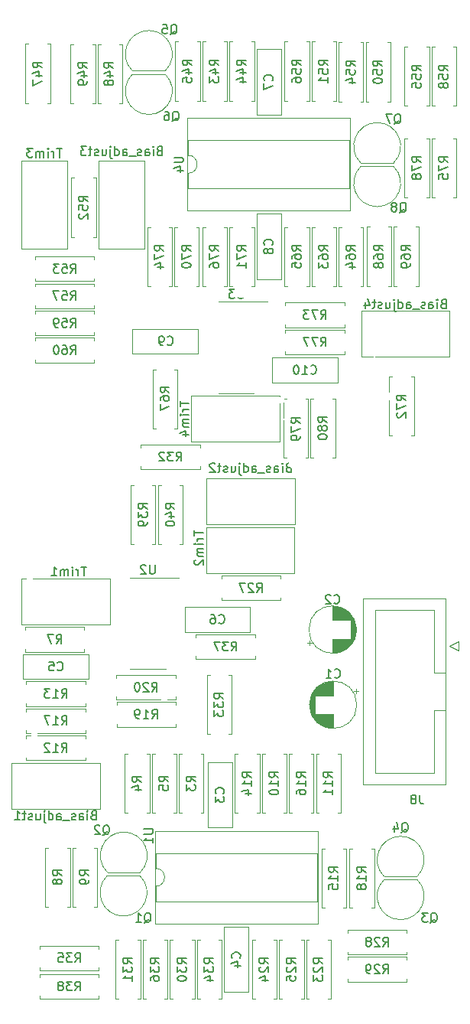
<source format=gbo>
G04 #@! TF.GenerationSoftware,KiCad,Pcbnew,8.0.6-8.0.6-0~ubuntu22.04.1*
G04 #@! TF.CreationDate,2025-01-15T16:43:41+00:00*
G04 #@! TF.ProjectId,Basic_VCA,42617369-635f-4564-9341-2e6b69636164,rev?*
G04 #@! TF.SameCoordinates,Original*
G04 #@! TF.FileFunction,Legend,Bot*
G04 #@! TF.FilePolarity,Positive*
%FSLAX46Y46*%
G04 Gerber Fmt 4.6, Leading zero omitted, Abs format (unit mm)*
G04 Created by KiCad (PCBNEW 8.0.6-8.0.6-0~ubuntu22.04.1) date 2025-01-15 16:43:41*
%MOMM*%
%LPD*%
G01*
G04 APERTURE LIST*
%ADD10C,0.150000*%
%ADD11C,0.120000*%
%ADD12R,1.700000X1.700000*%
%ADD13O,1.700000X1.700000*%
%ADD14C,3.200000*%
%ADD15C,1.600000*%
%ADD16O,1.600000X1.600000*%
%ADD17R,1.050000X1.500000*%
%ADD18O,1.050000X1.500000*%
%ADD19C,1.440000*%
%ADD20R,1.600000X1.600000*%
%ADD21C,1.700000*%
%ADD22C,0.800000*%
G04 APERTURE END LIST*
D10*
X72166666Y-72259580D02*
X72214285Y-72307200D01*
X72214285Y-72307200D02*
X72357142Y-72354819D01*
X72357142Y-72354819D02*
X72452380Y-72354819D01*
X72452380Y-72354819D02*
X72595237Y-72307200D01*
X72595237Y-72307200D02*
X72690475Y-72211961D01*
X72690475Y-72211961D02*
X72738094Y-72116723D01*
X72738094Y-72116723D02*
X72785713Y-71926247D01*
X72785713Y-71926247D02*
X72785713Y-71783390D01*
X72785713Y-71783390D02*
X72738094Y-71592914D01*
X72738094Y-71592914D02*
X72690475Y-71497676D01*
X72690475Y-71497676D02*
X72595237Y-71402438D01*
X72595237Y-71402438D02*
X72452380Y-71354819D01*
X72452380Y-71354819D02*
X72357142Y-71354819D01*
X72357142Y-71354819D02*
X72214285Y-71402438D01*
X72214285Y-71402438D02*
X72166666Y-71450057D01*
X71690475Y-72354819D02*
X71499999Y-72354819D01*
X71499999Y-72354819D02*
X71404761Y-72307200D01*
X71404761Y-72307200D02*
X71357142Y-72259580D01*
X71357142Y-72259580D02*
X71261904Y-72116723D01*
X71261904Y-72116723D02*
X71214285Y-71926247D01*
X71214285Y-71926247D02*
X71214285Y-71545295D01*
X71214285Y-71545295D02*
X71261904Y-71450057D01*
X71261904Y-71450057D02*
X71309523Y-71402438D01*
X71309523Y-71402438D02*
X71404761Y-71354819D01*
X71404761Y-71354819D02*
X71595237Y-71354819D01*
X71595237Y-71354819D02*
X71690475Y-71402438D01*
X71690475Y-71402438D02*
X71738094Y-71450057D01*
X71738094Y-71450057D02*
X71785713Y-71545295D01*
X71785713Y-71545295D02*
X71785713Y-71783390D01*
X71785713Y-71783390D02*
X71738094Y-71878628D01*
X71738094Y-71878628D02*
X71690475Y-71926247D01*
X71690475Y-71926247D02*
X71595237Y-71973866D01*
X71595237Y-71973866D02*
X71404761Y-71973866D01*
X71404761Y-71973866D02*
X71309523Y-71926247D01*
X71309523Y-71926247D02*
X71261904Y-71878628D01*
X71261904Y-71878628D02*
X71214285Y-71783390D01*
X83354819Y-140767142D02*
X82878628Y-140433809D01*
X83354819Y-140195714D02*
X82354819Y-140195714D01*
X82354819Y-140195714D02*
X82354819Y-140576666D01*
X82354819Y-140576666D02*
X82402438Y-140671904D01*
X82402438Y-140671904D02*
X82450057Y-140719523D01*
X82450057Y-140719523D02*
X82545295Y-140767142D01*
X82545295Y-140767142D02*
X82688152Y-140767142D01*
X82688152Y-140767142D02*
X82783390Y-140719523D01*
X82783390Y-140719523D02*
X82831009Y-140671904D01*
X82831009Y-140671904D02*
X82878628Y-140576666D01*
X82878628Y-140576666D02*
X82878628Y-140195714D01*
X82450057Y-141148095D02*
X82402438Y-141195714D01*
X82402438Y-141195714D02*
X82354819Y-141290952D01*
X82354819Y-141290952D02*
X82354819Y-141529047D01*
X82354819Y-141529047D02*
X82402438Y-141624285D01*
X82402438Y-141624285D02*
X82450057Y-141671904D01*
X82450057Y-141671904D02*
X82545295Y-141719523D01*
X82545295Y-141719523D02*
X82640533Y-141719523D01*
X82640533Y-141719523D02*
X82783390Y-141671904D01*
X82783390Y-141671904D02*
X83354819Y-141100476D01*
X83354819Y-141100476D02*
X83354819Y-141719523D01*
X82688152Y-142576666D02*
X83354819Y-142576666D01*
X82307200Y-142338571D02*
X83021485Y-142100476D01*
X83021485Y-142100476D02*
X83021485Y-142719523D01*
X72954819Y-90447142D02*
X72478628Y-90113809D01*
X72954819Y-89875714D02*
X71954819Y-89875714D01*
X71954819Y-89875714D02*
X71954819Y-90256666D01*
X71954819Y-90256666D02*
X72002438Y-90351904D01*
X72002438Y-90351904D02*
X72050057Y-90399523D01*
X72050057Y-90399523D02*
X72145295Y-90447142D01*
X72145295Y-90447142D02*
X72288152Y-90447142D01*
X72288152Y-90447142D02*
X72383390Y-90399523D01*
X72383390Y-90399523D02*
X72431009Y-90351904D01*
X72431009Y-90351904D02*
X72478628Y-90256666D01*
X72478628Y-90256666D02*
X72478628Y-89875714D01*
X72288152Y-91304285D02*
X72954819Y-91304285D01*
X71907200Y-91066190D02*
X72621485Y-90828095D01*
X72621485Y-90828095D02*
X72621485Y-91447142D01*
X71954819Y-92018571D02*
X71954819Y-92113809D01*
X71954819Y-92113809D02*
X72002438Y-92209047D01*
X72002438Y-92209047D02*
X72050057Y-92256666D01*
X72050057Y-92256666D02*
X72145295Y-92304285D01*
X72145295Y-92304285D02*
X72335771Y-92351904D01*
X72335771Y-92351904D02*
X72573866Y-92351904D01*
X72573866Y-92351904D02*
X72764342Y-92304285D01*
X72764342Y-92304285D02*
X72859580Y-92256666D01*
X72859580Y-92256666D02*
X72907200Y-92209047D01*
X72907200Y-92209047D02*
X72954819Y-92113809D01*
X72954819Y-92113809D02*
X72954819Y-92018571D01*
X72954819Y-92018571D02*
X72907200Y-91923333D01*
X72907200Y-91923333D02*
X72859580Y-91875714D01*
X72859580Y-91875714D02*
X72764342Y-91828095D01*
X72764342Y-91828095D02*
X72573866Y-91780476D01*
X72573866Y-91780476D02*
X72335771Y-91780476D01*
X72335771Y-91780476D02*
X72145295Y-91828095D01*
X72145295Y-91828095D02*
X72050057Y-91875714D01*
X72050057Y-91875714D02*
X72002438Y-91923333D01*
X72002438Y-91923333D02*
X71954819Y-92018571D01*
X97295238Y-47870057D02*
X97390476Y-47822438D01*
X97390476Y-47822438D02*
X97485714Y-47727200D01*
X97485714Y-47727200D02*
X97628571Y-47584342D01*
X97628571Y-47584342D02*
X97723809Y-47536723D01*
X97723809Y-47536723D02*
X97819047Y-47536723D01*
X97771428Y-47774819D02*
X97866666Y-47727200D01*
X97866666Y-47727200D02*
X97961904Y-47631961D01*
X97961904Y-47631961D02*
X98009523Y-47441485D01*
X98009523Y-47441485D02*
X98009523Y-47108152D01*
X98009523Y-47108152D02*
X97961904Y-46917676D01*
X97961904Y-46917676D02*
X97866666Y-46822438D01*
X97866666Y-46822438D02*
X97771428Y-46774819D01*
X97771428Y-46774819D02*
X97580952Y-46774819D01*
X97580952Y-46774819D02*
X97485714Y-46822438D01*
X97485714Y-46822438D02*
X97390476Y-46917676D01*
X97390476Y-46917676D02*
X97342857Y-47108152D01*
X97342857Y-47108152D02*
X97342857Y-47441485D01*
X97342857Y-47441485D02*
X97390476Y-47631961D01*
X97390476Y-47631961D02*
X97485714Y-47727200D01*
X97485714Y-47727200D02*
X97580952Y-47774819D01*
X97580952Y-47774819D02*
X97771428Y-47774819D01*
X97009523Y-46774819D02*
X96342857Y-46774819D01*
X96342857Y-46774819D02*
X96771428Y-47774819D01*
X92954819Y-61887142D02*
X92478628Y-61553809D01*
X92954819Y-61315714D02*
X91954819Y-61315714D01*
X91954819Y-61315714D02*
X91954819Y-61696666D01*
X91954819Y-61696666D02*
X92002438Y-61791904D01*
X92002438Y-61791904D02*
X92050057Y-61839523D01*
X92050057Y-61839523D02*
X92145295Y-61887142D01*
X92145295Y-61887142D02*
X92288152Y-61887142D01*
X92288152Y-61887142D02*
X92383390Y-61839523D01*
X92383390Y-61839523D02*
X92431009Y-61791904D01*
X92431009Y-61791904D02*
X92478628Y-61696666D01*
X92478628Y-61696666D02*
X92478628Y-61315714D01*
X91954819Y-62744285D02*
X91954819Y-62553809D01*
X91954819Y-62553809D02*
X92002438Y-62458571D01*
X92002438Y-62458571D02*
X92050057Y-62410952D01*
X92050057Y-62410952D02*
X92192914Y-62315714D01*
X92192914Y-62315714D02*
X92383390Y-62268095D01*
X92383390Y-62268095D02*
X92764342Y-62268095D01*
X92764342Y-62268095D02*
X92859580Y-62315714D01*
X92859580Y-62315714D02*
X92907200Y-62363333D01*
X92907200Y-62363333D02*
X92954819Y-62458571D01*
X92954819Y-62458571D02*
X92954819Y-62649047D01*
X92954819Y-62649047D02*
X92907200Y-62744285D01*
X92907200Y-62744285D02*
X92859580Y-62791904D01*
X92859580Y-62791904D02*
X92764342Y-62839523D01*
X92764342Y-62839523D02*
X92526247Y-62839523D01*
X92526247Y-62839523D02*
X92431009Y-62791904D01*
X92431009Y-62791904D02*
X92383390Y-62744285D01*
X92383390Y-62744285D02*
X92335771Y-62649047D01*
X92335771Y-62649047D02*
X92335771Y-62458571D01*
X92335771Y-62458571D02*
X92383390Y-62363333D01*
X92383390Y-62363333D02*
X92431009Y-62315714D01*
X92431009Y-62315714D02*
X92526247Y-62268095D01*
X92288152Y-63696666D02*
X92954819Y-63696666D01*
X91907200Y-63458571D02*
X92621485Y-63220476D01*
X92621485Y-63220476D02*
X92621485Y-63839523D01*
X63454819Y-131033333D02*
X62978628Y-130700000D01*
X63454819Y-130461905D02*
X62454819Y-130461905D01*
X62454819Y-130461905D02*
X62454819Y-130842857D01*
X62454819Y-130842857D02*
X62502438Y-130938095D01*
X62502438Y-130938095D02*
X62550057Y-130985714D01*
X62550057Y-130985714D02*
X62645295Y-131033333D01*
X62645295Y-131033333D02*
X62788152Y-131033333D01*
X62788152Y-131033333D02*
X62883390Y-130985714D01*
X62883390Y-130985714D02*
X62931009Y-130938095D01*
X62931009Y-130938095D02*
X62978628Y-130842857D01*
X62978628Y-130842857D02*
X62978628Y-130461905D01*
X63454819Y-131509524D02*
X63454819Y-131700000D01*
X63454819Y-131700000D02*
X63407200Y-131795238D01*
X63407200Y-131795238D02*
X63359580Y-131842857D01*
X63359580Y-131842857D02*
X63216723Y-131938095D01*
X63216723Y-131938095D02*
X63026247Y-131985714D01*
X63026247Y-131985714D02*
X62645295Y-131985714D01*
X62645295Y-131985714D02*
X62550057Y-131938095D01*
X62550057Y-131938095D02*
X62502438Y-131890476D01*
X62502438Y-131890476D02*
X62454819Y-131795238D01*
X62454819Y-131795238D02*
X62454819Y-131604762D01*
X62454819Y-131604762D02*
X62502438Y-131509524D01*
X62502438Y-131509524D02*
X62550057Y-131461905D01*
X62550057Y-131461905D02*
X62645295Y-131414286D01*
X62645295Y-131414286D02*
X62883390Y-131414286D01*
X62883390Y-131414286D02*
X62978628Y-131461905D01*
X62978628Y-131461905D02*
X63026247Y-131509524D01*
X63026247Y-131509524D02*
X63073866Y-131604762D01*
X63073866Y-131604762D02*
X63073866Y-131795238D01*
X63073866Y-131795238D02*
X63026247Y-131890476D01*
X63026247Y-131890476D02*
X62978628Y-131938095D01*
X62978628Y-131938095D02*
X62883390Y-131985714D01*
X84454819Y-120157142D02*
X83978628Y-119823809D01*
X84454819Y-119585714D02*
X83454819Y-119585714D01*
X83454819Y-119585714D02*
X83454819Y-119966666D01*
X83454819Y-119966666D02*
X83502438Y-120061904D01*
X83502438Y-120061904D02*
X83550057Y-120109523D01*
X83550057Y-120109523D02*
X83645295Y-120157142D01*
X83645295Y-120157142D02*
X83788152Y-120157142D01*
X83788152Y-120157142D02*
X83883390Y-120109523D01*
X83883390Y-120109523D02*
X83931009Y-120061904D01*
X83931009Y-120061904D02*
X83978628Y-119966666D01*
X83978628Y-119966666D02*
X83978628Y-119585714D01*
X84454819Y-121109523D02*
X84454819Y-120538095D01*
X84454819Y-120823809D02*
X83454819Y-120823809D01*
X83454819Y-120823809D02*
X83597676Y-120728571D01*
X83597676Y-120728571D02*
X83692914Y-120633333D01*
X83692914Y-120633333D02*
X83740533Y-120538095D01*
X83454819Y-121728571D02*
X83454819Y-121823809D01*
X83454819Y-121823809D02*
X83502438Y-121919047D01*
X83502438Y-121919047D02*
X83550057Y-121966666D01*
X83550057Y-121966666D02*
X83645295Y-122014285D01*
X83645295Y-122014285D02*
X83835771Y-122061904D01*
X83835771Y-122061904D02*
X84073866Y-122061904D01*
X84073866Y-122061904D02*
X84264342Y-122014285D01*
X84264342Y-122014285D02*
X84359580Y-121966666D01*
X84359580Y-121966666D02*
X84407200Y-121919047D01*
X84407200Y-121919047D02*
X84454819Y-121823809D01*
X84454819Y-121823809D02*
X84454819Y-121728571D01*
X84454819Y-121728571D02*
X84407200Y-121633333D01*
X84407200Y-121633333D02*
X84359580Y-121585714D01*
X84359580Y-121585714D02*
X84264342Y-121538095D01*
X84264342Y-121538095D02*
X84073866Y-121490476D01*
X84073866Y-121490476D02*
X83835771Y-121490476D01*
X83835771Y-121490476D02*
X83645295Y-121538095D01*
X83645295Y-121538095D02*
X83550057Y-121585714D01*
X83550057Y-121585714D02*
X83502438Y-121633333D01*
X83502438Y-121633333D02*
X83454819Y-121728571D01*
X61442857Y-67354819D02*
X61776190Y-66878628D01*
X62014285Y-67354819D02*
X62014285Y-66354819D01*
X62014285Y-66354819D02*
X61633333Y-66354819D01*
X61633333Y-66354819D02*
X61538095Y-66402438D01*
X61538095Y-66402438D02*
X61490476Y-66450057D01*
X61490476Y-66450057D02*
X61442857Y-66545295D01*
X61442857Y-66545295D02*
X61442857Y-66688152D01*
X61442857Y-66688152D02*
X61490476Y-66783390D01*
X61490476Y-66783390D02*
X61538095Y-66831009D01*
X61538095Y-66831009D02*
X61633333Y-66878628D01*
X61633333Y-66878628D02*
X62014285Y-66878628D01*
X60538095Y-66354819D02*
X61014285Y-66354819D01*
X61014285Y-66354819D02*
X61061904Y-66831009D01*
X61061904Y-66831009D02*
X61014285Y-66783390D01*
X61014285Y-66783390D02*
X60919047Y-66735771D01*
X60919047Y-66735771D02*
X60680952Y-66735771D01*
X60680952Y-66735771D02*
X60585714Y-66783390D01*
X60585714Y-66783390D02*
X60538095Y-66831009D01*
X60538095Y-66831009D02*
X60490476Y-66926247D01*
X60490476Y-66926247D02*
X60490476Y-67164342D01*
X60490476Y-67164342D02*
X60538095Y-67259580D01*
X60538095Y-67259580D02*
X60585714Y-67307200D01*
X60585714Y-67307200D02*
X60680952Y-67354819D01*
X60680952Y-67354819D02*
X60919047Y-67354819D01*
X60919047Y-67354819D02*
X61014285Y-67307200D01*
X61014285Y-67307200D02*
X61061904Y-67259580D01*
X60157142Y-66354819D02*
X59490476Y-66354819D01*
X59490476Y-66354819D02*
X59919047Y-67354819D01*
X98554819Y-78457142D02*
X98078628Y-78123809D01*
X98554819Y-77885714D02*
X97554819Y-77885714D01*
X97554819Y-77885714D02*
X97554819Y-78266666D01*
X97554819Y-78266666D02*
X97602438Y-78361904D01*
X97602438Y-78361904D02*
X97650057Y-78409523D01*
X97650057Y-78409523D02*
X97745295Y-78457142D01*
X97745295Y-78457142D02*
X97888152Y-78457142D01*
X97888152Y-78457142D02*
X97983390Y-78409523D01*
X97983390Y-78409523D02*
X98031009Y-78361904D01*
X98031009Y-78361904D02*
X98078628Y-78266666D01*
X98078628Y-78266666D02*
X98078628Y-77885714D01*
X97554819Y-78790476D02*
X97554819Y-79457142D01*
X97554819Y-79457142D02*
X98554819Y-79028571D01*
X97650057Y-79790476D02*
X97602438Y-79838095D01*
X97602438Y-79838095D02*
X97554819Y-79933333D01*
X97554819Y-79933333D02*
X97554819Y-80171428D01*
X97554819Y-80171428D02*
X97602438Y-80266666D01*
X97602438Y-80266666D02*
X97650057Y-80314285D01*
X97650057Y-80314285D02*
X97745295Y-80361904D01*
X97745295Y-80361904D02*
X97840533Y-80361904D01*
X97840533Y-80361904D02*
X97983390Y-80314285D01*
X97983390Y-80314285D02*
X98554819Y-79742857D01*
X98554819Y-79742857D02*
X98554819Y-80361904D01*
X77254819Y-140767142D02*
X76778628Y-140433809D01*
X77254819Y-140195714D02*
X76254819Y-140195714D01*
X76254819Y-140195714D02*
X76254819Y-140576666D01*
X76254819Y-140576666D02*
X76302438Y-140671904D01*
X76302438Y-140671904D02*
X76350057Y-140719523D01*
X76350057Y-140719523D02*
X76445295Y-140767142D01*
X76445295Y-140767142D02*
X76588152Y-140767142D01*
X76588152Y-140767142D02*
X76683390Y-140719523D01*
X76683390Y-140719523D02*
X76731009Y-140671904D01*
X76731009Y-140671904D02*
X76778628Y-140576666D01*
X76778628Y-140576666D02*
X76778628Y-140195714D01*
X76254819Y-141100476D02*
X76254819Y-141719523D01*
X76254819Y-141719523D02*
X76635771Y-141386190D01*
X76635771Y-141386190D02*
X76635771Y-141529047D01*
X76635771Y-141529047D02*
X76683390Y-141624285D01*
X76683390Y-141624285D02*
X76731009Y-141671904D01*
X76731009Y-141671904D02*
X76826247Y-141719523D01*
X76826247Y-141719523D02*
X77064342Y-141719523D01*
X77064342Y-141719523D02*
X77159580Y-141671904D01*
X77159580Y-141671904D02*
X77207200Y-141624285D01*
X77207200Y-141624285D02*
X77254819Y-141529047D01*
X77254819Y-141529047D02*
X77254819Y-141243333D01*
X77254819Y-141243333D02*
X77207200Y-141148095D01*
X77207200Y-141148095D02*
X77159580Y-141100476D01*
X76588152Y-142576666D02*
X77254819Y-142576666D01*
X76207200Y-142338571D02*
X76921485Y-142100476D01*
X76921485Y-142100476D02*
X76921485Y-142719523D01*
X80854819Y-61887142D02*
X80378628Y-61553809D01*
X80854819Y-61315714D02*
X79854819Y-61315714D01*
X79854819Y-61315714D02*
X79854819Y-61696666D01*
X79854819Y-61696666D02*
X79902438Y-61791904D01*
X79902438Y-61791904D02*
X79950057Y-61839523D01*
X79950057Y-61839523D02*
X80045295Y-61887142D01*
X80045295Y-61887142D02*
X80188152Y-61887142D01*
X80188152Y-61887142D02*
X80283390Y-61839523D01*
X80283390Y-61839523D02*
X80331009Y-61791904D01*
X80331009Y-61791904D02*
X80378628Y-61696666D01*
X80378628Y-61696666D02*
X80378628Y-61315714D01*
X79854819Y-62220476D02*
X79854819Y-62887142D01*
X79854819Y-62887142D02*
X80854819Y-62458571D01*
X80854819Y-63791904D02*
X80854819Y-63220476D01*
X80854819Y-63506190D02*
X79854819Y-63506190D01*
X79854819Y-63506190D02*
X79997676Y-63410952D01*
X79997676Y-63410952D02*
X80092914Y-63315714D01*
X80092914Y-63315714D02*
X80140533Y-63220476D01*
X60442857Y-111354819D02*
X60776190Y-110878628D01*
X61014285Y-111354819D02*
X61014285Y-110354819D01*
X61014285Y-110354819D02*
X60633333Y-110354819D01*
X60633333Y-110354819D02*
X60538095Y-110402438D01*
X60538095Y-110402438D02*
X60490476Y-110450057D01*
X60490476Y-110450057D02*
X60442857Y-110545295D01*
X60442857Y-110545295D02*
X60442857Y-110688152D01*
X60442857Y-110688152D02*
X60490476Y-110783390D01*
X60490476Y-110783390D02*
X60538095Y-110831009D01*
X60538095Y-110831009D02*
X60633333Y-110878628D01*
X60633333Y-110878628D02*
X61014285Y-110878628D01*
X59490476Y-111354819D02*
X60061904Y-111354819D01*
X59776190Y-111354819D02*
X59776190Y-110354819D01*
X59776190Y-110354819D02*
X59871428Y-110497676D01*
X59871428Y-110497676D02*
X59966666Y-110592914D01*
X59966666Y-110592914D02*
X60061904Y-110640533D01*
X59157142Y-110354819D02*
X58538095Y-110354819D01*
X58538095Y-110354819D02*
X58871428Y-110735771D01*
X58871428Y-110735771D02*
X58728571Y-110735771D01*
X58728571Y-110735771D02*
X58633333Y-110783390D01*
X58633333Y-110783390D02*
X58585714Y-110831009D01*
X58585714Y-110831009D02*
X58538095Y-110926247D01*
X58538095Y-110926247D02*
X58538095Y-111164342D01*
X58538095Y-111164342D02*
X58585714Y-111259580D01*
X58585714Y-111259580D02*
X58633333Y-111307200D01*
X58633333Y-111307200D02*
X58728571Y-111354819D01*
X58728571Y-111354819D02*
X59014285Y-111354819D01*
X59014285Y-111354819D02*
X59109523Y-111307200D01*
X59109523Y-111307200D02*
X59157142Y-111259580D01*
X91054819Y-130647142D02*
X90578628Y-130313809D01*
X91054819Y-130075714D02*
X90054819Y-130075714D01*
X90054819Y-130075714D02*
X90054819Y-130456666D01*
X90054819Y-130456666D02*
X90102438Y-130551904D01*
X90102438Y-130551904D02*
X90150057Y-130599523D01*
X90150057Y-130599523D02*
X90245295Y-130647142D01*
X90245295Y-130647142D02*
X90388152Y-130647142D01*
X90388152Y-130647142D02*
X90483390Y-130599523D01*
X90483390Y-130599523D02*
X90531009Y-130551904D01*
X90531009Y-130551904D02*
X90578628Y-130456666D01*
X90578628Y-130456666D02*
X90578628Y-130075714D01*
X91054819Y-131599523D02*
X91054819Y-131028095D01*
X91054819Y-131313809D02*
X90054819Y-131313809D01*
X90054819Y-131313809D02*
X90197676Y-131218571D01*
X90197676Y-131218571D02*
X90292914Y-131123333D01*
X90292914Y-131123333D02*
X90340533Y-131028095D01*
X90054819Y-132504285D02*
X90054819Y-132028095D01*
X90054819Y-132028095D02*
X90531009Y-131980476D01*
X90531009Y-131980476D02*
X90483390Y-132028095D01*
X90483390Y-132028095D02*
X90435771Y-132123333D01*
X90435771Y-132123333D02*
X90435771Y-132361428D01*
X90435771Y-132361428D02*
X90483390Y-132456666D01*
X90483390Y-132456666D02*
X90531009Y-132504285D01*
X90531009Y-132504285D02*
X90626247Y-132551904D01*
X90626247Y-132551904D02*
X90864342Y-132551904D01*
X90864342Y-132551904D02*
X90959580Y-132504285D01*
X90959580Y-132504285D02*
X91007200Y-132456666D01*
X91007200Y-132456666D02*
X91054819Y-132361428D01*
X91054819Y-132361428D02*
X91054819Y-132123333D01*
X91054819Y-132123333D02*
X91007200Y-132028095D01*
X91007200Y-132028095D02*
X90959580Y-131980476D01*
X72354819Y-77547142D02*
X71878628Y-77213809D01*
X72354819Y-76975714D02*
X71354819Y-76975714D01*
X71354819Y-76975714D02*
X71354819Y-77356666D01*
X71354819Y-77356666D02*
X71402438Y-77451904D01*
X71402438Y-77451904D02*
X71450057Y-77499523D01*
X71450057Y-77499523D02*
X71545295Y-77547142D01*
X71545295Y-77547142D02*
X71688152Y-77547142D01*
X71688152Y-77547142D02*
X71783390Y-77499523D01*
X71783390Y-77499523D02*
X71831009Y-77451904D01*
X71831009Y-77451904D02*
X71878628Y-77356666D01*
X71878628Y-77356666D02*
X71878628Y-76975714D01*
X71354819Y-78404285D02*
X71354819Y-78213809D01*
X71354819Y-78213809D02*
X71402438Y-78118571D01*
X71402438Y-78118571D02*
X71450057Y-78070952D01*
X71450057Y-78070952D02*
X71592914Y-77975714D01*
X71592914Y-77975714D02*
X71783390Y-77928095D01*
X71783390Y-77928095D02*
X72164342Y-77928095D01*
X72164342Y-77928095D02*
X72259580Y-77975714D01*
X72259580Y-77975714D02*
X72307200Y-78023333D01*
X72307200Y-78023333D02*
X72354819Y-78118571D01*
X72354819Y-78118571D02*
X72354819Y-78309047D01*
X72354819Y-78309047D02*
X72307200Y-78404285D01*
X72307200Y-78404285D02*
X72259580Y-78451904D01*
X72259580Y-78451904D02*
X72164342Y-78499523D01*
X72164342Y-78499523D02*
X71926247Y-78499523D01*
X71926247Y-78499523D02*
X71831009Y-78451904D01*
X71831009Y-78451904D02*
X71783390Y-78404285D01*
X71783390Y-78404285D02*
X71735771Y-78309047D01*
X71735771Y-78309047D02*
X71735771Y-78118571D01*
X71735771Y-78118571D02*
X71783390Y-78023333D01*
X71783390Y-78023333D02*
X71831009Y-77975714D01*
X71831009Y-77975714D02*
X71926247Y-77928095D01*
X71354819Y-78832857D02*
X71354819Y-79499523D01*
X71354819Y-79499523D02*
X72354819Y-79070952D01*
X86854819Y-80957142D02*
X86378628Y-80623809D01*
X86854819Y-80385714D02*
X85854819Y-80385714D01*
X85854819Y-80385714D02*
X85854819Y-80766666D01*
X85854819Y-80766666D02*
X85902438Y-80861904D01*
X85902438Y-80861904D02*
X85950057Y-80909523D01*
X85950057Y-80909523D02*
X86045295Y-80957142D01*
X86045295Y-80957142D02*
X86188152Y-80957142D01*
X86188152Y-80957142D02*
X86283390Y-80909523D01*
X86283390Y-80909523D02*
X86331009Y-80861904D01*
X86331009Y-80861904D02*
X86378628Y-80766666D01*
X86378628Y-80766666D02*
X86378628Y-80385714D01*
X85854819Y-81290476D02*
X85854819Y-81957142D01*
X85854819Y-81957142D02*
X86854819Y-81528571D01*
X86854819Y-82385714D02*
X86854819Y-82576190D01*
X86854819Y-82576190D02*
X86807200Y-82671428D01*
X86807200Y-82671428D02*
X86759580Y-82719047D01*
X86759580Y-82719047D02*
X86616723Y-82814285D01*
X86616723Y-82814285D02*
X86426247Y-82861904D01*
X86426247Y-82861904D02*
X86045295Y-82861904D01*
X86045295Y-82861904D02*
X85950057Y-82814285D01*
X85950057Y-82814285D02*
X85902438Y-82766666D01*
X85902438Y-82766666D02*
X85854819Y-82671428D01*
X85854819Y-82671428D02*
X85854819Y-82480952D01*
X85854819Y-82480952D02*
X85902438Y-82385714D01*
X85902438Y-82385714D02*
X85950057Y-82338095D01*
X85950057Y-82338095D02*
X86045295Y-82290476D01*
X86045295Y-82290476D02*
X86283390Y-82290476D01*
X86283390Y-82290476D02*
X86378628Y-82338095D01*
X86378628Y-82338095D02*
X86426247Y-82385714D01*
X86426247Y-82385714D02*
X86473866Y-82480952D01*
X86473866Y-82480952D02*
X86473866Y-82671428D01*
X86473866Y-82671428D02*
X86426247Y-82766666D01*
X86426247Y-82766666D02*
X86378628Y-82814285D01*
X86378628Y-82814285D02*
X86283390Y-82861904D01*
X74754819Y-61887142D02*
X74278628Y-61553809D01*
X74754819Y-61315714D02*
X73754819Y-61315714D01*
X73754819Y-61315714D02*
X73754819Y-61696666D01*
X73754819Y-61696666D02*
X73802438Y-61791904D01*
X73802438Y-61791904D02*
X73850057Y-61839523D01*
X73850057Y-61839523D02*
X73945295Y-61887142D01*
X73945295Y-61887142D02*
X74088152Y-61887142D01*
X74088152Y-61887142D02*
X74183390Y-61839523D01*
X74183390Y-61839523D02*
X74231009Y-61791904D01*
X74231009Y-61791904D02*
X74278628Y-61696666D01*
X74278628Y-61696666D02*
X74278628Y-61315714D01*
X73754819Y-62220476D02*
X73754819Y-62887142D01*
X73754819Y-62887142D02*
X74754819Y-62458571D01*
X73754819Y-63458571D02*
X73754819Y-63553809D01*
X73754819Y-63553809D02*
X73802438Y-63649047D01*
X73802438Y-63649047D02*
X73850057Y-63696666D01*
X73850057Y-63696666D02*
X73945295Y-63744285D01*
X73945295Y-63744285D02*
X74135771Y-63791904D01*
X74135771Y-63791904D02*
X74373866Y-63791904D01*
X74373866Y-63791904D02*
X74564342Y-63744285D01*
X74564342Y-63744285D02*
X74659580Y-63696666D01*
X74659580Y-63696666D02*
X74707200Y-63649047D01*
X74707200Y-63649047D02*
X74754819Y-63553809D01*
X74754819Y-63553809D02*
X74754819Y-63458571D01*
X74754819Y-63458571D02*
X74707200Y-63363333D01*
X74707200Y-63363333D02*
X74659580Y-63315714D01*
X74659580Y-63315714D02*
X74564342Y-63268095D01*
X74564342Y-63268095D02*
X74373866Y-63220476D01*
X74373866Y-63220476D02*
X74135771Y-63220476D01*
X74135771Y-63220476D02*
X73945295Y-63268095D01*
X73945295Y-63268095D02*
X73850057Y-63315714D01*
X73850057Y-63315714D02*
X73802438Y-63363333D01*
X73802438Y-63363333D02*
X73754819Y-63458571D01*
X66154819Y-41677142D02*
X65678628Y-41343809D01*
X66154819Y-41105714D02*
X65154819Y-41105714D01*
X65154819Y-41105714D02*
X65154819Y-41486666D01*
X65154819Y-41486666D02*
X65202438Y-41581904D01*
X65202438Y-41581904D02*
X65250057Y-41629523D01*
X65250057Y-41629523D02*
X65345295Y-41677142D01*
X65345295Y-41677142D02*
X65488152Y-41677142D01*
X65488152Y-41677142D02*
X65583390Y-41629523D01*
X65583390Y-41629523D02*
X65631009Y-41581904D01*
X65631009Y-41581904D02*
X65678628Y-41486666D01*
X65678628Y-41486666D02*
X65678628Y-41105714D01*
X65488152Y-42534285D02*
X66154819Y-42534285D01*
X65107200Y-42296190D02*
X65821485Y-42058095D01*
X65821485Y-42058095D02*
X65821485Y-42677142D01*
X65583390Y-43200952D02*
X65535771Y-43105714D01*
X65535771Y-43105714D02*
X65488152Y-43058095D01*
X65488152Y-43058095D02*
X65392914Y-43010476D01*
X65392914Y-43010476D02*
X65345295Y-43010476D01*
X65345295Y-43010476D02*
X65250057Y-43058095D01*
X65250057Y-43058095D02*
X65202438Y-43105714D01*
X65202438Y-43105714D02*
X65154819Y-43200952D01*
X65154819Y-43200952D02*
X65154819Y-43391428D01*
X65154819Y-43391428D02*
X65202438Y-43486666D01*
X65202438Y-43486666D02*
X65250057Y-43534285D01*
X65250057Y-43534285D02*
X65345295Y-43581904D01*
X65345295Y-43581904D02*
X65392914Y-43581904D01*
X65392914Y-43581904D02*
X65488152Y-43534285D01*
X65488152Y-43534285D02*
X65535771Y-43486666D01*
X65535771Y-43486666D02*
X65583390Y-43391428D01*
X65583390Y-43391428D02*
X65583390Y-43200952D01*
X65583390Y-43200952D02*
X65631009Y-43105714D01*
X65631009Y-43105714D02*
X65678628Y-43058095D01*
X65678628Y-43058095D02*
X65773866Y-43010476D01*
X65773866Y-43010476D02*
X65964342Y-43010476D01*
X65964342Y-43010476D02*
X66059580Y-43058095D01*
X66059580Y-43058095D02*
X66107200Y-43105714D01*
X66107200Y-43105714D02*
X66154819Y-43200952D01*
X66154819Y-43200952D02*
X66154819Y-43391428D01*
X66154819Y-43391428D02*
X66107200Y-43486666D01*
X66107200Y-43486666D02*
X66059580Y-43534285D01*
X66059580Y-43534285D02*
X65964342Y-43581904D01*
X65964342Y-43581904D02*
X65773866Y-43581904D01*
X65773866Y-43581904D02*
X65678628Y-43534285D01*
X65678628Y-43534285D02*
X65631009Y-43486666D01*
X65631009Y-43486666D02*
X65583390Y-43391428D01*
X99054819Y-61877142D02*
X98578628Y-61543809D01*
X99054819Y-61305714D02*
X98054819Y-61305714D01*
X98054819Y-61305714D02*
X98054819Y-61686666D01*
X98054819Y-61686666D02*
X98102438Y-61781904D01*
X98102438Y-61781904D02*
X98150057Y-61829523D01*
X98150057Y-61829523D02*
X98245295Y-61877142D01*
X98245295Y-61877142D02*
X98388152Y-61877142D01*
X98388152Y-61877142D02*
X98483390Y-61829523D01*
X98483390Y-61829523D02*
X98531009Y-61781904D01*
X98531009Y-61781904D02*
X98578628Y-61686666D01*
X98578628Y-61686666D02*
X98578628Y-61305714D01*
X98054819Y-62734285D02*
X98054819Y-62543809D01*
X98054819Y-62543809D02*
X98102438Y-62448571D01*
X98102438Y-62448571D02*
X98150057Y-62400952D01*
X98150057Y-62400952D02*
X98292914Y-62305714D01*
X98292914Y-62305714D02*
X98483390Y-62258095D01*
X98483390Y-62258095D02*
X98864342Y-62258095D01*
X98864342Y-62258095D02*
X98959580Y-62305714D01*
X98959580Y-62305714D02*
X99007200Y-62353333D01*
X99007200Y-62353333D02*
X99054819Y-62448571D01*
X99054819Y-62448571D02*
X99054819Y-62639047D01*
X99054819Y-62639047D02*
X99007200Y-62734285D01*
X99007200Y-62734285D02*
X98959580Y-62781904D01*
X98959580Y-62781904D02*
X98864342Y-62829523D01*
X98864342Y-62829523D02*
X98626247Y-62829523D01*
X98626247Y-62829523D02*
X98531009Y-62781904D01*
X98531009Y-62781904D02*
X98483390Y-62734285D01*
X98483390Y-62734285D02*
X98435771Y-62639047D01*
X98435771Y-62639047D02*
X98435771Y-62448571D01*
X98435771Y-62448571D02*
X98483390Y-62353333D01*
X98483390Y-62353333D02*
X98531009Y-62305714D01*
X98531009Y-62305714D02*
X98626247Y-62258095D01*
X99054819Y-63305714D02*
X99054819Y-63496190D01*
X99054819Y-63496190D02*
X99007200Y-63591428D01*
X99007200Y-63591428D02*
X98959580Y-63639047D01*
X98959580Y-63639047D02*
X98816723Y-63734285D01*
X98816723Y-63734285D02*
X98626247Y-63781904D01*
X98626247Y-63781904D02*
X98245295Y-63781904D01*
X98245295Y-63781904D02*
X98150057Y-63734285D01*
X98150057Y-63734285D02*
X98102438Y-63686666D01*
X98102438Y-63686666D02*
X98054819Y-63591428D01*
X98054819Y-63591428D02*
X98054819Y-63400952D01*
X98054819Y-63400952D02*
X98102438Y-63305714D01*
X98102438Y-63305714D02*
X98150057Y-63258095D01*
X98150057Y-63258095D02*
X98245295Y-63210476D01*
X98245295Y-63210476D02*
X98483390Y-63210476D01*
X98483390Y-63210476D02*
X98578628Y-63258095D01*
X98578628Y-63258095D02*
X98626247Y-63305714D01*
X98626247Y-63305714D02*
X98673866Y-63400952D01*
X98673866Y-63400952D02*
X98673866Y-63591428D01*
X98673866Y-63591428D02*
X98626247Y-63686666D01*
X98626247Y-63686666D02*
X98578628Y-63734285D01*
X98578628Y-63734285D02*
X98483390Y-63781904D01*
X96054819Y-61877142D02*
X95578628Y-61543809D01*
X96054819Y-61305714D02*
X95054819Y-61305714D01*
X95054819Y-61305714D02*
X95054819Y-61686666D01*
X95054819Y-61686666D02*
X95102438Y-61781904D01*
X95102438Y-61781904D02*
X95150057Y-61829523D01*
X95150057Y-61829523D02*
X95245295Y-61877142D01*
X95245295Y-61877142D02*
X95388152Y-61877142D01*
X95388152Y-61877142D02*
X95483390Y-61829523D01*
X95483390Y-61829523D02*
X95531009Y-61781904D01*
X95531009Y-61781904D02*
X95578628Y-61686666D01*
X95578628Y-61686666D02*
X95578628Y-61305714D01*
X95054819Y-62734285D02*
X95054819Y-62543809D01*
X95054819Y-62543809D02*
X95102438Y-62448571D01*
X95102438Y-62448571D02*
X95150057Y-62400952D01*
X95150057Y-62400952D02*
X95292914Y-62305714D01*
X95292914Y-62305714D02*
X95483390Y-62258095D01*
X95483390Y-62258095D02*
X95864342Y-62258095D01*
X95864342Y-62258095D02*
X95959580Y-62305714D01*
X95959580Y-62305714D02*
X96007200Y-62353333D01*
X96007200Y-62353333D02*
X96054819Y-62448571D01*
X96054819Y-62448571D02*
X96054819Y-62639047D01*
X96054819Y-62639047D02*
X96007200Y-62734285D01*
X96007200Y-62734285D02*
X95959580Y-62781904D01*
X95959580Y-62781904D02*
X95864342Y-62829523D01*
X95864342Y-62829523D02*
X95626247Y-62829523D01*
X95626247Y-62829523D02*
X95531009Y-62781904D01*
X95531009Y-62781904D02*
X95483390Y-62734285D01*
X95483390Y-62734285D02*
X95435771Y-62639047D01*
X95435771Y-62639047D02*
X95435771Y-62448571D01*
X95435771Y-62448571D02*
X95483390Y-62353333D01*
X95483390Y-62353333D02*
X95531009Y-62305714D01*
X95531009Y-62305714D02*
X95626247Y-62258095D01*
X95483390Y-63400952D02*
X95435771Y-63305714D01*
X95435771Y-63305714D02*
X95388152Y-63258095D01*
X95388152Y-63258095D02*
X95292914Y-63210476D01*
X95292914Y-63210476D02*
X95245295Y-63210476D01*
X95245295Y-63210476D02*
X95150057Y-63258095D01*
X95150057Y-63258095D02*
X95102438Y-63305714D01*
X95102438Y-63305714D02*
X95054819Y-63400952D01*
X95054819Y-63400952D02*
X95054819Y-63591428D01*
X95054819Y-63591428D02*
X95102438Y-63686666D01*
X95102438Y-63686666D02*
X95150057Y-63734285D01*
X95150057Y-63734285D02*
X95245295Y-63781904D01*
X95245295Y-63781904D02*
X95292914Y-63781904D01*
X95292914Y-63781904D02*
X95388152Y-63734285D01*
X95388152Y-63734285D02*
X95435771Y-63686666D01*
X95435771Y-63686666D02*
X95483390Y-63591428D01*
X95483390Y-63591428D02*
X95483390Y-63400952D01*
X95483390Y-63400952D02*
X95531009Y-63305714D01*
X95531009Y-63305714D02*
X95578628Y-63258095D01*
X95578628Y-63258095D02*
X95673866Y-63210476D01*
X95673866Y-63210476D02*
X95864342Y-63210476D01*
X95864342Y-63210476D02*
X95959580Y-63258095D01*
X95959580Y-63258095D02*
X96007200Y-63305714D01*
X96007200Y-63305714D02*
X96054819Y-63400952D01*
X96054819Y-63400952D02*
X96054819Y-63591428D01*
X96054819Y-63591428D02*
X96007200Y-63686666D01*
X96007200Y-63686666D02*
X95959580Y-63734285D01*
X95959580Y-63734285D02*
X95864342Y-63781904D01*
X95864342Y-63781904D02*
X95673866Y-63781904D01*
X95673866Y-63781904D02*
X95578628Y-63734285D01*
X95578628Y-63734285D02*
X95531009Y-63686666D01*
X95531009Y-63686666D02*
X95483390Y-63591428D01*
X72495238Y-37970057D02*
X72590476Y-37922438D01*
X72590476Y-37922438D02*
X72685714Y-37827200D01*
X72685714Y-37827200D02*
X72828571Y-37684342D01*
X72828571Y-37684342D02*
X72923809Y-37636723D01*
X72923809Y-37636723D02*
X73019047Y-37636723D01*
X72971428Y-37874819D02*
X73066666Y-37827200D01*
X73066666Y-37827200D02*
X73161904Y-37731961D01*
X73161904Y-37731961D02*
X73209523Y-37541485D01*
X73209523Y-37541485D02*
X73209523Y-37208152D01*
X73209523Y-37208152D02*
X73161904Y-37017676D01*
X73161904Y-37017676D02*
X73066666Y-36922438D01*
X73066666Y-36922438D02*
X72971428Y-36874819D01*
X72971428Y-36874819D02*
X72780952Y-36874819D01*
X72780952Y-36874819D02*
X72685714Y-36922438D01*
X72685714Y-36922438D02*
X72590476Y-37017676D01*
X72590476Y-37017676D02*
X72542857Y-37208152D01*
X72542857Y-37208152D02*
X72542857Y-37541485D01*
X72542857Y-37541485D02*
X72590476Y-37731961D01*
X72590476Y-37731961D02*
X72685714Y-37827200D01*
X72685714Y-37827200D02*
X72780952Y-37874819D01*
X72780952Y-37874819D02*
X72971428Y-37874819D01*
X71638095Y-36874819D02*
X72114285Y-36874819D01*
X72114285Y-36874819D02*
X72161904Y-37351009D01*
X72161904Y-37351009D02*
X72114285Y-37303390D01*
X72114285Y-37303390D02*
X72019047Y-37255771D01*
X72019047Y-37255771D02*
X71780952Y-37255771D01*
X71780952Y-37255771D02*
X71685714Y-37303390D01*
X71685714Y-37303390D02*
X71638095Y-37351009D01*
X71638095Y-37351009D02*
X71590476Y-37446247D01*
X71590476Y-37446247D02*
X71590476Y-37684342D01*
X71590476Y-37684342D02*
X71638095Y-37779580D01*
X71638095Y-37779580D02*
X71685714Y-37827200D01*
X71685714Y-37827200D02*
X71780952Y-37874819D01*
X71780952Y-37874819D02*
X72019047Y-37874819D01*
X72019047Y-37874819D02*
X72114285Y-37827200D01*
X72114285Y-37827200D02*
X72161904Y-37779580D01*
X68254819Y-140767142D02*
X67778628Y-140433809D01*
X68254819Y-140195714D02*
X67254819Y-140195714D01*
X67254819Y-140195714D02*
X67254819Y-140576666D01*
X67254819Y-140576666D02*
X67302438Y-140671904D01*
X67302438Y-140671904D02*
X67350057Y-140719523D01*
X67350057Y-140719523D02*
X67445295Y-140767142D01*
X67445295Y-140767142D02*
X67588152Y-140767142D01*
X67588152Y-140767142D02*
X67683390Y-140719523D01*
X67683390Y-140719523D02*
X67731009Y-140671904D01*
X67731009Y-140671904D02*
X67778628Y-140576666D01*
X67778628Y-140576666D02*
X67778628Y-140195714D01*
X67254819Y-141100476D02*
X67254819Y-141719523D01*
X67254819Y-141719523D02*
X67635771Y-141386190D01*
X67635771Y-141386190D02*
X67635771Y-141529047D01*
X67635771Y-141529047D02*
X67683390Y-141624285D01*
X67683390Y-141624285D02*
X67731009Y-141671904D01*
X67731009Y-141671904D02*
X67826247Y-141719523D01*
X67826247Y-141719523D02*
X68064342Y-141719523D01*
X68064342Y-141719523D02*
X68159580Y-141671904D01*
X68159580Y-141671904D02*
X68207200Y-141624285D01*
X68207200Y-141624285D02*
X68254819Y-141529047D01*
X68254819Y-141529047D02*
X68254819Y-141243333D01*
X68254819Y-141243333D02*
X68207200Y-141148095D01*
X68207200Y-141148095D02*
X68159580Y-141100476D01*
X68254819Y-142671904D02*
X68254819Y-142100476D01*
X68254819Y-142386190D02*
X67254819Y-142386190D01*
X67254819Y-142386190D02*
X67397676Y-142290952D01*
X67397676Y-142290952D02*
X67492914Y-142195714D01*
X67492914Y-142195714D02*
X67540533Y-142100476D01*
X86354819Y-140767142D02*
X85878628Y-140433809D01*
X86354819Y-140195714D02*
X85354819Y-140195714D01*
X85354819Y-140195714D02*
X85354819Y-140576666D01*
X85354819Y-140576666D02*
X85402438Y-140671904D01*
X85402438Y-140671904D02*
X85450057Y-140719523D01*
X85450057Y-140719523D02*
X85545295Y-140767142D01*
X85545295Y-140767142D02*
X85688152Y-140767142D01*
X85688152Y-140767142D02*
X85783390Y-140719523D01*
X85783390Y-140719523D02*
X85831009Y-140671904D01*
X85831009Y-140671904D02*
X85878628Y-140576666D01*
X85878628Y-140576666D02*
X85878628Y-140195714D01*
X85450057Y-141148095D02*
X85402438Y-141195714D01*
X85402438Y-141195714D02*
X85354819Y-141290952D01*
X85354819Y-141290952D02*
X85354819Y-141529047D01*
X85354819Y-141529047D02*
X85402438Y-141624285D01*
X85402438Y-141624285D02*
X85450057Y-141671904D01*
X85450057Y-141671904D02*
X85545295Y-141719523D01*
X85545295Y-141719523D02*
X85640533Y-141719523D01*
X85640533Y-141719523D02*
X85783390Y-141671904D01*
X85783390Y-141671904D02*
X86354819Y-141100476D01*
X86354819Y-141100476D02*
X86354819Y-141719523D01*
X85354819Y-142624285D02*
X85354819Y-142148095D01*
X85354819Y-142148095D02*
X85831009Y-142100476D01*
X85831009Y-142100476D02*
X85783390Y-142148095D01*
X85783390Y-142148095D02*
X85735771Y-142243333D01*
X85735771Y-142243333D02*
X85735771Y-142481428D01*
X85735771Y-142481428D02*
X85783390Y-142576666D01*
X85783390Y-142576666D02*
X85831009Y-142624285D01*
X85831009Y-142624285D02*
X85926247Y-142671904D01*
X85926247Y-142671904D02*
X86164342Y-142671904D01*
X86164342Y-142671904D02*
X86259580Y-142624285D01*
X86259580Y-142624285D02*
X86307200Y-142576666D01*
X86307200Y-142576666D02*
X86354819Y-142481428D01*
X86354819Y-142481428D02*
X86354819Y-142243333D01*
X86354819Y-142243333D02*
X86307200Y-142148095D01*
X86307200Y-142148095D02*
X86259580Y-142100476D01*
X60476189Y-50554819D02*
X59904761Y-50554819D01*
X60190475Y-51554819D02*
X60190475Y-50554819D01*
X59571427Y-51554819D02*
X59571427Y-50888152D01*
X59571427Y-51078628D02*
X59523808Y-50983390D01*
X59523808Y-50983390D02*
X59476189Y-50935771D01*
X59476189Y-50935771D02*
X59380951Y-50888152D01*
X59380951Y-50888152D02*
X59285713Y-50888152D01*
X58952379Y-51554819D02*
X58952379Y-50888152D01*
X58952379Y-50554819D02*
X58999998Y-50602438D01*
X58999998Y-50602438D02*
X58952379Y-50650057D01*
X58952379Y-50650057D02*
X58904760Y-50602438D01*
X58904760Y-50602438D02*
X58952379Y-50554819D01*
X58952379Y-50554819D02*
X58952379Y-50650057D01*
X58476189Y-51554819D02*
X58476189Y-50888152D01*
X58476189Y-50983390D02*
X58428570Y-50935771D01*
X58428570Y-50935771D02*
X58333332Y-50888152D01*
X58333332Y-50888152D02*
X58190475Y-50888152D01*
X58190475Y-50888152D02*
X58095237Y-50935771D01*
X58095237Y-50935771D02*
X58047618Y-51031009D01*
X58047618Y-51031009D02*
X58047618Y-51554819D01*
X58047618Y-51031009D02*
X57999999Y-50935771D01*
X57999999Y-50935771D02*
X57904761Y-50888152D01*
X57904761Y-50888152D02*
X57761904Y-50888152D01*
X57761904Y-50888152D02*
X57666665Y-50935771D01*
X57666665Y-50935771D02*
X57619046Y-51031009D01*
X57619046Y-51031009D02*
X57619046Y-51554819D01*
X57238094Y-50554819D02*
X56619047Y-50554819D01*
X56619047Y-50554819D02*
X56952380Y-50935771D01*
X56952380Y-50935771D02*
X56809523Y-50935771D01*
X56809523Y-50935771D02*
X56714285Y-50983390D01*
X56714285Y-50983390D02*
X56666666Y-51031009D01*
X56666666Y-51031009D02*
X56619047Y-51126247D01*
X56619047Y-51126247D02*
X56619047Y-51364342D01*
X56619047Y-51364342D02*
X56666666Y-51459580D01*
X56666666Y-51459580D02*
X56714285Y-51507200D01*
X56714285Y-51507200D02*
X56809523Y-51554819D01*
X56809523Y-51554819D02*
X57095237Y-51554819D01*
X57095237Y-51554819D02*
X57190475Y-51507200D01*
X57190475Y-51507200D02*
X57238094Y-51459580D01*
X89954819Y-41387142D02*
X89478628Y-41053809D01*
X89954819Y-40815714D02*
X88954819Y-40815714D01*
X88954819Y-40815714D02*
X88954819Y-41196666D01*
X88954819Y-41196666D02*
X89002438Y-41291904D01*
X89002438Y-41291904D02*
X89050057Y-41339523D01*
X89050057Y-41339523D02*
X89145295Y-41387142D01*
X89145295Y-41387142D02*
X89288152Y-41387142D01*
X89288152Y-41387142D02*
X89383390Y-41339523D01*
X89383390Y-41339523D02*
X89431009Y-41291904D01*
X89431009Y-41291904D02*
X89478628Y-41196666D01*
X89478628Y-41196666D02*
X89478628Y-40815714D01*
X88954819Y-42291904D02*
X88954819Y-41815714D01*
X88954819Y-41815714D02*
X89431009Y-41768095D01*
X89431009Y-41768095D02*
X89383390Y-41815714D01*
X89383390Y-41815714D02*
X89335771Y-41910952D01*
X89335771Y-41910952D02*
X89335771Y-42149047D01*
X89335771Y-42149047D02*
X89383390Y-42244285D01*
X89383390Y-42244285D02*
X89431009Y-42291904D01*
X89431009Y-42291904D02*
X89526247Y-42339523D01*
X89526247Y-42339523D02*
X89764342Y-42339523D01*
X89764342Y-42339523D02*
X89859580Y-42291904D01*
X89859580Y-42291904D02*
X89907200Y-42244285D01*
X89907200Y-42244285D02*
X89954819Y-42149047D01*
X89954819Y-42149047D02*
X89954819Y-41910952D01*
X89954819Y-41910952D02*
X89907200Y-41815714D01*
X89907200Y-41815714D02*
X89859580Y-41768095D01*
X89954819Y-43291904D02*
X89954819Y-42720476D01*
X89954819Y-43006190D02*
X88954819Y-43006190D01*
X88954819Y-43006190D02*
X89097676Y-42910952D01*
X89097676Y-42910952D02*
X89192914Y-42815714D01*
X89192914Y-42815714D02*
X89240533Y-42720476D01*
X74854819Y-41377142D02*
X74378628Y-41043809D01*
X74854819Y-40805714D02*
X73854819Y-40805714D01*
X73854819Y-40805714D02*
X73854819Y-41186666D01*
X73854819Y-41186666D02*
X73902438Y-41281904D01*
X73902438Y-41281904D02*
X73950057Y-41329523D01*
X73950057Y-41329523D02*
X74045295Y-41377142D01*
X74045295Y-41377142D02*
X74188152Y-41377142D01*
X74188152Y-41377142D02*
X74283390Y-41329523D01*
X74283390Y-41329523D02*
X74331009Y-41281904D01*
X74331009Y-41281904D02*
X74378628Y-41186666D01*
X74378628Y-41186666D02*
X74378628Y-40805714D01*
X74188152Y-42234285D02*
X74854819Y-42234285D01*
X73807200Y-41996190D02*
X74521485Y-41758095D01*
X74521485Y-41758095D02*
X74521485Y-42377142D01*
X73854819Y-43234285D02*
X73854819Y-42758095D01*
X73854819Y-42758095D02*
X74331009Y-42710476D01*
X74331009Y-42710476D02*
X74283390Y-42758095D01*
X74283390Y-42758095D02*
X74235771Y-42853333D01*
X74235771Y-42853333D02*
X74235771Y-43091428D01*
X74235771Y-43091428D02*
X74283390Y-43186666D01*
X74283390Y-43186666D02*
X74331009Y-43234285D01*
X74331009Y-43234285D02*
X74426247Y-43281904D01*
X74426247Y-43281904D02*
X74664342Y-43281904D01*
X74664342Y-43281904D02*
X74759580Y-43234285D01*
X74759580Y-43234285D02*
X74807200Y-43186666D01*
X74807200Y-43186666D02*
X74854819Y-43091428D01*
X74854819Y-43091428D02*
X74854819Y-42853333D01*
X74854819Y-42853333D02*
X74807200Y-42758095D01*
X74807200Y-42758095D02*
X74759580Y-42710476D01*
X83759580Y-43053333D02*
X83807200Y-43005714D01*
X83807200Y-43005714D02*
X83854819Y-42862857D01*
X83854819Y-42862857D02*
X83854819Y-42767619D01*
X83854819Y-42767619D02*
X83807200Y-42624762D01*
X83807200Y-42624762D02*
X83711961Y-42529524D01*
X83711961Y-42529524D02*
X83616723Y-42481905D01*
X83616723Y-42481905D02*
X83426247Y-42434286D01*
X83426247Y-42434286D02*
X83283390Y-42434286D01*
X83283390Y-42434286D02*
X83092914Y-42481905D01*
X83092914Y-42481905D02*
X82997676Y-42529524D01*
X82997676Y-42529524D02*
X82902438Y-42624762D01*
X82902438Y-42624762D02*
X82854819Y-42767619D01*
X82854819Y-42767619D02*
X82854819Y-42862857D01*
X82854819Y-42862857D02*
X82902438Y-43005714D01*
X82902438Y-43005714D02*
X82950057Y-43053333D01*
X82854819Y-43386667D02*
X82854819Y-44053333D01*
X82854819Y-44053333D02*
X83854819Y-43624762D01*
X59856666Y-105356819D02*
X60189999Y-104880628D01*
X60428094Y-105356819D02*
X60428094Y-104356819D01*
X60428094Y-104356819D02*
X60047142Y-104356819D01*
X60047142Y-104356819D02*
X59951904Y-104404438D01*
X59951904Y-104404438D02*
X59904285Y-104452057D01*
X59904285Y-104452057D02*
X59856666Y-104547295D01*
X59856666Y-104547295D02*
X59856666Y-104690152D01*
X59856666Y-104690152D02*
X59904285Y-104785390D01*
X59904285Y-104785390D02*
X59951904Y-104833009D01*
X59951904Y-104833009D02*
X60047142Y-104880628D01*
X60047142Y-104880628D02*
X60428094Y-104880628D01*
X59523332Y-104356819D02*
X58856666Y-104356819D01*
X58856666Y-104356819D02*
X59285237Y-105356819D01*
X89954819Y-61887142D02*
X89478628Y-61553809D01*
X89954819Y-61315714D02*
X88954819Y-61315714D01*
X88954819Y-61315714D02*
X88954819Y-61696666D01*
X88954819Y-61696666D02*
X89002438Y-61791904D01*
X89002438Y-61791904D02*
X89050057Y-61839523D01*
X89050057Y-61839523D02*
X89145295Y-61887142D01*
X89145295Y-61887142D02*
X89288152Y-61887142D01*
X89288152Y-61887142D02*
X89383390Y-61839523D01*
X89383390Y-61839523D02*
X89431009Y-61791904D01*
X89431009Y-61791904D02*
X89478628Y-61696666D01*
X89478628Y-61696666D02*
X89478628Y-61315714D01*
X88954819Y-62744285D02*
X88954819Y-62553809D01*
X88954819Y-62553809D02*
X89002438Y-62458571D01*
X89002438Y-62458571D02*
X89050057Y-62410952D01*
X89050057Y-62410952D02*
X89192914Y-62315714D01*
X89192914Y-62315714D02*
X89383390Y-62268095D01*
X89383390Y-62268095D02*
X89764342Y-62268095D01*
X89764342Y-62268095D02*
X89859580Y-62315714D01*
X89859580Y-62315714D02*
X89907200Y-62363333D01*
X89907200Y-62363333D02*
X89954819Y-62458571D01*
X89954819Y-62458571D02*
X89954819Y-62649047D01*
X89954819Y-62649047D02*
X89907200Y-62744285D01*
X89907200Y-62744285D02*
X89859580Y-62791904D01*
X89859580Y-62791904D02*
X89764342Y-62839523D01*
X89764342Y-62839523D02*
X89526247Y-62839523D01*
X89526247Y-62839523D02*
X89431009Y-62791904D01*
X89431009Y-62791904D02*
X89383390Y-62744285D01*
X89383390Y-62744285D02*
X89335771Y-62649047D01*
X89335771Y-62649047D02*
X89335771Y-62458571D01*
X89335771Y-62458571D02*
X89383390Y-62363333D01*
X89383390Y-62363333D02*
X89431009Y-62315714D01*
X89431009Y-62315714D02*
X89526247Y-62268095D01*
X88954819Y-63172857D02*
X88954819Y-63791904D01*
X88954819Y-63791904D02*
X89335771Y-63458571D01*
X89335771Y-63458571D02*
X89335771Y-63601428D01*
X89335771Y-63601428D02*
X89383390Y-63696666D01*
X89383390Y-63696666D02*
X89431009Y-63744285D01*
X89431009Y-63744285D02*
X89526247Y-63791904D01*
X89526247Y-63791904D02*
X89764342Y-63791904D01*
X89764342Y-63791904D02*
X89859580Y-63744285D01*
X89859580Y-63744285D02*
X89907200Y-63696666D01*
X89907200Y-63696666D02*
X89954819Y-63601428D01*
X89954819Y-63601428D02*
X89954819Y-63315714D01*
X89954819Y-63315714D02*
X89907200Y-63220476D01*
X89907200Y-63220476D02*
X89859580Y-63172857D01*
X70432857Y-110654819D02*
X70766190Y-110178628D01*
X71004285Y-110654819D02*
X71004285Y-109654819D01*
X71004285Y-109654819D02*
X70623333Y-109654819D01*
X70623333Y-109654819D02*
X70528095Y-109702438D01*
X70528095Y-109702438D02*
X70480476Y-109750057D01*
X70480476Y-109750057D02*
X70432857Y-109845295D01*
X70432857Y-109845295D02*
X70432857Y-109988152D01*
X70432857Y-109988152D02*
X70480476Y-110083390D01*
X70480476Y-110083390D02*
X70528095Y-110131009D01*
X70528095Y-110131009D02*
X70623333Y-110178628D01*
X70623333Y-110178628D02*
X71004285Y-110178628D01*
X70051904Y-109750057D02*
X70004285Y-109702438D01*
X70004285Y-109702438D02*
X69909047Y-109654819D01*
X69909047Y-109654819D02*
X69670952Y-109654819D01*
X69670952Y-109654819D02*
X69575714Y-109702438D01*
X69575714Y-109702438D02*
X69528095Y-109750057D01*
X69528095Y-109750057D02*
X69480476Y-109845295D01*
X69480476Y-109845295D02*
X69480476Y-109940533D01*
X69480476Y-109940533D02*
X69528095Y-110083390D01*
X69528095Y-110083390D02*
X70099523Y-110654819D01*
X70099523Y-110654819D02*
X69480476Y-110654819D01*
X68861428Y-109654819D02*
X68766190Y-109654819D01*
X68766190Y-109654819D02*
X68670952Y-109702438D01*
X68670952Y-109702438D02*
X68623333Y-109750057D01*
X68623333Y-109750057D02*
X68575714Y-109845295D01*
X68575714Y-109845295D02*
X68528095Y-110035771D01*
X68528095Y-110035771D02*
X68528095Y-110273866D01*
X68528095Y-110273866D02*
X68575714Y-110464342D01*
X68575714Y-110464342D02*
X68623333Y-110559580D01*
X68623333Y-110559580D02*
X68670952Y-110607200D01*
X68670952Y-110607200D02*
X68766190Y-110654819D01*
X68766190Y-110654819D02*
X68861428Y-110654819D01*
X68861428Y-110654819D02*
X68956666Y-110607200D01*
X68956666Y-110607200D02*
X69004285Y-110559580D01*
X69004285Y-110559580D02*
X69051904Y-110464342D01*
X69051904Y-110464342D02*
X69099523Y-110273866D01*
X69099523Y-110273866D02*
X69099523Y-110035771D01*
X69099523Y-110035771D02*
X69051904Y-109845295D01*
X69051904Y-109845295D02*
X69004285Y-109750057D01*
X69004285Y-109750057D02*
X68956666Y-109702438D01*
X68956666Y-109702438D02*
X68861428Y-109654819D01*
X95954819Y-41467142D02*
X95478628Y-41133809D01*
X95954819Y-40895714D02*
X94954819Y-40895714D01*
X94954819Y-40895714D02*
X94954819Y-41276666D01*
X94954819Y-41276666D02*
X95002438Y-41371904D01*
X95002438Y-41371904D02*
X95050057Y-41419523D01*
X95050057Y-41419523D02*
X95145295Y-41467142D01*
X95145295Y-41467142D02*
X95288152Y-41467142D01*
X95288152Y-41467142D02*
X95383390Y-41419523D01*
X95383390Y-41419523D02*
X95431009Y-41371904D01*
X95431009Y-41371904D02*
X95478628Y-41276666D01*
X95478628Y-41276666D02*
X95478628Y-40895714D01*
X94954819Y-42371904D02*
X94954819Y-41895714D01*
X94954819Y-41895714D02*
X95431009Y-41848095D01*
X95431009Y-41848095D02*
X95383390Y-41895714D01*
X95383390Y-41895714D02*
X95335771Y-41990952D01*
X95335771Y-41990952D02*
X95335771Y-42229047D01*
X95335771Y-42229047D02*
X95383390Y-42324285D01*
X95383390Y-42324285D02*
X95431009Y-42371904D01*
X95431009Y-42371904D02*
X95526247Y-42419523D01*
X95526247Y-42419523D02*
X95764342Y-42419523D01*
X95764342Y-42419523D02*
X95859580Y-42371904D01*
X95859580Y-42371904D02*
X95907200Y-42324285D01*
X95907200Y-42324285D02*
X95954819Y-42229047D01*
X95954819Y-42229047D02*
X95954819Y-41990952D01*
X95954819Y-41990952D02*
X95907200Y-41895714D01*
X95907200Y-41895714D02*
X95859580Y-41848095D01*
X94954819Y-43038571D02*
X94954819Y-43133809D01*
X94954819Y-43133809D02*
X95002438Y-43229047D01*
X95002438Y-43229047D02*
X95050057Y-43276666D01*
X95050057Y-43276666D02*
X95145295Y-43324285D01*
X95145295Y-43324285D02*
X95335771Y-43371904D01*
X95335771Y-43371904D02*
X95573866Y-43371904D01*
X95573866Y-43371904D02*
X95764342Y-43324285D01*
X95764342Y-43324285D02*
X95859580Y-43276666D01*
X95859580Y-43276666D02*
X95907200Y-43229047D01*
X95907200Y-43229047D02*
X95954819Y-43133809D01*
X95954819Y-43133809D02*
X95954819Y-43038571D01*
X95954819Y-43038571D02*
X95907200Y-42943333D01*
X95907200Y-42943333D02*
X95859580Y-42895714D01*
X95859580Y-42895714D02*
X95764342Y-42848095D01*
X95764342Y-42848095D02*
X95573866Y-42800476D01*
X95573866Y-42800476D02*
X95335771Y-42800476D01*
X95335771Y-42800476D02*
X95145295Y-42848095D01*
X95145295Y-42848095D02*
X95050057Y-42895714D01*
X95050057Y-42895714D02*
X95002438Y-42943333D01*
X95002438Y-42943333D02*
X94954819Y-43038571D01*
X61442857Y-73354819D02*
X61776190Y-72878628D01*
X62014285Y-73354819D02*
X62014285Y-72354819D01*
X62014285Y-72354819D02*
X61633333Y-72354819D01*
X61633333Y-72354819D02*
X61538095Y-72402438D01*
X61538095Y-72402438D02*
X61490476Y-72450057D01*
X61490476Y-72450057D02*
X61442857Y-72545295D01*
X61442857Y-72545295D02*
X61442857Y-72688152D01*
X61442857Y-72688152D02*
X61490476Y-72783390D01*
X61490476Y-72783390D02*
X61538095Y-72831009D01*
X61538095Y-72831009D02*
X61633333Y-72878628D01*
X61633333Y-72878628D02*
X62014285Y-72878628D01*
X60585714Y-72354819D02*
X60776190Y-72354819D01*
X60776190Y-72354819D02*
X60871428Y-72402438D01*
X60871428Y-72402438D02*
X60919047Y-72450057D01*
X60919047Y-72450057D02*
X61014285Y-72592914D01*
X61014285Y-72592914D02*
X61061904Y-72783390D01*
X61061904Y-72783390D02*
X61061904Y-73164342D01*
X61061904Y-73164342D02*
X61014285Y-73259580D01*
X61014285Y-73259580D02*
X60966666Y-73307200D01*
X60966666Y-73307200D02*
X60871428Y-73354819D01*
X60871428Y-73354819D02*
X60680952Y-73354819D01*
X60680952Y-73354819D02*
X60585714Y-73307200D01*
X60585714Y-73307200D02*
X60538095Y-73259580D01*
X60538095Y-73259580D02*
X60490476Y-73164342D01*
X60490476Y-73164342D02*
X60490476Y-72926247D01*
X60490476Y-72926247D02*
X60538095Y-72831009D01*
X60538095Y-72831009D02*
X60585714Y-72783390D01*
X60585714Y-72783390D02*
X60680952Y-72735771D01*
X60680952Y-72735771D02*
X60871428Y-72735771D01*
X60871428Y-72735771D02*
X60966666Y-72783390D01*
X60966666Y-72783390D02*
X61014285Y-72831009D01*
X61014285Y-72831009D02*
X61061904Y-72926247D01*
X59871428Y-72354819D02*
X59776190Y-72354819D01*
X59776190Y-72354819D02*
X59680952Y-72402438D01*
X59680952Y-72402438D02*
X59633333Y-72450057D01*
X59633333Y-72450057D02*
X59585714Y-72545295D01*
X59585714Y-72545295D02*
X59538095Y-72735771D01*
X59538095Y-72735771D02*
X59538095Y-72973866D01*
X59538095Y-72973866D02*
X59585714Y-73164342D01*
X59585714Y-73164342D02*
X59633333Y-73259580D01*
X59633333Y-73259580D02*
X59680952Y-73307200D01*
X59680952Y-73307200D02*
X59776190Y-73354819D01*
X59776190Y-73354819D02*
X59871428Y-73354819D01*
X59871428Y-73354819D02*
X59966666Y-73307200D01*
X59966666Y-73307200D02*
X60014285Y-73259580D01*
X60014285Y-73259580D02*
X60061904Y-73164342D01*
X60061904Y-73164342D02*
X60109523Y-72973866D01*
X60109523Y-72973866D02*
X60109523Y-72735771D01*
X60109523Y-72735771D02*
X60061904Y-72545295D01*
X60061904Y-72545295D02*
X60014285Y-72450057D01*
X60014285Y-72450057D02*
X59966666Y-72402438D01*
X59966666Y-72402438D02*
X59871428Y-72354819D01*
X59966666Y-108259580D02*
X60014285Y-108307200D01*
X60014285Y-108307200D02*
X60157142Y-108354819D01*
X60157142Y-108354819D02*
X60252380Y-108354819D01*
X60252380Y-108354819D02*
X60395237Y-108307200D01*
X60395237Y-108307200D02*
X60490475Y-108211961D01*
X60490475Y-108211961D02*
X60538094Y-108116723D01*
X60538094Y-108116723D02*
X60585713Y-107926247D01*
X60585713Y-107926247D02*
X60585713Y-107783390D01*
X60585713Y-107783390D02*
X60538094Y-107592914D01*
X60538094Y-107592914D02*
X60490475Y-107497676D01*
X60490475Y-107497676D02*
X60395237Y-107402438D01*
X60395237Y-107402438D02*
X60252380Y-107354819D01*
X60252380Y-107354819D02*
X60157142Y-107354819D01*
X60157142Y-107354819D02*
X60014285Y-107402438D01*
X60014285Y-107402438D02*
X59966666Y-107450057D01*
X59061904Y-107354819D02*
X59538094Y-107354819D01*
X59538094Y-107354819D02*
X59585713Y-107831009D01*
X59585713Y-107831009D02*
X59538094Y-107783390D01*
X59538094Y-107783390D02*
X59442856Y-107735771D01*
X59442856Y-107735771D02*
X59204761Y-107735771D01*
X59204761Y-107735771D02*
X59109523Y-107783390D01*
X59109523Y-107783390D02*
X59061904Y-107831009D01*
X59061904Y-107831009D02*
X59014285Y-107926247D01*
X59014285Y-107926247D02*
X59014285Y-108164342D01*
X59014285Y-108164342D02*
X59061904Y-108259580D01*
X59061904Y-108259580D02*
X59109523Y-108307200D01*
X59109523Y-108307200D02*
X59204761Y-108354819D01*
X59204761Y-108354819D02*
X59442856Y-108354819D01*
X59442856Y-108354819D02*
X59538094Y-108307200D01*
X59538094Y-108307200D02*
X59585713Y-108259580D01*
X101295238Y-136250057D02*
X101390476Y-136202438D01*
X101390476Y-136202438D02*
X101485714Y-136107200D01*
X101485714Y-136107200D02*
X101628571Y-135964342D01*
X101628571Y-135964342D02*
X101723809Y-135916723D01*
X101723809Y-135916723D02*
X101819047Y-135916723D01*
X101771428Y-136154819D02*
X101866666Y-136107200D01*
X101866666Y-136107200D02*
X101961904Y-136011961D01*
X101961904Y-136011961D02*
X102009523Y-135821485D01*
X102009523Y-135821485D02*
X102009523Y-135488152D01*
X102009523Y-135488152D02*
X101961904Y-135297676D01*
X101961904Y-135297676D02*
X101866666Y-135202438D01*
X101866666Y-135202438D02*
X101771428Y-135154819D01*
X101771428Y-135154819D02*
X101580952Y-135154819D01*
X101580952Y-135154819D02*
X101485714Y-135202438D01*
X101485714Y-135202438D02*
X101390476Y-135297676D01*
X101390476Y-135297676D02*
X101342857Y-135488152D01*
X101342857Y-135488152D02*
X101342857Y-135821485D01*
X101342857Y-135821485D02*
X101390476Y-136011961D01*
X101390476Y-136011961D02*
X101485714Y-136107200D01*
X101485714Y-136107200D02*
X101580952Y-136154819D01*
X101580952Y-136154819D02*
X101771428Y-136154819D01*
X101009523Y-135154819D02*
X100390476Y-135154819D01*
X100390476Y-135154819D02*
X100723809Y-135535771D01*
X100723809Y-135535771D02*
X100580952Y-135535771D01*
X100580952Y-135535771D02*
X100485714Y-135583390D01*
X100485714Y-135583390D02*
X100438095Y-135631009D01*
X100438095Y-135631009D02*
X100390476Y-135726247D01*
X100390476Y-135726247D02*
X100390476Y-135964342D01*
X100390476Y-135964342D02*
X100438095Y-136059580D01*
X100438095Y-136059580D02*
X100485714Y-136107200D01*
X100485714Y-136107200D02*
X100580952Y-136154819D01*
X100580952Y-136154819D02*
X100866666Y-136154819D01*
X100866666Y-136154819D02*
X100961904Y-136107200D01*
X100961904Y-136107200D02*
X101009523Y-136059580D01*
X69254819Y-120643333D02*
X68778628Y-120310000D01*
X69254819Y-120071905D02*
X68254819Y-120071905D01*
X68254819Y-120071905D02*
X68254819Y-120452857D01*
X68254819Y-120452857D02*
X68302438Y-120548095D01*
X68302438Y-120548095D02*
X68350057Y-120595714D01*
X68350057Y-120595714D02*
X68445295Y-120643333D01*
X68445295Y-120643333D02*
X68588152Y-120643333D01*
X68588152Y-120643333D02*
X68683390Y-120595714D01*
X68683390Y-120595714D02*
X68731009Y-120548095D01*
X68731009Y-120548095D02*
X68778628Y-120452857D01*
X68778628Y-120452857D02*
X68778628Y-120071905D01*
X68588152Y-121500476D02*
X69254819Y-121500476D01*
X68207200Y-121262381D02*
X68921485Y-121024286D01*
X68921485Y-121024286D02*
X68921485Y-121643333D01*
X61942857Y-140604819D02*
X62276190Y-140128628D01*
X62514285Y-140604819D02*
X62514285Y-139604819D01*
X62514285Y-139604819D02*
X62133333Y-139604819D01*
X62133333Y-139604819D02*
X62038095Y-139652438D01*
X62038095Y-139652438D02*
X61990476Y-139700057D01*
X61990476Y-139700057D02*
X61942857Y-139795295D01*
X61942857Y-139795295D02*
X61942857Y-139938152D01*
X61942857Y-139938152D02*
X61990476Y-140033390D01*
X61990476Y-140033390D02*
X62038095Y-140081009D01*
X62038095Y-140081009D02*
X62133333Y-140128628D01*
X62133333Y-140128628D02*
X62514285Y-140128628D01*
X61609523Y-139604819D02*
X60990476Y-139604819D01*
X60990476Y-139604819D02*
X61323809Y-139985771D01*
X61323809Y-139985771D02*
X61180952Y-139985771D01*
X61180952Y-139985771D02*
X61085714Y-140033390D01*
X61085714Y-140033390D02*
X61038095Y-140081009D01*
X61038095Y-140081009D02*
X60990476Y-140176247D01*
X60990476Y-140176247D02*
X60990476Y-140414342D01*
X60990476Y-140414342D02*
X61038095Y-140509580D01*
X61038095Y-140509580D02*
X61085714Y-140557200D01*
X61085714Y-140557200D02*
X61180952Y-140604819D01*
X61180952Y-140604819D02*
X61466666Y-140604819D01*
X61466666Y-140604819D02*
X61561904Y-140557200D01*
X61561904Y-140557200D02*
X61609523Y-140509580D01*
X60085714Y-139604819D02*
X60561904Y-139604819D01*
X60561904Y-139604819D02*
X60609523Y-140081009D01*
X60609523Y-140081009D02*
X60561904Y-140033390D01*
X60561904Y-140033390D02*
X60466666Y-139985771D01*
X60466666Y-139985771D02*
X60228571Y-139985771D01*
X60228571Y-139985771D02*
X60133333Y-140033390D01*
X60133333Y-140033390D02*
X60085714Y-140081009D01*
X60085714Y-140081009D02*
X60038095Y-140176247D01*
X60038095Y-140176247D02*
X60038095Y-140414342D01*
X60038095Y-140414342D02*
X60085714Y-140509580D01*
X60085714Y-140509580D02*
X60133333Y-140557200D01*
X60133333Y-140557200D02*
X60228571Y-140604819D01*
X60228571Y-140604819D02*
X60466666Y-140604819D01*
X60466666Y-140604819D02*
X60561904Y-140557200D01*
X60561904Y-140557200D02*
X60609523Y-140509580D01*
X77854819Y-41377142D02*
X77378628Y-41043809D01*
X77854819Y-40805714D02*
X76854819Y-40805714D01*
X76854819Y-40805714D02*
X76854819Y-41186666D01*
X76854819Y-41186666D02*
X76902438Y-41281904D01*
X76902438Y-41281904D02*
X76950057Y-41329523D01*
X76950057Y-41329523D02*
X77045295Y-41377142D01*
X77045295Y-41377142D02*
X77188152Y-41377142D01*
X77188152Y-41377142D02*
X77283390Y-41329523D01*
X77283390Y-41329523D02*
X77331009Y-41281904D01*
X77331009Y-41281904D02*
X77378628Y-41186666D01*
X77378628Y-41186666D02*
X77378628Y-40805714D01*
X77188152Y-42234285D02*
X77854819Y-42234285D01*
X76807200Y-41996190D02*
X77521485Y-41758095D01*
X77521485Y-41758095D02*
X77521485Y-42377142D01*
X76854819Y-42662857D02*
X76854819Y-43281904D01*
X76854819Y-43281904D02*
X77235771Y-42948571D01*
X77235771Y-42948571D02*
X77235771Y-43091428D01*
X77235771Y-43091428D02*
X77283390Y-43186666D01*
X77283390Y-43186666D02*
X77331009Y-43234285D01*
X77331009Y-43234285D02*
X77426247Y-43281904D01*
X77426247Y-43281904D02*
X77664342Y-43281904D01*
X77664342Y-43281904D02*
X77759580Y-43234285D01*
X77759580Y-43234285D02*
X77807200Y-43186666D01*
X77807200Y-43186666D02*
X77854819Y-43091428D01*
X77854819Y-43091428D02*
X77854819Y-42805714D01*
X77854819Y-42805714D02*
X77807200Y-42710476D01*
X77807200Y-42710476D02*
X77759580Y-42662857D01*
X103254819Y-41967142D02*
X102778628Y-41633809D01*
X103254819Y-41395714D02*
X102254819Y-41395714D01*
X102254819Y-41395714D02*
X102254819Y-41776666D01*
X102254819Y-41776666D02*
X102302438Y-41871904D01*
X102302438Y-41871904D02*
X102350057Y-41919523D01*
X102350057Y-41919523D02*
X102445295Y-41967142D01*
X102445295Y-41967142D02*
X102588152Y-41967142D01*
X102588152Y-41967142D02*
X102683390Y-41919523D01*
X102683390Y-41919523D02*
X102731009Y-41871904D01*
X102731009Y-41871904D02*
X102778628Y-41776666D01*
X102778628Y-41776666D02*
X102778628Y-41395714D01*
X102254819Y-42871904D02*
X102254819Y-42395714D01*
X102254819Y-42395714D02*
X102731009Y-42348095D01*
X102731009Y-42348095D02*
X102683390Y-42395714D01*
X102683390Y-42395714D02*
X102635771Y-42490952D01*
X102635771Y-42490952D02*
X102635771Y-42729047D01*
X102635771Y-42729047D02*
X102683390Y-42824285D01*
X102683390Y-42824285D02*
X102731009Y-42871904D01*
X102731009Y-42871904D02*
X102826247Y-42919523D01*
X102826247Y-42919523D02*
X103064342Y-42919523D01*
X103064342Y-42919523D02*
X103159580Y-42871904D01*
X103159580Y-42871904D02*
X103207200Y-42824285D01*
X103207200Y-42824285D02*
X103254819Y-42729047D01*
X103254819Y-42729047D02*
X103254819Y-42490952D01*
X103254819Y-42490952D02*
X103207200Y-42395714D01*
X103207200Y-42395714D02*
X103159580Y-42348095D01*
X102683390Y-43490952D02*
X102635771Y-43395714D01*
X102635771Y-43395714D02*
X102588152Y-43348095D01*
X102588152Y-43348095D02*
X102492914Y-43300476D01*
X102492914Y-43300476D02*
X102445295Y-43300476D01*
X102445295Y-43300476D02*
X102350057Y-43348095D01*
X102350057Y-43348095D02*
X102302438Y-43395714D01*
X102302438Y-43395714D02*
X102254819Y-43490952D01*
X102254819Y-43490952D02*
X102254819Y-43681428D01*
X102254819Y-43681428D02*
X102302438Y-43776666D01*
X102302438Y-43776666D02*
X102350057Y-43824285D01*
X102350057Y-43824285D02*
X102445295Y-43871904D01*
X102445295Y-43871904D02*
X102492914Y-43871904D01*
X102492914Y-43871904D02*
X102588152Y-43824285D01*
X102588152Y-43824285D02*
X102635771Y-43776666D01*
X102635771Y-43776666D02*
X102683390Y-43681428D01*
X102683390Y-43681428D02*
X102683390Y-43490952D01*
X102683390Y-43490952D02*
X102731009Y-43395714D01*
X102731009Y-43395714D02*
X102778628Y-43348095D01*
X102778628Y-43348095D02*
X102873866Y-43300476D01*
X102873866Y-43300476D02*
X103064342Y-43300476D01*
X103064342Y-43300476D02*
X103159580Y-43348095D01*
X103159580Y-43348095D02*
X103207200Y-43395714D01*
X103207200Y-43395714D02*
X103254819Y-43490952D01*
X103254819Y-43490952D02*
X103254819Y-43681428D01*
X103254819Y-43681428D02*
X103207200Y-43776666D01*
X103207200Y-43776666D02*
X103159580Y-43824285D01*
X103159580Y-43824285D02*
X103064342Y-43871904D01*
X103064342Y-43871904D02*
X102873866Y-43871904D01*
X102873866Y-43871904D02*
X102778628Y-43824285D01*
X102778628Y-43824285D02*
X102731009Y-43776666D01*
X102731009Y-43776666D02*
X102683390Y-43681428D01*
X86964819Y-41377142D02*
X86488628Y-41043809D01*
X86964819Y-40805714D02*
X85964819Y-40805714D01*
X85964819Y-40805714D02*
X85964819Y-41186666D01*
X85964819Y-41186666D02*
X86012438Y-41281904D01*
X86012438Y-41281904D02*
X86060057Y-41329523D01*
X86060057Y-41329523D02*
X86155295Y-41377142D01*
X86155295Y-41377142D02*
X86298152Y-41377142D01*
X86298152Y-41377142D02*
X86393390Y-41329523D01*
X86393390Y-41329523D02*
X86441009Y-41281904D01*
X86441009Y-41281904D02*
X86488628Y-41186666D01*
X86488628Y-41186666D02*
X86488628Y-40805714D01*
X85964819Y-42281904D02*
X85964819Y-41805714D01*
X85964819Y-41805714D02*
X86441009Y-41758095D01*
X86441009Y-41758095D02*
X86393390Y-41805714D01*
X86393390Y-41805714D02*
X86345771Y-41900952D01*
X86345771Y-41900952D02*
X86345771Y-42139047D01*
X86345771Y-42139047D02*
X86393390Y-42234285D01*
X86393390Y-42234285D02*
X86441009Y-42281904D01*
X86441009Y-42281904D02*
X86536247Y-42329523D01*
X86536247Y-42329523D02*
X86774342Y-42329523D01*
X86774342Y-42329523D02*
X86869580Y-42281904D01*
X86869580Y-42281904D02*
X86917200Y-42234285D01*
X86917200Y-42234285D02*
X86964819Y-42139047D01*
X86964819Y-42139047D02*
X86964819Y-41900952D01*
X86964819Y-41900952D02*
X86917200Y-41805714D01*
X86917200Y-41805714D02*
X86869580Y-41758095D01*
X85964819Y-43186666D02*
X85964819Y-42996190D01*
X85964819Y-42996190D02*
X86012438Y-42900952D01*
X86012438Y-42900952D02*
X86060057Y-42853333D01*
X86060057Y-42853333D02*
X86202914Y-42758095D01*
X86202914Y-42758095D02*
X86393390Y-42710476D01*
X86393390Y-42710476D02*
X86774342Y-42710476D01*
X86774342Y-42710476D02*
X86869580Y-42758095D01*
X86869580Y-42758095D02*
X86917200Y-42805714D01*
X86917200Y-42805714D02*
X86964819Y-42900952D01*
X86964819Y-42900952D02*
X86964819Y-43091428D01*
X86964819Y-43091428D02*
X86917200Y-43186666D01*
X86917200Y-43186666D02*
X86869580Y-43234285D01*
X86869580Y-43234285D02*
X86774342Y-43281904D01*
X86774342Y-43281904D02*
X86536247Y-43281904D01*
X86536247Y-43281904D02*
X86441009Y-43234285D01*
X86441009Y-43234285D02*
X86393390Y-43186666D01*
X86393390Y-43186666D02*
X86345771Y-43091428D01*
X86345771Y-43091428D02*
X86345771Y-42900952D01*
X86345771Y-42900952D02*
X86393390Y-42805714D01*
X86393390Y-42805714D02*
X86441009Y-42758095D01*
X86441009Y-42758095D02*
X86536247Y-42710476D01*
X60442857Y-114354819D02*
X60776190Y-113878628D01*
X61014285Y-114354819D02*
X61014285Y-113354819D01*
X61014285Y-113354819D02*
X60633333Y-113354819D01*
X60633333Y-113354819D02*
X60538095Y-113402438D01*
X60538095Y-113402438D02*
X60490476Y-113450057D01*
X60490476Y-113450057D02*
X60442857Y-113545295D01*
X60442857Y-113545295D02*
X60442857Y-113688152D01*
X60442857Y-113688152D02*
X60490476Y-113783390D01*
X60490476Y-113783390D02*
X60538095Y-113831009D01*
X60538095Y-113831009D02*
X60633333Y-113878628D01*
X60633333Y-113878628D02*
X61014285Y-113878628D01*
X59490476Y-114354819D02*
X60061904Y-114354819D01*
X59776190Y-114354819D02*
X59776190Y-113354819D01*
X59776190Y-113354819D02*
X59871428Y-113497676D01*
X59871428Y-113497676D02*
X59966666Y-113592914D01*
X59966666Y-113592914D02*
X60061904Y-113640533D01*
X59157142Y-113354819D02*
X58490476Y-113354819D01*
X58490476Y-113354819D02*
X58919047Y-114354819D01*
X78354819Y-111467142D02*
X77878628Y-111133809D01*
X78354819Y-110895714D02*
X77354819Y-110895714D01*
X77354819Y-110895714D02*
X77354819Y-111276666D01*
X77354819Y-111276666D02*
X77402438Y-111371904D01*
X77402438Y-111371904D02*
X77450057Y-111419523D01*
X77450057Y-111419523D02*
X77545295Y-111467142D01*
X77545295Y-111467142D02*
X77688152Y-111467142D01*
X77688152Y-111467142D02*
X77783390Y-111419523D01*
X77783390Y-111419523D02*
X77831009Y-111371904D01*
X77831009Y-111371904D02*
X77878628Y-111276666D01*
X77878628Y-111276666D02*
X77878628Y-110895714D01*
X77354819Y-111800476D02*
X77354819Y-112419523D01*
X77354819Y-112419523D02*
X77735771Y-112086190D01*
X77735771Y-112086190D02*
X77735771Y-112229047D01*
X77735771Y-112229047D02*
X77783390Y-112324285D01*
X77783390Y-112324285D02*
X77831009Y-112371904D01*
X77831009Y-112371904D02*
X77926247Y-112419523D01*
X77926247Y-112419523D02*
X78164342Y-112419523D01*
X78164342Y-112419523D02*
X78259580Y-112371904D01*
X78259580Y-112371904D02*
X78307200Y-112324285D01*
X78307200Y-112324285D02*
X78354819Y-112229047D01*
X78354819Y-112229047D02*
X78354819Y-111943333D01*
X78354819Y-111943333D02*
X78307200Y-111848095D01*
X78307200Y-111848095D02*
X78259580Y-111800476D01*
X77354819Y-112752857D02*
X77354819Y-113371904D01*
X77354819Y-113371904D02*
X77735771Y-113038571D01*
X77735771Y-113038571D02*
X77735771Y-113181428D01*
X77735771Y-113181428D02*
X77783390Y-113276666D01*
X77783390Y-113276666D02*
X77831009Y-113324285D01*
X77831009Y-113324285D02*
X77926247Y-113371904D01*
X77926247Y-113371904D02*
X78164342Y-113371904D01*
X78164342Y-113371904D02*
X78259580Y-113324285D01*
X78259580Y-113324285D02*
X78307200Y-113276666D01*
X78307200Y-113276666D02*
X78354819Y-113181428D01*
X78354819Y-113181428D02*
X78354819Y-112895714D01*
X78354819Y-112895714D02*
X78307200Y-112800476D01*
X78307200Y-112800476D02*
X78259580Y-112752857D01*
X96042857Y-141854819D02*
X96376190Y-141378628D01*
X96614285Y-141854819D02*
X96614285Y-140854819D01*
X96614285Y-140854819D02*
X96233333Y-140854819D01*
X96233333Y-140854819D02*
X96138095Y-140902438D01*
X96138095Y-140902438D02*
X96090476Y-140950057D01*
X96090476Y-140950057D02*
X96042857Y-141045295D01*
X96042857Y-141045295D02*
X96042857Y-141188152D01*
X96042857Y-141188152D02*
X96090476Y-141283390D01*
X96090476Y-141283390D02*
X96138095Y-141331009D01*
X96138095Y-141331009D02*
X96233333Y-141378628D01*
X96233333Y-141378628D02*
X96614285Y-141378628D01*
X95661904Y-140950057D02*
X95614285Y-140902438D01*
X95614285Y-140902438D02*
X95519047Y-140854819D01*
X95519047Y-140854819D02*
X95280952Y-140854819D01*
X95280952Y-140854819D02*
X95185714Y-140902438D01*
X95185714Y-140902438D02*
X95138095Y-140950057D01*
X95138095Y-140950057D02*
X95090476Y-141045295D01*
X95090476Y-141045295D02*
X95090476Y-141140533D01*
X95090476Y-141140533D02*
X95138095Y-141283390D01*
X95138095Y-141283390D02*
X95709523Y-141854819D01*
X95709523Y-141854819D02*
X95090476Y-141854819D01*
X94614285Y-141854819D02*
X94423809Y-141854819D01*
X94423809Y-141854819D02*
X94328571Y-141807200D01*
X94328571Y-141807200D02*
X94280952Y-141759580D01*
X94280952Y-141759580D02*
X94185714Y-141616723D01*
X94185714Y-141616723D02*
X94138095Y-141426247D01*
X94138095Y-141426247D02*
X94138095Y-141045295D01*
X94138095Y-141045295D02*
X94185714Y-140950057D01*
X94185714Y-140950057D02*
X94233333Y-140902438D01*
X94233333Y-140902438D02*
X94328571Y-140854819D01*
X94328571Y-140854819D02*
X94519047Y-140854819D01*
X94519047Y-140854819D02*
X94614285Y-140902438D01*
X94614285Y-140902438D02*
X94661904Y-140950057D01*
X94661904Y-140950057D02*
X94709523Y-141045295D01*
X94709523Y-141045295D02*
X94709523Y-141283390D01*
X94709523Y-141283390D02*
X94661904Y-141378628D01*
X94661904Y-141378628D02*
X94614285Y-141426247D01*
X94614285Y-141426247D02*
X94519047Y-141473866D01*
X94519047Y-141473866D02*
X94328571Y-141473866D01*
X94328571Y-141473866D02*
X94233333Y-141426247D01*
X94233333Y-141426247D02*
X94185714Y-141378628D01*
X94185714Y-141378628D02*
X94138095Y-141283390D01*
X100254819Y-52077142D02*
X99778628Y-51743809D01*
X100254819Y-51505714D02*
X99254819Y-51505714D01*
X99254819Y-51505714D02*
X99254819Y-51886666D01*
X99254819Y-51886666D02*
X99302438Y-51981904D01*
X99302438Y-51981904D02*
X99350057Y-52029523D01*
X99350057Y-52029523D02*
X99445295Y-52077142D01*
X99445295Y-52077142D02*
X99588152Y-52077142D01*
X99588152Y-52077142D02*
X99683390Y-52029523D01*
X99683390Y-52029523D02*
X99731009Y-51981904D01*
X99731009Y-51981904D02*
X99778628Y-51886666D01*
X99778628Y-51886666D02*
X99778628Y-51505714D01*
X99254819Y-52410476D02*
X99254819Y-53077142D01*
X99254819Y-53077142D02*
X100254819Y-52648571D01*
X99683390Y-53600952D02*
X99635771Y-53505714D01*
X99635771Y-53505714D02*
X99588152Y-53458095D01*
X99588152Y-53458095D02*
X99492914Y-53410476D01*
X99492914Y-53410476D02*
X99445295Y-53410476D01*
X99445295Y-53410476D02*
X99350057Y-53458095D01*
X99350057Y-53458095D02*
X99302438Y-53505714D01*
X99302438Y-53505714D02*
X99254819Y-53600952D01*
X99254819Y-53600952D02*
X99254819Y-53791428D01*
X99254819Y-53791428D02*
X99302438Y-53886666D01*
X99302438Y-53886666D02*
X99350057Y-53934285D01*
X99350057Y-53934285D02*
X99445295Y-53981904D01*
X99445295Y-53981904D02*
X99492914Y-53981904D01*
X99492914Y-53981904D02*
X99588152Y-53934285D01*
X99588152Y-53934285D02*
X99635771Y-53886666D01*
X99635771Y-53886666D02*
X99683390Y-53791428D01*
X99683390Y-53791428D02*
X99683390Y-53600952D01*
X99683390Y-53600952D02*
X99731009Y-53505714D01*
X99731009Y-53505714D02*
X99778628Y-53458095D01*
X99778628Y-53458095D02*
X99873866Y-53410476D01*
X99873866Y-53410476D02*
X100064342Y-53410476D01*
X100064342Y-53410476D02*
X100159580Y-53458095D01*
X100159580Y-53458095D02*
X100207200Y-53505714D01*
X100207200Y-53505714D02*
X100254819Y-53600952D01*
X100254819Y-53600952D02*
X100254819Y-53791428D01*
X100254819Y-53791428D02*
X100207200Y-53886666D01*
X100207200Y-53886666D02*
X100159580Y-53934285D01*
X100159580Y-53934285D02*
X100064342Y-53981904D01*
X100064342Y-53981904D02*
X99873866Y-53981904D01*
X99873866Y-53981904D02*
X99778628Y-53934285D01*
X99778628Y-53934285D02*
X99731009Y-53886666D01*
X99731009Y-53886666D02*
X99683390Y-53791428D01*
X89354819Y-140767142D02*
X88878628Y-140433809D01*
X89354819Y-140195714D02*
X88354819Y-140195714D01*
X88354819Y-140195714D02*
X88354819Y-140576666D01*
X88354819Y-140576666D02*
X88402438Y-140671904D01*
X88402438Y-140671904D02*
X88450057Y-140719523D01*
X88450057Y-140719523D02*
X88545295Y-140767142D01*
X88545295Y-140767142D02*
X88688152Y-140767142D01*
X88688152Y-140767142D02*
X88783390Y-140719523D01*
X88783390Y-140719523D02*
X88831009Y-140671904D01*
X88831009Y-140671904D02*
X88878628Y-140576666D01*
X88878628Y-140576666D02*
X88878628Y-140195714D01*
X88450057Y-141148095D02*
X88402438Y-141195714D01*
X88402438Y-141195714D02*
X88354819Y-141290952D01*
X88354819Y-141290952D02*
X88354819Y-141529047D01*
X88354819Y-141529047D02*
X88402438Y-141624285D01*
X88402438Y-141624285D02*
X88450057Y-141671904D01*
X88450057Y-141671904D02*
X88545295Y-141719523D01*
X88545295Y-141719523D02*
X88640533Y-141719523D01*
X88640533Y-141719523D02*
X88783390Y-141671904D01*
X88783390Y-141671904D02*
X89354819Y-141100476D01*
X89354819Y-141100476D02*
X89354819Y-141719523D01*
X88354819Y-142052857D02*
X88354819Y-142671904D01*
X88354819Y-142671904D02*
X88735771Y-142338571D01*
X88735771Y-142338571D02*
X88735771Y-142481428D01*
X88735771Y-142481428D02*
X88783390Y-142576666D01*
X88783390Y-142576666D02*
X88831009Y-142624285D01*
X88831009Y-142624285D02*
X88926247Y-142671904D01*
X88926247Y-142671904D02*
X89164342Y-142671904D01*
X89164342Y-142671904D02*
X89259580Y-142624285D01*
X89259580Y-142624285D02*
X89307200Y-142576666D01*
X89307200Y-142576666D02*
X89354819Y-142481428D01*
X89354819Y-142481428D02*
X89354819Y-142195714D01*
X89354819Y-142195714D02*
X89307200Y-142100476D01*
X89307200Y-142100476D02*
X89259580Y-142052857D01*
X71254819Y-140767142D02*
X70778628Y-140433809D01*
X71254819Y-140195714D02*
X70254819Y-140195714D01*
X70254819Y-140195714D02*
X70254819Y-140576666D01*
X70254819Y-140576666D02*
X70302438Y-140671904D01*
X70302438Y-140671904D02*
X70350057Y-140719523D01*
X70350057Y-140719523D02*
X70445295Y-140767142D01*
X70445295Y-140767142D02*
X70588152Y-140767142D01*
X70588152Y-140767142D02*
X70683390Y-140719523D01*
X70683390Y-140719523D02*
X70731009Y-140671904D01*
X70731009Y-140671904D02*
X70778628Y-140576666D01*
X70778628Y-140576666D02*
X70778628Y-140195714D01*
X70254819Y-141100476D02*
X70254819Y-141719523D01*
X70254819Y-141719523D02*
X70635771Y-141386190D01*
X70635771Y-141386190D02*
X70635771Y-141529047D01*
X70635771Y-141529047D02*
X70683390Y-141624285D01*
X70683390Y-141624285D02*
X70731009Y-141671904D01*
X70731009Y-141671904D02*
X70826247Y-141719523D01*
X70826247Y-141719523D02*
X71064342Y-141719523D01*
X71064342Y-141719523D02*
X71159580Y-141671904D01*
X71159580Y-141671904D02*
X71207200Y-141624285D01*
X71207200Y-141624285D02*
X71254819Y-141529047D01*
X71254819Y-141529047D02*
X71254819Y-141243333D01*
X71254819Y-141243333D02*
X71207200Y-141148095D01*
X71207200Y-141148095D02*
X71159580Y-141100476D01*
X70254819Y-142576666D02*
X70254819Y-142386190D01*
X70254819Y-142386190D02*
X70302438Y-142290952D01*
X70302438Y-142290952D02*
X70350057Y-142243333D01*
X70350057Y-142243333D02*
X70492914Y-142148095D01*
X70492914Y-142148095D02*
X70683390Y-142100476D01*
X70683390Y-142100476D02*
X71064342Y-142100476D01*
X71064342Y-142100476D02*
X71159580Y-142148095D01*
X71159580Y-142148095D02*
X71207200Y-142195714D01*
X71207200Y-142195714D02*
X71254819Y-142290952D01*
X71254819Y-142290952D02*
X71254819Y-142481428D01*
X71254819Y-142481428D02*
X71207200Y-142576666D01*
X71207200Y-142576666D02*
X71159580Y-142624285D01*
X71159580Y-142624285D02*
X71064342Y-142671904D01*
X71064342Y-142671904D02*
X70826247Y-142671904D01*
X70826247Y-142671904D02*
X70731009Y-142624285D01*
X70731009Y-142624285D02*
X70683390Y-142576666D01*
X70683390Y-142576666D02*
X70635771Y-142481428D01*
X70635771Y-142481428D02*
X70635771Y-142290952D01*
X70635771Y-142290952D02*
X70683390Y-142195714D01*
X70683390Y-142195714D02*
X70731009Y-142148095D01*
X70731009Y-142148095D02*
X70826247Y-142100476D01*
X89142857Y-72454819D02*
X89476190Y-71978628D01*
X89714285Y-72454819D02*
X89714285Y-71454819D01*
X89714285Y-71454819D02*
X89333333Y-71454819D01*
X89333333Y-71454819D02*
X89238095Y-71502438D01*
X89238095Y-71502438D02*
X89190476Y-71550057D01*
X89190476Y-71550057D02*
X89142857Y-71645295D01*
X89142857Y-71645295D02*
X89142857Y-71788152D01*
X89142857Y-71788152D02*
X89190476Y-71883390D01*
X89190476Y-71883390D02*
X89238095Y-71931009D01*
X89238095Y-71931009D02*
X89333333Y-71978628D01*
X89333333Y-71978628D02*
X89714285Y-71978628D01*
X88809523Y-71454819D02*
X88142857Y-71454819D01*
X88142857Y-71454819D02*
X88571428Y-72454819D01*
X87857142Y-71454819D02*
X87190476Y-71454819D01*
X87190476Y-71454819D02*
X87619047Y-72454819D01*
X63254819Y-41667142D02*
X62778628Y-41333809D01*
X63254819Y-41095714D02*
X62254819Y-41095714D01*
X62254819Y-41095714D02*
X62254819Y-41476666D01*
X62254819Y-41476666D02*
X62302438Y-41571904D01*
X62302438Y-41571904D02*
X62350057Y-41619523D01*
X62350057Y-41619523D02*
X62445295Y-41667142D01*
X62445295Y-41667142D02*
X62588152Y-41667142D01*
X62588152Y-41667142D02*
X62683390Y-41619523D01*
X62683390Y-41619523D02*
X62731009Y-41571904D01*
X62731009Y-41571904D02*
X62778628Y-41476666D01*
X62778628Y-41476666D02*
X62778628Y-41095714D01*
X62588152Y-42524285D02*
X63254819Y-42524285D01*
X62207200Y-42286190D02*
X62921485Y-42048095D01*
X62921485Y-42048095D02*
X62921485Y-42667142D01*
X63254819Y-43095714D02*
X63254819Y-43286190D01*
X63254819Y-43286190D02*
X63207200Y-43381428D01*
X63207200Y-43381428D02*
X63159580Y-43429047D01*
X63159580Y-43429047D02*
X63016723Y-43524285D01*
X63016723Y-43524285D02*
X62826247Y-43571904D01*
X62826247Y-43571904D02*
X62445295Y-43571904D01*
X62445295Y-43571904D02*
X62350057Y-43524285D01*
X62350057Y-43524285D02*
X62302438Y-43476666D01*
X62302438Y-43476666D02*
X62254819Y-43381428D01*
X62254819Y-43381428D02*
X62254819Y-43190952D01*
X62254819Y-43190952D02*
X62302438Y-43095714D01*
X62302438Y-43095714D02*
X62350057Y-43048095D01*
X62350057Y-43048095D02*
X62445295Y-43000476D01*
X62445295Y-43000476D02*
X62683390Y-43000476D01*
X62683390Y-43000476D02*
X62778628Y-43048095D01*
X62778628Y-43048095D02*
X62826247Y-43095714D01*
X62826247Y-43095714D02*
X62873866Y-43190952D01*
X62873866Y-43190952D02*
X62873866Y-43381428D01*
X62873866Y-43381428D02*
X62826247Y-43476666D01*
X62826247Y-43476666D02*
X62778628Y-43524285D01*
X62778628Y-43524285D02*
X62683390Y-43571904D01*
X82042857Y-99654819D02*
X82376190Y-99178628D01*
X82614285Y-99654819D02*
X82614285Y-98654819D01*
X82614285Y-98654819D02*
X82233333Y-98654819D01*
X82233333Y-98654819D02*
X82138095Y-98702438D01*
X82138095Y-98702438D02*
X82090476Y-98750057D01*
X82090476Y-98750057D02*
X82042857Y-98845295D01*
X82042857Y-98845295D02*
X82042857Y-98988152D01*
X82042857Y-98988152D02*
X82090476Y-99083390D01*
X82090476Y-99083390D02*
X82138095Y-99131009D01*
X82138095Y-99131009D02*
X82233333Y-99178628D01*
X82233333Y-99178628D02*
X82614285Y-99178628D01*
X81661904Y-98750057D02*
X81614285Y-98702438D01*
X81614285Y-98702438D02*
X81519047Y-98654819D01*
X81519047Y-98654819D02*
X81280952Y-98654819D01*
X81280952Y-98654819D02*
X81185714Y-98702438D01*
X81185714Y-98702438D02*
X81138095Y-98750057D01*
X81138095Y-98750057D02*
X81090476Y-98845295D01*
X81090476Y-98845295D02*
X81090476Y-98940533D01*
X81090476Y-98940533D02*
X81138095Y-99083390D01*
X81138095Y-99083390D02*
X81709523Y-99654819D01*
X81709523Y-99654819D02*
X81090476Y-99654819D01*
X80757142Y-98654819D02*
X80090476Y-98654819D01*
X80090476Y-98654819D02*
X80519047Y-99654819D01*
X73142857Y-85154819D02*
X73476190Y-84678628D01*
X73714285Y-85154819D02*
X73714285Y-84154819D01*
X73714285Y-84154819D02*
X73333333Y-84154819D01*
X73333333Y-84154819D02*
X73238095Y-84202438D01*
X73238095Y-84202438D02*
X73190476Y-84250057D01*
X73190476Y-84250057D02*
X73142857Y-84345295D01*
X73142857Y-84345295D02*
X73142857Y-84488152D01*
X73142857Y-84488152D02*
X73190476Y-84583390D01*
X73190476Y-84583390D02*
X73238095Y-84631009D01*
X73238095Y-84631009D02*
X73333333Y-84678628D01*
X73333333Y-84678628D02*
X73714285Y-84678628D01*
X72809523Y-84154819D02*
X72190476Y-84154819D01*
X72190476Y-84154819D02*
X72523809Y-84535771D01*
X72523809Y-84535771D02*
X72380952Y-84535771D01*
X72380952Y-84535771D02*
X72285714Y-84583390D01*
X72285714Y-84583390D02*
X72238095Y-84631009D01*
X72238095Y-84631009D02*
X72190476Y-84726247D01*
X72190476Y-84726247D02*
X72190476Y-84964342D01*
X72190476Y-84964342D02*
X72238095Y-85059580D01*
X72238095Y-85059580D02*
X72285714Y-85107200D01*
X72285714Y-85107200D02*
X72380952Y-85154819D01*
X72380952Y-85154819D02*
X72666666Y-85154819D01*
X72666666Y-85154819D02*
X72761904Y-85107200D01*
X72761904Y-85107200D02*
X72809523Y-85059580D01*
X71809523Y-84250057D02*
X71761904Y-84202438D01*
X71761904Y-84202438D02*
X71666666Y-84154819D01*
X71666666Y-84154819D02*
X71428571Y-84154819D01*
X71428571Y-84154819D02*
X71333333Y-84202438D01*
X71333333Y-84202438D02*
X71285714Y-84250057D01*
X71285714Y-84250057D02*
X71238095Y-84345295D01*
X71238095Y-84345295D02*
X71238095Y-84440533D01*
X71238095Y-84440533D02*
X71285714Y-84583390D01*
X71285714Y-84583390D02*
X71857142Y-85154819D01*
X71857142Y-85154819D02*
X71238095Y-85154819D01*
X79242857Y-106154819D02*
X79576190Y-105678628D01*
X79814285Y-106154819D02*
X79814285Y-105154819D01*
X79814285Y-105154819D02*
X79433333Y-105154819D01*
X79433333Y-105154819D02*
X79338095Y-105202438D01*
X79338095Y-105202438D02*
X79290476Y-105250057D01*
X79290476Y-105250057D02*
X79242857Y-105345295D01*
X79242857Y-105345295D02*
X79242857Y-105488152D01*
X79242857Y-105488152D02*
X79290476Y-105583390D01*
X79290476Y-105583390D02*
X79338095Y-105631009D01*
X79338095Y-105631009D02*
X79433333Y-105678628D01*
X79433333Y-105678628D02*
X79814285Y-105678628D01*
X78909523Y-105154819D02*
X78290476Y-105154819D01*
X78290476Y-105154819D02*
X78623809Y-105535771D01*
X78623809Y-105535771D02*
X78480952Y-105535771D01*
X78480952Y-105535771D02*
X78385714Y-105583390D01*
X78385714Y-105583390D02*
X78338095Y-105631009D01*
X78338095Y-105631009D02*
X78290476Y-105726247D01*
X78290476Y-105726247D02*
X78290476Y-105964342D01*
X78290476Y-105964342D02*
X78338095Y-106059580D01*
X78338095Y-106059580D02*
X78385714Y-106107200D01*
X78385714Y-106107200D02*
X78480952Y-106154819D01*
X78480952Y-106154819D02*
X78766666Y-106154819D01*
X78766666Y-106154819D02*
X78861904Y-106107200D01*
X78861904Y-106107200D02*
X78909523Y-106059580D01*
X77957142Y-105154819D02*
X77290476Y-105154819D01*
X77290476Y-105154819D02*
X77719047Y-106154819D01*
X60454819Y-131033333D02*
X59978628Y-130700000D01*
X60454819Y-130461905D02*
X59454819Y-130461905D01*
X59454819Y-130461905D02*
X59454819Y-130842857D01*
X59454819Y-130842857D02*
X59502438Y-130938095D01*
X59502438Y-130938095D02*
X59550057Y-130985714D01*
X59550057Y-130985714D02*
X59645295Y-131033333D01*
X59645295Y-131033333D02*
X59788152Y-131033333D01*
X59788152Y-131033333D02*
X59883390Y-130985714D01*
X59883390Y-130985714D02*
X59931009Y-130938095D01*
X59931009Y-130938095D02*
X59978628Y-130842857D01*
X59978628Y-130842857D02*
X59978628Y-130461905D01*
X59883390Y-131604762D02*
X59835771Y-131509524D01*
X59835771Y-131509524D02*
X59788152Y-131461905D01*
X59788152Y-131461905D02*
X59692914Y-131414286D01*
X59692914Y-131414286D02*
X59645295Y-131414286D01*
X59645295Y-131414286D02*
X59550057Y-131461905D01*
X59550057Y-131461905D02*
X59502438Y-131509524D01*
X59502438Y-131509524D02*
X59454819Y-131604762D01*
X59454819Y-131604762D02*
X59454819Y-131795238D01*
X59454819Y-131795238D02*
X59502438Y-131890476D01*
X59502438Y-131890476D02*
X59550057Y-131938095D01*
X59550057Y-131938095D02*
X59645295Y-131985714D01*
X59645295Y-131985714D02*
X59692914Y-131985714D01*
X59692914Y-131985714D02*
X59788152Y-131938095D01*
X59788152Y-131938095D02*
X59835771Y-131890476D01*
X59835771Y-131890476D02*
X59883390Y-131795238D01*
X59883390Y-131795238D02*
X59883390Y-131604762D01*
X59883390Y-131604762D02*
X59931009Y-131509524D01*
X59931009Y-131509524D02*
X59978628Y-131461905D01*
X59978628Y-131461905D02*
X60073866Y-131414286D01*
X60073866Y-131414286D02*
X60264342Y-131414286D01*
X60264342Y-131414286D02*
X60359580Y-131461905D01*
X60359580Y-131461905D02*
X60407200Y-131509524D01*
X60407200Y-131509524D02*
X60454819Y-131604762D01*
X60454819Y-131604762D02*
X60454819Y-131795238D01*
X60454819Y-131795238D02*
X60407200Y-131890476D01*
X60407200Y-131890476D02*
X60359580Y-131938095D01*
X60359580Y-131938095D02*
X60264342Y-131985714D01*
X60264342Y-131985714D02*
X60073866Y-131985714D01*
X60073866Y-131985714D02*
X59978628Y-131938095D01*
X59978628Y-131938095D02*
X59931009Y-131890476D01*
X59931009Y-131890476D02*
X59883390Y-131795238D01*
X75254819Y-120633333D02*
X74778628Y-120300000D01*
X75254819Y-120061905D02*
X74254819Y-120061905D01*
X74254819Y-120061905D02*
X74254819Y-120442857D01*
X74254819Y-120442857D02*
X74302438Y-120538095D01*
X74302438Y-120538095D02*
X74350057Y-120585714D01*
X74350057Y-120585714D02*
X74445295Y-120633333D01*
X74445295Y-120633333D02*
X74588152Y-120633333D01*
X74588152Y-120633333D02*
X74683390Y-120585714D01*
X74683390Y-120585714D02*
X74731009Y-120538095D01*
X74731009Y-120538095D02*
X74778628Y-120442857D01*
X74778628Y-120442857D02*
X74778628Y-120061905D01*
X74254819Y-120966667D02*
X74254819Y-121585714D01*
X74254819Y-121585714D02*
X74635771Y-121252381D01*
X74635771Y-121252381D02*
X74635771Y-121395238D01*
X74635771Y-121395238D02*
X74683390Y-121490476D01*
X74683390Y-121490476D02*
X74731009Y-121538095D01*
X74731009Y-121538095D02*
X74826247Y-121585714D01*
X74826247Y-121585714D02*
X75064342Y-121585714D01*
X75064342Y-121585714D02*
X75159580Y-121538095D01*
X75159580Y-121538095D02*
X75207200Y-121490476D01*
X75207200Y-121490476D02*
X75254819Y-121395238D01*
X75254819Y-121395238D02*
X75254819Y-121109524D01*
X75254819Y-121109524D02*
X75207200Y-121014286D01*
X75207200Y-121014286D02*
X75159580Y-120966667D01*
X58254819Y-41647142D02*
X57778628Y-41313809D01*
X58254819Y-41075714D02*
X57254819Y-41075714D01*
X57254819Y-41075714D02*
X57254819Y-41456666D01*
X57254819Y-41456666D02*
X57302438Y-41551904D01*
X57302438Y-41551904D02*
X57350057Y-41599523D01*
X57350057Y-41599523D02*
X57445295Y-41647142D01*
X57445295Y-41647142D02*
X57588152Y-41647142D01*
X57588152Y-41647142D02*
X57683390Y-41599523D01*
X57683390Y-41599523D02*
X57731009Y-41551904D01*
X57731009Y-41551904D02*
X57778628Y-41456666D01*
X57778628Y-41456666D02*
X57778628Y-41075714D01*
X57588152Y-42504285D02*
X58254819Y-42504285D01*
X57207200Y-42266190D02*
X57921485Y-42028095D01*
X57921485Y-42028095D02*
X57921485Y-42647142D01*
X57254819Y-42932857D02*
X57254819Y-43599523D01*
X57254819Y-43599523D02*
X58254819Y-43170952D01*
X70442857Y-113654819D02*
X70776190Y-113178628D01*
X71014285Y-113654819D02*
X71014285Y-112654819D01*
X71014285Y-112654819D02*
X70633333Y-112654819D01*
X70633333Y-112654819D02*
X70538095Y-112702438D01*
X70538095Y-112702438D02*
X70490476Y-112750057D01*
X70490476Y-112750057D02*
X70442857Y-112845295D01*
X70442857Y-112845295D02*
X70442857Y-112988152D01*
X70442857Y-112988152D02*
X70490476Y-113083390D01*
X70490476Y-113083390D02*
X70538095Y-113131009D01*
X70538095Y-113131009D02*
X70633333Y-113178628D01*
X70633333Y-113178628D02*
X71014285Y-113178628D01*
X69490476Y-113654819D02*
X70061904Y-113654819D01*
X69776190Y-113654819D02*
X69776190Y-112654819D01*
X69776190Y-112654819D02*
X69871428Y-112797676D01*
X69871428Y-112797676D02*
X69966666Y-112892914D01*
X69966666Y-112892914D02*
X70061904Y-112940533D01*
X69014285Y-113654819D02*
X68823809Y-113654819D01*
X68823809Y-113654819D02*
X68728571Y-113607200D01*
X68728571Y-113607200D02*
X68680952Y-113559580D01*
X68680952Y-113559580D02*
X68585714Y-113416723D01*
X68585714Y-113416723D02*
X68538095Y-113226247D01*
X68538095Y-113226247D02*
X68538095Y-112845295D01*
X68538095Y-112845295D02*
X68585714Y-112750057D01*
X68585714Y-112750057D02*
X68633333Y-112702438D01*
X68633333Y-112702438D02*
X68728571Y-112654819D01*
X68728571Y-112654819D02*
X68919047Y-112654819D01*
X68919047Y-112654819D02*
X69014285Y-112702438D01*
X69014285Y-112702438D02*
X69061904Y-112750057D01*
X69061904Y-112750057D02*
X69109523Y-112845295D01*
X69109523Y-112845295D02*
X69109523Y-113083390D01*
X69109523Y-113083390D02*
X69061904Y-113178628D01*
X69061904Y-113178628D02*
X69014285Y-113226247D01*
X69014285Y-113226247D02*
X68919047Y-113273866D01*
X68919047Y-113273866D02*
X68728571Y-113273866D01*
X68728571Y-113273866D02*
X68633333Y-113226247D01*
X68633333Y-113226247D02*
X68585714Y-113178628D01*
X68585714Y-113178628D02*
X68538095Y-113083390D01*
X85566666Y-85871009D02*
X85423809Y-85918628D01*
X85423809Y-85918628D02*
X85376190Y-85966247D01*
X85376190Y-85966247D02*
X85328571Y-86061485D01*
X85328571Y-86061485D02*
X85328571Y-86204342D01*
X85328571Y-86204342D02*
X85376190Y-86299580D01*
X85376190Y-86299580D02*
X85423809Y-86347200D01*
X85423809Y-86347200D02*
X85519047Y-86394819D01*
X85519047Y-86394819D02*
X85899999Y-86394819D01*
X85899999Y-86394819D02*
X85899999Y-85394819D01*
X85899999Y-85394819D02*
X85566666Y-85394819D01*
X85566666Y-85394819D02*
X85471428Y-85442438D01*
X85471428Y-85442438D02*
X85423809Y-85490057D01*
X85423809Y-85490057D02*
X85376190Y-85585295D01*
X85376190Y-85585295D02*
X85376190Y-85680533D01*
X85376190Y-85680533D02*
X85423809Y-85775771D01*
X85423809Y-85775771D02*
X85471428Y-85823390D01*
X85471428Y-85823390D02*
X85566666Y-85871009D01*
X85566666Y-85871009D02*
X85899999Y-85871009D01*
X84899999Y-86394819D02*
X84899999Y-85728152D01*
X84899999Y-85394819D02*
X84947618Y-85442438D01*
X84947618Y-85442438D02*
X84899999Y-85490057D01*
X84899999Y-85490057D02*
X84852380Y-85442438D01*
X84852380Y-85442438D02*
X84899999Y-85394819D01*
X84899999Y-85394819D02*
X84899999Y-85490057D01*
X83995238Y-86394819D02*
X83995238Y-85871009D01*
X83995238Y-85871009D02*
X84042857Y-85775771D01*
X84042857Y-85775771D02*
X84138095Y-85728152D01*
X84138095Y-85728152D02*
X84328571Y-85728152D01*
X84328571Y-85728152D02*
X84423809Y-85775771D01*
X83995238Y-86347200D02*
X84090476Y-86394819D01*
X84090476Y-86394819D02*
X84328571Y-86394819D01*
X84328571Y-86394819D02*
X84423809Y-86347200D01*
X84423809Y-86347200D02*
X84471428Y-86251961D01*
X84471428Y-86251961D02*
X84471428Y-86156723D01*
X84471428Y-86156723D02*
X84423809Y-86061485D01*
X84423809Y-86061485D02*
X84328571Y-86013866D01*
X84328571Y-86013866D02*
X84090476Y-86013866D01*
X84090476Y-86013866D02*
X83995238Y-85966247D01*
X83566666Y-86347200D02*
X83471428Y-86394819D01*
X83471428Y-86394819D02*
X83280952Y-86394819D01*
X83280952Y-86394819D02*
X83185714Y-86347200D01*
X83185714Y-86347200D02*
X83138095Y-86251961D01*
X83138095Y-86251961D02*
X83138095Y-86204342D01*
X83138095Y-86204342D02*
X83185714Y-86109104D01*
X83185714Y-86109104D02*
X83280952Y-86061485D01*
X83280952Y-86061485D02*
X83423809Y-86061485D01*
X83423809Y-86061485D02*
X83519047Y-86013866D01*
X83519047Y-86013866D02*
X83566666Y-85918628D01*
X83566666Y-85918628D02*
X83566666Y-85871009D01*
X83566666Y-85871009D02*
X83519047Y-85775771D01*
X83519047Y-85775771D02*
X83423809Y-85728152D01*
X83423809Y-85728152D02*
X83280952Y-85728152D01*
X83280952Y-85728152D02*
X83185714Y-85775771D01*
X82947619Y-86490057D02*
X82185714Y-86490057D01*
X81519047Y-86394819D02*
X81519047Y-85871009D01*
X81519047Y-85871009D02*
X81566666Y-85775771D01*
X81566666Y-85775771D02*
X81661904Y-85728152D01*
X81661904Y-85728152D02*
X81852380Y-85728152D01*
X81852380Y-85728152D02*
X81947618Y-85775771D01*
X81519047Y-86347200D02*
X81614285Y-86394819D01*
X81614285Y-86394819D02*
X81852380Y-86394819D01*
X81852380Y-86394819D02*
X81947618Y-86347200D01*
X81947618Y-86347200D02*
X81995237Y-86251961D01*
X81995237Y-86251961D02*
X81995237Y-86156723D01*
X81995237Y-86156723D02*
X81947618Y-86061485D01*
X81947618Y-86061485D02*
X81852380Y-86013866D01*
X81852380Y-86013866D02*
X81614285Y-86013866D01*
X81614285Y-86013866D02*
X81519047Y-85966247D01*
X80614285Y-86394819D02*
X80614285Y-85394819D01*
X80614285Y-86347200D02*
X80709523Y-86394819D01*
X80709523Y-86394819D02*
X80899999Y-86394819D01*
X80899999Y-86394819D02*
X80995237Y-86347200D01*
X80995237Y-86347200D02*
X81042856Y-86299580D01*
X81042856Y-86299580D02*
X81090475Y-86204342D01*
X81090475Y-86204342D02*
X81090475Y-85918628D01*
X81090475Y-85918628D02*
X81042856Y-85823390D01*
X81042856Y-85823390D02*
X80995237Y-85775771D01*
X80995237Y-85775771D02*
X80899999Y-85728152D01*
X80899999Y-85728152D02*
X80709523Y-85728152D01*
X80709523Y-85728152D02*
X80614285Y-85775771D01*
X80138094Y-85728152D02*
X80138094Y-86585295D01*
X80138094Y-86585295D02*
X80185713Y-86680533D01*
X80185713Y-86680533D02*
X80280951Y-86728152D01*
X80280951Y-86728152D02*
X80328570Y-86728152D01*
X80138094Y-85394819D02*
X80185713Y-85442438D01*
X80185713Y-85442438D02*
X80138094Y-85490057D01*
X80138094Y-85490057D02*
X80090475Y-85442438D01*
X80090475Y-85442438D02*
X80138094Y-85394819D01*
X80138094Y-85394819D02*
X80138094Y-85490057D01*
X79233333Y-85728152D02*
X79233333Y-86394819D01*
X79661904Y-85728152D02*
X79661904Y-86251961D01*
X79661904Y-86251961D02*
X79614285Y-86347200D01*
X79614285Y-86347200D02*
X79519047Y-86394819D01*
X79519047Y-86394819D02*
X79376190Y-86394819D01*
X79376190Y-86394819D02*
X79280952Y-86347200D01*
X79280952Y-86347200D02*
X79233333Y-86299580D01*
X78804761Y-86347200D02*
X78709523Y-86394819D01*
X78709523Y-86394819D02*
X78519047Y-86394819D01*
X78519047Y-86394819D02*
X78423809Y-86347200D01*
X78423809Y-86347200D02*
X78376190Y-86251961D01*
X78376190Y-86251961D02*
X78376190Y-86204342D01*
X78376190Y-86204342D02*
X78423809Y-86109104D01*
X78423809Y-86109104D02*
X78519047Y-86061485D01*
X78519047Y-86061485D02*
X78661904Y-86061485D01*
X78661904Y-86061485D02*
X78757142Y-86013866D01*
X78757142Y-86013866D02*
X78804761Y-85918628D01*
X78804761Y-85918628D02*
X78804761Y-85871009D01*
X78804761Y-85871009D02*
X78757142Y-85775771D01*
X78757142Y-85775771D02*
X78661904Y-85728152D01*
X78661904Y-85728152D02*
X78519047Y-85728152D01*
X78519047Y-85728152D02*
X78423809Y-85775771D01*
X78090475Y-85728152D02*
X77709523Y-85728152D01*
X77947618Y-85394819D02*
X77947618Y-86251961D01*
X77947618Y-86251961D02*
X77899999Y-86347200D01*
X77899999Y-86347200D02*
X77804761Y-86394819D01*
X77804761Y-86394819D02*
X77709523Y-86394819D01*
X77423808Y-85490057D02*
X77376189Y-85442438D01*
X77376189Y-85442438D02*
X77280951Y-85394819D01*
X77280951Y-85394819D02*
X77042856Y-85394819D01*
X77042856Y-85394819D02*
X76947618Y-85442438D01*
X76947618Y-85442438D02*
X76899999Y-85490057D01*
X76899999Y-85490057D02*
X76852380Y-85585295D01*
X76852380Y-85585295D02*
X76852380Y-85680533D01*
X76852380Y-85680533D02*
X76899999Y-85823390D01*
X76899999Y-85823390D02*
X77471427Y-86394819D01*
X77471427Y-86394819D02*
X76852380Y-86394819D01*
X75154819Y-92823810D02*
X75154819Y-93395238D01*
X76154819Y-93109524D02*
X75154819Y-93109524D01*
X76154819Y-93728572D02*
X75488152Y-93728572D01*
X75678628Y-93728572D02*
X75583390Y-93776191D01*
X75583390Y-93776191D02*
X75535771Y-93823810D01*
X75535771Y-93823810D02*
X75488152Y-93919048D01*
X75488152Y-93919048D02*
X75488152Y-94014286D01*
X76154819Y-94347620D02*
X75488152Y-94347620D01*
X75154819Y-94347620D02*
X75202438Y-94300001D01*
X75202438Y-94300001D02*
X75250057Y-94347620D01*
X75250057Y-94347620D02*
X75202438Y-94395239D01*
X75202438Y-94395239D02*
X75154819Y-94347620D01*
X75154819Y-94347620D02*
X75250057Y-94347620D01*
X76154819Y-94823810D02*
X75488152Y-94823810D01*
X75583390Y-94823810D02*
X75535771Y-94871429D01*
X75535771Y-94871429D02*
X75488152Y-94966667D01*
X75488152Y-94966667D02*
X75488152Y-95109524D01*
X75488152Y-95109524D02*
X75535771Y-95204762D01*
X75535771Y-95204762D02*
X75631009Y-95252381D01*
X75631009Y-95252381D02*
X76154819Y-95252381D01*
X75631009Y-95252381D02*
X75535771Y-95300000D01*
X75535771Y-95300000D02*
X75488152Y-95395238D01*
X75488152Y-95395238D02*
X75488152Y-95538095D01*
X75488152Y-95538095D02*
X75535771Y-95633334D01*
X75535771Y-95633334D02*
X75631009Y-95680953D01*
X75631009Y-95680953D02*
X76154819Y-95680953D01*
X75250057Y-96109524D02*
X75202438Y-96157143D01*
X75202438Y-96157143D02*
X75154819Y-96252381D01*
X75154819Y-96252381D02*
X75154819Y-96490476D01*
X75154819Y-96490476D02*
X75202438Y-96585714D01*
X75202438Y-96585714D02*
X75250057Y-96633333D01*
X75250057Y-96633333D02*
X75345295Y-96680952D01*
X75345295Y-96680952D02*
X75440533Y-96680952D01*
X75440533Y-96680952D02*
X75583390Y-96633333D01*
X75583390Y-96633333D02*
X76154819Y-96061905D01*
X76154819Y-96061905D02*
X76154819Y-96680952D01*
X90626666Y-100859580D02*
X90674285Y-100907200D01*
X90674285Y-100907200D02*
X90817142Y-100954819D01*
X90817142Y-100954819D02*
X90912380Y-100954819D01*
X90912380Y-100954819D02*
X91055237Y-100907200D01*
X91055237Y-100907200D02*
X91150475Y-100811961D01*
X91150475Y-100811961D02*
X91198094Y-100716723D01*
X91198094Y-100716723D02*
X91245713Y-100526247D01*
X91245713Y-100526247D02*
X91245713Y-100383390D01*
X91245713Y-100383390D02*
X91198094Y-100192914D01*
X91198094Y-100192914D02*
X91150475Y-100097676D01*
X91150475Y-100097676D02*
X91055237Y-100002438D01*
X91055237Y-100002438D02*
X90912380Y-99954819D01*
X90912380Y-99954819D02*
X90817142Y-99954819D01*
X90817142Y-99954819D02*
X90674285Y-100002438D01*
X90674285Y-100002438D02*
X90626666Y-100050057D01*
X90245713Y-100050057D02*
X90198094Y-100002438D01*
X90198094Y-100002438D02*
X90102856Y-99954819D01*
X90102856Y-99954819D02*
X89864761Y-99954819D01*
X89864761Y-99954819D02*
X89769523Y-100002438D01*
X89769523Y-100002438D02*
X89721904Y-100050057D01*
X89721904Y-100050057D02*
X89674285Y-100145295D01*
X89674285Y-100145295D02*
X89674285Y-100240533D01*
X89674285Y-100240533D02*
X89721904Y-100383390D01*
X89721904Y-100383390D02*
X90293332Y-100954819D01*
X90293332Y-100954819D02*
X89674285Y-100954819D01*
X81454819Y-120167142D02*
X80978628Y-119833809D01*
X81454819Y-119595714D02*
X80454819Y-119595714D01*
X80454819Y-119595714D02*
X80454819Y-119976666D01*
X80454819Y-119976666D02*
X80502438Y-120071904D01*
X80502438Y-120071904D02*
X80550057Y-120119523D01*
X80550057Y-120119523D02*
X80645295Y-120167142D01*
X80645295Y-120167142D02*
X80788152Y-120167142D01*
X80788152Y-120167142D02*
X80883390Y-120119523D01*
X80883390Y-120119523D02*
X80931009Y-120071904D01*
X80931009Y-120071904D02*
X80978628Y-119976666D01*
X80978628Y-119976666D02*
X80978628Y-119595714D01*
X81454819Y-121119523D02*
X81454819Y-120548095D01*
X81454819Y-120833809D02*
X80454819Y-120833809D01*
X80454819Y-120833809D02*
X80597676Y-120738571D01*
X80597676Y-120738571D02*
X80692914Y-120643333D01*
X80692914Y-120643333D02*
X80740533Y-120548095D01*
X80788152Y-121976666D02*
X81454819Y-121976666D01*
X80407200Y-121738571D02*
X81121485Y-121500476D01*
X81121485Y-121500476D02*
X81121485Y-122119523D01*
X69914819Y-90447142D02*
X69438628Y-90113809D01*
X69914819Y-89875714D02*
X68914819Y-89875714D01*
X68914819Y-89875714D02*
X68914819Y-90256666D01*
X68914819Y-90256666D02*
X68962438Y-90351904D01*
X68962438Y-90351904D02*
X69010057Y-90399523D01*
X69010057Y-90399523D02*
X69105295Y-90447142D01*
X69105295Y-90447142D02*
X69248152Y-90447142D01*
X69248152Y-90447142D02*
X69343390Y-90399523D01*
X69343390Y-90399523D02*
X69391009Y-90351904D01*
X69391009Y-90351904D02*
X69438628Y-90256666D01*
X69438628Y-90256666D02*
X69438628Y-89875714D01*
X68914819Y-90780476D02*
X68914819Y-91399523D01*
X68914819Y-91399523D02*
X69295771Y-91066190D01*
X69295771Y-91066190D02*
X69295771Y-91209047D01*
X69295771Y-91209047D02*
X69343390Y-91304285D01*
X69343390Y-91304285D02*
X69391009Y-91351904D01*
X69391009Y-91351904D02*
X69486247Y-91399523D01*
X69486247Y-91399523D02*
X69724342Y-91399523D01*
X69724342Y-91399523D02*
X69819580Y-91351904D01*
X69819580Y-91351904D02*
X69867200Y-91304285D01*
X69867200Y-91304285D02*
X69914819Y-91209047D01*
X69914819Y-91209047D02*
X69914819Y-90923333D01*
X69914819Y-90923333D02*
X69867200Y-90828095D01*
X69867200Y-90828095D02*
X69819580Y-90780476D01*
X69914819Y-91875714D02*
X69914819Y-92066190D01*
X69914819Y-92066190D02*
X69867200Y-92161428D01*
X69867200Y-92161428D02*
X69819580Y-92209047D01*
X69819580Y-92209047D02*
X69676723Y-92304285D01*
X69676723Y-92304285D02*
X69486247Y-92351904D01*
X69486247Y-92351904D02*
X69105295Y-92351904D01*
X69105295Y-92351904D02*
X69010057Y-92304285D01*
X69010057Y-92304285D02*
X68962438Y-92256666D01*
X68962438Y-92256666D02*
X68914819Y-92161428D01*
X68914819Y-92161428D02*
X68914819Y-91970952D01*
X68914819Y-91970952D02*
X68962438Y-91875714D01*
X68962438Y-91875714D02*
X69010057Y-91828095D01*
X69010057Y-91828095D02*
X69105295Y-91780476D01*
X69105295Y-91780476D02*
X69343390Y-91780476D01*
X69343390Y-91780476D02*
X69438628Y-91828095D01*
X69438628Y-91828095D02*
X69486247Y-91875714D01*
X69486247Y-91875714D02*
X69533866Y-91970952D01*
X69533866Y-91970952D02*
X69533866Y-92161428D01*
X69533866Y-92161428D02*
X69486247Y-92256666D01*
X69486247Y-92256666D02*
X69438628Y-92304285D01*
X69438628Y-92304285D02*
X69343390Y-92351904D01*
X94154819Y-130647142D02*
X93678628Y-130313809D01*
X94154819Y-130075714D02*
X93154819Y-130075714D01*
X93154819Y-130075714D02*
X93154819Y-130456666D01*
X93154819Y-130456666D02*
X93202438Y-130551904D01*
X93202438Y-130551904D02*
X93250057Y-130599523D01*
X93250057Y-130599523D02*
X93345295Y-130647142D01*
X93345295Y-130647142D02*
X93488152Y-130647142D01*
X93488152Y-130647142D02*
X93583390Y-130599523D01*
X93583390Y-130599523D02*
X93631009Y-130551904D01*
X93631009Y-130551904D02*
X93678628Y-130456666D01*
X93678628Y-130456666D02*
X93678628Y-130075714D01*
X94154819Y-131599523D02*
X94154819Y-131028095D01*
X94154819Y-131313809D02*
X93154819Y-131313809D01*
X93154819Y-131313809D02*
X93297676Y-131218571D01*
X93297676Y-131218571D02*
X93392914Y-131123333D01*
X93392914Y-131123333D02*
X93440533Y-131028095D01*
X93583390Y-132170952D02*
X93535771Y-132075714D01*
X93535771Y-132075714D02*
X93488152Y-132028095D01*
X93488152Y-132028095D02*
X93392914Y-131980476D01*
X93392914Y-131980476D02*
X93345295Y-131980476D01*
X93345295Y-131980476D02*
X93250057Y-132028095D01*
X93250057Y-132028095D02*
X93202438Y-132075714D01*
X93202438Y-132075714D02*
X93154819Y-132170952D01*
X93154819Y-132170952D02*
X93154819Y-132361428D01*
X93154819Y-132361428D02*
X93202438Y-132456666D01*
X93202438Y-132456666D02*
X93250057Y-132504285D01*
X93250057Y-132504285D02*
X93345295Y-132551904D01*
X93345295Y-132551904D02*
X93392914Y-132551904D01*
X93392914Y-132551904D02*
X93488152Y-132504285D01*
X93488152Y-132504285D02*
X93535771Y-132456666D01*
X93535771Y-132456666D02*
X93583390Y-132361428D01*
X93583390Y-132361428D02*
X93583390Y-132170952D01*
X93583390Y-132170952D02*
X93631009Y-132075714D01*
X93631009Y-132075714D02*
X93678628Y-132028095D01*
X93678628Y-132028095D02*
X93773866Y-131980476D01*
X93773866Y-131980476D02*
X93964342Y-131980476D01*
X93964342Y-131980476D02*
X94059580Y-132028095D01*
X94059580Y-132028095D02*
X94107200Y-132075714D01*
X94107200Y-132075714D02*
X94154819Y-132170952D01*
X94154819Y-132170952D02*
X94154819Y-132361428D01*
X94154819Y-132361428D02*
X94107200Y-132456666D01*
X94107200Y-132456666D02*
X94059580Y-132504285D01*
X94059580Y-132504285D02*
X93964342Y-132551904D01*
X93964342Y-132551904D02*
X93773866Y-132551904D01*
X93773866Y-132551904D02*
X93678628Y-132504285D01*
X93678628Y-132504285D02*
X93631009Y-132456666D01*
X93631009Y-132456666D02*
X93583390Y-132361428D01*
X89142857Y-69454819D02*
X89476190Y-68978628D01*
X89714285Y-69454819D02*
X89714285Y-68454819D01*
X89714285Y-68454819D02*
X89333333Y-68454819D01*
X89333333Y-68454819D02*
X89238095Y-68502438D01*
X89238095Y-68502438D02*
X89190476Y-68550057D01*
X89190476Y-68550057D02*
X89142857Y-68645295D01*
X89142857Y-68645295D02*
X89142857Y-68788152D01*
X89142857Y-68788152D02*
X89190476Y-68883390D01*
X89190476Y-68883390D02*
X89238095Y-68931009D01*
X89238095Y-68931009D02*
X89333333Y-68978628D01*
X89333333Y-68978628D02*
X89714285Y-68978628D01*
X88809523Y-68454819D02*
X88142857Y-68454819D01*
X88142857Y-68454819D02*
X88571428Y-69454819D01*
X87857142Y-68454819D02*
X87238095Y-68454819D01*
X87238095Y-68454819D02*
X87571428Y-68835771D01*
X87571428Y-68835771D02*
X87428571Y-68835771D01*
X87428571Y-68835771D02*
X87333333Y-68883390D01*
X87333333Y-68883390D02*
X87285714Y-68931009D01*
X87285714Y-68931009D02*
X87238095Y-69026247D01*
X87238095Y-69026247D02*
X87238095Y-69264342D01*
X87238095Y-69264342D02*
X87285714Y-69359580D01*
X87285714Y-69359580D02*
X87333333Y-69407200D01*
X87333333Y-69407200D02*
X87428571Y-69454819D01*
X87428571Y-69454819D02*
X87714285Y-69454819D01*
X87714285Y-69454819D02*
X87809523Y-69407200D01*
X87809523Y-69407200D02*
X87857142Y-69359580D01*
X86954819Y-61887142D02*
X86478628Y-61553809D01*
X86954819Y-61315714D02*
X85954819Y-61315714D01*
X85954819Y-61315714D02*
X85954819Y-61696666D01*
X85954819Y-61696666D02*
X86002438Y-61791904D01*
X86002438Y-61791904D02*
X86050057Y-61839523D01*
X86050057Y-61839523D02*
X86145295Y-61887142D01*
X86145295Y-61887142D02*
X86288152Y-61887142D01*
X86288152Y-61887142D02*
X86383390Y-61839523D01*
X86383390Y-61839523D02*
X86431009Y-61791904D01*
X86431009Y-61791904D02*
X86478628Y-61696666D01*
X86478628Y-61696666D02*
X86478628Y-61315714D01*
X85954819Y-62744285D02*
X85954819Y-62553809D01*
X85954819Y-62553809D02*
X86002438Y-62458571D01*
X86002438Y-62458571D02*
X86050057Y-62410952D01*
X86050057Y-62410952D02*
X86192914Y-62315714D01*
X86192914Y-62315714D02*
X86383390Y-62268095D01*
X86383390Y-62268095D02*
X86764342Y-62268095D01*
X86764342Y-62268095D02*
X86859580Y-62315714D01*
X86859580Y-62315714D02*
X86907200Y-62363333D01*
X86907200Y-62363333D02*
X86954819Y-62458571D01*
X86954819Y-62458571D02*
X86954819Y-62649047D01*
X86954819Y-62649047D02*
X86907200Y-62744285D01*
X86907200Y-62744285D02*
X86859580Y-62791904D01*
X86859580Y-62791904D02*
X86764342Y-62839523D01*
X86764342Y-62839523D02*
X86526247Y-62839523D01*
X86526247Y-62839523D02*
X86431009Y-62791904D01*
X86431009Y-62791904D02*
X86383390Y-62744285D01*
X86383390Y-62744285D02*
X86335771Y-62649047D01*
X86335771Y-62649047D02*
X86335771Y-62458571D01*
X86335771Y-62458571D02*
X86383390Y-62363333D01*
X86383390Y-62363333D02*
X86431009Y-62315714D01*
X86431009Y-62315714D02*
X86526247Y-62268095D01*
X85954819Y-63744285D02*
X85954819Y-63268095D01*
X85954819Y-63268095D02*
X86431009Y-63220476D01*
X86431009Y-63220476D02*
X86383390Y-63268095D01*
X86383390Y-63268095D02*
X86335771Y-63363333D01*
X86335771Y-63363333D02*
X86335771Y-63601428D01*
X86335771Y-63601428D02*
X86383390Y-63696666D01*
X86383390Y-63696666D02*
X86431009Y-63744285D01*
X86431009Y-63744285D02*
X86526247Y-63791904D01*
X86526247Y-63791904D02*
X86764342Y-63791904D01*
X86764342Y-63791904D02*
X86859580Y-63744285D01*
X86859580Y-63744285D02*
X86907200Y-63696666D01*
X86907200Y-63696666D02*
X86954819Y-63601428D01*
X86954819Y-63601428D02*
X86954819Y-63363333D01*
X86954819Y-63363333D02*
X86907200Y-63268095D01*
X86907200Y-63268095D02*
X86859580Y-63220476D01*
X102706666Y-67731009D02*
X102563809Y-67778628D01*
X102563809Y-67778628D02*
X102516190Y-67826247D01*
X102516190Y-67826247D02*
X102468571Y-67921485D01*
X102468571Y-67921485D02*
X102468571Y-68064342D01*
X102468571Y-68064342D02*
X102516190Y-68159580D01*
X102516190Y-68159580D02*
X102563809Y-68207200D01*
X102563809Y-68207200D02*
X102659047Y-68254819D01*
X102659047Y-68254819D02*
X103039999Y-68254819D01*
X103039999Y-68254819D02*
X103039999Y-67254819D01*
X103039999Y-67254819D02*
X102706666Y-67254819D01*
X102706666Y-67254819D02*
X102611428Y-67302438D01*
X102611428Y-67302438D02*
X102563809Y-67350057D01*
X102563809Y-67350057D02*
X102516190Y-67445295D01*
X102516190Y-67445295D02*
X102516190Y-67540533D01*
X102516190Y-67540533D02*
X102563809Y-67635771D01*
X102563809Y-67635771D02*
X102611428Y-67683390D01*
X102611428Y-67683390D02*
X102706666Y-67731009D01*
X102706666Y-67731009D02*
X103039999Y-67731009D01*
X102039999Y-68254819D02*
X102039999Y-67588152D01*
X102039999Y-67254819D02*
X102087618Y-67302438D01*
X102087618Y-67302438D02*
X102039999Y-67350057D01*
X102039999Y-67350057D02*
X101992380Y-67302438D01*
X101992380Y-67302438D02*
X102039999Y-67254819D01*
X102039999Y-67254819D02*
X102039999Y-67350057D01*
X101135238Y-68254819D02*
X101135238Y-67731009D01*
X101135238Y-67731009D02*
X101182857Y-67635771D01*
X101182857Y-67635771D02*
X101278095Y-67588152D01*
X101278095Y-67588152D02*
X101468571Y-67588152D01*
X101468571Y-67588152D02*
X101563809Y-67635771D01*
X101135238Y-68207200D02*
X101230476Y-68254819D01*
X101230476Y-68254819D02*
X101468571Y-68254819D01*
X101468571Y-68254819D02*
X101563809Y-68207200D01*
X101563809Y-68207200D02*
X101611428Y-68111961D01*
X101611428Y-68111961D02*
X101611428Y-68016723D01*
X101611428Y-68016723D02*
X101563809Y-67921485D01*
X101563809Y-67921485D02*
X101468571Y-67873866D01*
X101468571Y-67873866D02*
X101230476Y-67873866D01*
X101230476Y-67873866D02*
X101135238Y-67826247D01*
X100706666Y-68207200D02*
X100611428Y-68254819D01*
X100611428Y-68254819D02*
X100420952Y-68254819D01*
X100420952Y-68254819D02*
X100325714Y-68207200D01*
X100325714Y-68207200D02*
X100278095Y-68111961D01*
X100278095Y-68111961D02*
X100278095Y-68064342D01*
X100278095Y-68064342D02*
X100325714Y-67969104D01*
X100325714Y-67969104D02*
X100420952Y-67921485D01*
X100420952Y-67921485D02*
X100563809Y-67921485D01*
X100563809Y-67921485D02*
X100659047Y-67873866D01*
X100659047Y-67873866D02*
X100706666Y-67778628D01*
X100706666Y-67778628D02*
X100706666Y-67731009D01*
X100706666Y-67731009D02*
X100659047Y-67635771D01*
X100659047Y-67635771D02*
X100563809Y-67588152D01*
X100563809Y-67588152D02*
X100420952Y-67588152D01*
X100420952Y-67588152D02*
X100325714Y-67635771D01*
X100087619Y-68350057D02*
X99325714Y-68350057D01*
X98659047Y-68254819D02*
X98659047Y-67731009D01*
X98659047Y-67731009D02*
X98706666Y-67635771D01*
X98706666Y-67635771D02*
X98801904Y-67588152D01*
X98801904Y-67588152D02*
X98992380Y-67588152D01*
X98992380Y-67588152D02*
X99087618Y-67635771D01*
X98659047Y-68207200D02*
X98754285Y-68254819D01*
X98754285Y-68254819D02*
X98992380Y-68254819D01*
X98992380Y-68254819D02*
X99087618Y-68207200D01*
X99087618Y-68207200D02*
X99135237Y-68111961D01*
X99135237Y-68111961D02*
X99135237Y-68016723D01*
X99135237Y-68016723D02*
X99087618Y-67921485D01*
X99087618Y-67921485D02*
X98992380Y-67873866D01*
X98992380Y-67873866D02*
X98754285Y-67873866D01*
X98754285Y-67873866D02*
X98659047Y-67826247D01*
X97754285Y-68254819D02*
X97754285Y-67254819D01*
X97754285Y-68207200D02*
X97849523Y-68254819D01*
X97849523Y-68254819D02*
X98039999Y-68254819D01*
X98039999Y-68254819D02*
X98135237Y-68207200D01*
X98135237Y-68207200D02*
X98182856Y-68159580D01*
X98182856Y-68159580D02*
X98230475Y-68064342D01*
X98230475Y-68064342D02*
X98230475Y-67778628D01*
X98230475Y-67778628D02*
X98182856Y-67683390D01*
X98182856Y-67683390D02*
X98135237Y-67635771D01*
X98135237Y-67635771D02*
X98039999Y-67588152D01*
X98039999Y-67588152D02*
X97849523Y-67588152D01*
X97849523Y-67588152D02*
X97754285Y-67635771D01*
X97278094Y-67588152D02*
X97278094Y-68445295D01*
X97278094Y-68445295D02*
X97325713Y-68540533D01*
X97325713Y-68540533D02*
X97420951Y-68588152D01*
X97420951Y-68588152D02*
X97468570Y-68588152D01*
X97278094Y-67254819D02*
X97325713Y-67302438D01*
X97325713Y-67302438D02*
X97278094Y-67350057D01*
X97278094Y-67350057D02*
X97230475Y-67302438D01*
X97230475Y-67302438D02*
X97278094Y-67254819D01*
X97278094Y-67254819D02*
X97278094Y-67350057D01*
X96373333Y-67588152D02*
X96373333Y-68254819D01*
X96801904Y-67588152D02*
X96801904Y-68111961D01*
X96801904Y-68111961D02*
X96754285Y-68207200D01*
X96754285Y-68207200D02*
X96659047Y-68254819D01*
X96659047Y-68254819D02*
X96516190Y-68254819D01*
X96516190Y-68254819D02*
X96420952Y-68207200D01*
X96420952Y-68207200D02*
X96373333Y-68159580D01*
X95944761Y-68207200D02*
X95849523Y-68254819D01*
X95849523Y-68254819D02*
X95659047Y-68254819D01*
X95659047Y-68254819D02*
X95563809Y-68207200D01*
X95563809Y-68207200D02*
X95516190Y-68111961D01*
X95516190Y-68111961D02*
X95516190Y-68064342D01*
X95516190Y-68064342D02*
X95563809Y-67969104D01*
X95563809Y-67969104D02*
X95659047Y-67921485D01*
X95659047Y-67921485D02*
X95801904Y-67921485D01*
X95801904Y-67921485D02*
X95897142Y-67873866D01*
X95897142Y-67873866D02*
X95944761Y-67778628D01*
X95944761Y-67778628D02*
X95944761Y-67731009D01*
X95944761Y-67731009D02*
X95897142Y-67635771D01*
X95897142Y-67635771D02*
X95801904Y-67588152D01*
X95801904Y-67588152D02*
X95659047Y-67588152D01*
X95659047Y-67588152D02*
X95563809Y-67635771D01*
X95230475Y-67588152D02*
X94849523Y-67588152D01*
X95087618Y-67254819D02*
X95087618Y-68111961D01*
X95087618Y-68111961D02*
X95039999Y-68207200D01*
X95039999Y-68207200D02*
X94944761Y-68254819D01*
X94944761Y-68254819D02*
X94849523Y-68254819D01*
X94087618Y-67588152D02*
X94087618Y-68254819D01*
X94325713Y-67207200D02*
X94563808Y-67921485D01*
X94563808Y-67921485D02*
X93944761Y-67921485D01*
X74254819Y-140767142D02*
X73778628Y-140433809D01*
X74254819Y-140195714D02*
X73254819Y-140195714D01*
X73254819Y-140195714D02*
X73254819Y-140576666D01*
X73254819Y-140576666D02*
X73302438Y-140671904D01*
X73302438Y-140671904D02*
X73350057Y-140719523D01*
X73350057Y-140719523D02*
X73445295Y-140767142D01*
X73445295Y-140767142D02*
X73588152Y-140767142D01*
X73588152Y-140767142D02*
X73683390Y-140719523D01*
X73683390Y-140719523D02*
X73731009Y-140671904D01*
X73731009Y-140671904D02*
X73778628Y-140576666D01*
X73778628Y-140576666D02*
X73778628Y-140195714D01*
X73254819Y-141100476D02*
X73254819Y-141719523D01*
X73254819Y-141719523D02*
X73635771Y-141386190D01*
X73635771Y-141386190D02*
X73635771Y-141529047D01*
X73635771Y-141529047D02*
X73683390Y-141624285D01*
X73683390Y-141624285D02*
X73731009Y-141671904D01*
X73731009Y-141671904D02*
X73826247Y-141719523D01*
X73826247Y-141719523D02*
X74064342Y-141719523D01*
X74064342Y-141719523D02*
X74159580Y-141671904D01*
X74159580Y-141671904D02*
X74207200Y-141624285D01*
X74207200Y-141624285D02*
X74254819Y-141529047D01*
X74254819Y-141529047D02*
X74254819Y-141243333D01*
X74254819Y-141243333D02*
X74207200Y-141148095D01*
X74207200Y-141148095D02*
X74159580Y-141100476D01*
X73254819Y-142338571D02*
X73254819Y-142433809D01*
X73254819Y-142433809D02*
X73302438Y-142529047D01*
X73302438Y-142529047D02*
X73350057Y-142576666D01*
X73350057Y-142576666D02*
X73445295Y-142624285D01*
X73445295Y-142624285D02*
X73635771Y-142671904D01*
X73635771Y-142671904D02*
X73873866Y-142671904D01*
X73873866Y-142671904D02*
X74064342Y-142624285D01*
X74064342Y-142624285D02*
X74159580Y-142576666D01*
X74159580Y-142576666D02*
X74207200Y-142529047D01*
X74207200Y-142529047D02*
X74254819Y-142433809D01*
X74254819Y-142433809D02*
X74254819Y-142338571D01*
X74254819Y-142338571D02*
X74207200Y-142243333D01*
X74207200Y-142243333D02*
X74159580Y-142195714D01*
X74159580Y-142195714D02*
X74064342Y-142148095D01*
X74064342Y-142148095D02*
X73873866Y-142100476D01*
X73873866Y-142100476D02*
X73635771Y-142100476D01*
X73635771Y-142100476D02*
X73445295Y-142148095D01*
X73445295Y-142148095D02*
X73350057Y-142195714D01*
X73350057Y-142195714D02*
X73302438Y-142243333D01*
X73302438Y-142243333D02*
X73254819Y-142338571D01*
X69554819Y-125838095D02*
X70364342Y-125838095D01*
X70364342Y-125838095D02*
X70459580Y-125885714D01*
X70459580Y-125885714D02*
X70507200Y-125933333D01*
X70507200Y-125933333D02*
X70554819Y-126028571D01*
X70554819Y-126028571D02*
X70554819Y-126219047D01*
X70554819Y-126219047D02*
X70507200Y-126314285D01*
X70507200Y-126314285D02*
X70459580Y-126361904D01*
X70459580Y-126361904D02*
X70364342Y-126409523D01*
X70364342Y-126409523D02*
X69554819Y-126409523D01*
X70554819Y-127409523D02*
X70554819Y-126838095D01*
X70554819Y-127123809D02*
X69554819Y-127123809D01*
X69554819Y-127123809D02*
X69697676Y-127028571D01*
X69697676Y-127028571D02*
X69792914Y-126933333D01*
X69792914Y-126933333D02*
X69840533Y-126838095D01*
X70761904Y-96654819D02*
X70761904Y-97464342D01*
X70761904Y-97464342D02*
X70714285Y-97559580D01*
X70714285Y-97559580D02*
X70666666Y-97607200D01*
X70666666Y-97607200D02*
X70571428Y-97654819D01*
X70571428Y-97654819D02*
X70380952Y-97654819D01*
X70380952Y-97654819D02*
X70285714Y-97607200D01*
X70285714Y-97607200D02*
X70238095Y-97559580D01*
X70238095Y-97559580D02*
X70190476Y-97464342D01*
X70190476Y-97464342D02*
X70190476Y-96654819D01*
X69761904Y-96750057D02*
X69714285Y-96702438D01*
X69714285Y-96702438D02*
X69619047Y-96654819D01*
X69619047Y-96654819D02*
X69380952Y-96654819D01*
X69380952Y-96654819D02*
X69285714Y-96702438D01*
X69285714Y-96702438D02*
X69238095Y-96750057D01*
X69238095Y-96750057D02*
X69190476Y-96845295D01*
X69190476Y-96845295D02*
X69190476Y-96940533D01*
X69190476Y-96940533D02*
X69238095Y-97083390D01*
X69238095Y-97083390D02*
X69809523Y-97654819D01*
X69809523Y-97654819D02*
X69190476Y-97654819D01*
X103254819Y-52077142D02*
X102778628Y-51743809D01*
X103254819Y-51505714D02*
X102254819Y-51505714D01*
X102254819Y-51505714D02*
X102254819Y-51886666D01*
X102254819Y-51886666D02*
X102302438Y-51981904D01*
X102302438Y-51981904D02*
X102350057Y-52029523D01*
X102350057Y-52029523D02*
X102445295Y-52077142D01*
X102445295Y-52077142D02*
X102588152Y-52077142D01*
X102588152Y-52077142D02*
X102683390Y-52029523D01*
X102683390Y-52029523D02*
X102731009Y-51981904D01*
X102731009Y-51981904D02*
X102778628Y-51886666D01*
X102778628Y-51886666D02*
X102778628Y-51505714D01*
X102254819Y-52410476D02*
X102254819Y-53077142D01*
X102254819Y-53077142D02*
X103254819Y-52648571D01*
X102254819Y-53934285D02*
X102254819Y-53458095D01*
X102254819Y-53458095D02*
X102731009Y-53410476D01*
X102731009Y-53410476D02*
X102683390Y-53458095D01*
X102683390Y-53458095D02*
X102635771Y-53553333D01*
X102635771Y-53553333D02*
X102635771Y-53791428D01*
X102635771Y-53791428D02*
X102683390Y-53886666D01*
X102683390Y-53886666D02*
X102731009Y-53934285D01*
X102731009Y-53934285D02*
X102826247Y-53981904D01*
X102826247Y-53981904D02*
X103064342Y-53981904D01*
X103064342Y-53981904D02*
X103159580Y-53934285D01*
X103159580Y-53934285D02*
X103207200Y-53886666D01*
X103207200Y-53886666D02*
X103254819Y-53791428D01*
X103254819Y-53791428D02*
X103254819Y-53553333D01*
X103254819Y-53553333D02*
X103207200Y-53458095D01*
X103207200Y-53458095D02*
X103159580Y-53410476D01*
X87454819Y-120157142D02*
X86978628Y-119823809D01*
X87454819Y-119585714D02*
X86454819Y-119585714D01*
X86454819Y-119585714D02*
X86454819Y-119966666D01*
X86454819Y-119966666D02*
X86502438Y-120061904D01*
X86502438Y-120061904D02*
X86550057Y-120109523D01*
X86550057Y-120109523D02*
X86645295Y-120157142D01*
X86645295Y-120157142D02*
X86788152Y-120157142D01*
X86788152Y-120157142D02*
X86883390Y-120109523D01*
X86883390Y-120109523D02*
X86931009Y-120061904D01*
X86931009Y-120061904D02*
X86978628Y-119966666D01*
X86978628Y-119966666D02*
X86978628Y-119585714D01*
X87454819Y-121109523D02*
X87454819Y-120538095D01*
X87454819Y-120823809D02*
X86454819Y-120823809D01*
X86454819Y-120823809D02*
X86597676Y-120728571D01*
X86597676Y-120728571D02*
X86692914Y-120633333D01*
X86692914Y-120633333D02*
X86740533Y-120538095D01*
X86454819Y-121966666D02*
X86454819Y-121776190D01*
X86454819Y-121776190D02*
X86502438Y-121680952D01*
X86502438Y-121680952D02*
X86550057Y-121633333D01*
X86550057Y-121633333D02*
X86692914Y-121538095D01*
X86692914Y-121538095D02*
X86883390Y-121490476D01*
X86883390Y-121490476D02*
X87264342Y-121490476D01*
X87264342Y-121490476D02*
X87359580Y-121538095D01*
X87359580Y-121538095D02*
X87407200Y-121585714D01*
X87407200Y-121585714D02*
X87454819Y-121680952D01*
X87454819Y-121680952D02*
X87454819Y-121871428D01*
X87454819Y-121871428D02*
X87407200Y-121966666D01*
X87407200Y-121966666D02*
X87359580Y-122014285D01*
X87359580Y-122014285D02*
X87264342Y-122061904D01*
X87264342Y-122061904D02*
X87026247Y-122061904D01*
X87026247Y-122061904D02*
X86931009Y-122014285D01*
X86931009Y-122014285D02*
X86883390Y-121966666D01*
X86883390Y-121966666D02*
X86835771Y-121871428D01*
X86835771Y-121871428D02*
X86835771Y-121680952D01*
X86835771Y-121680952D02*
X86883390Y-121585714D01*
X86883390Y-121585714D02*
X86931009Y-121538095D01*
X86931009Y-121538095D02*
X87026247Y-121490476D01*
X72695238Y-47570057D02*
X72790476Y-47522438D01*
X72790476Y-47522438D02*
X72885714Y-47427200D01*
X72885714Y-47427200D02*
X73028571Y-47284342D01*
X73028571Y-47284342D02*
X73123809Y-47236723D01*
X73123809Y-47236723D02*
X73219047Y-47236723D01*
X73171428Y-47474819D02*
X73266666Y-47427200D01*
X73266666Y-47427200D02*
X73361904Y-47331961D01*
X73361904Y-47331961D02*
X73409523Y-47141485D01*
X73409523Y-47141485D02*
X73409523Y-46808152D01*
X73409523Y-46808152D02*
X73361904Y-46617676D01*
X73361904Y-46617676D02*
X73266666Y-46522438D01*
X73266666Y-46522438D02*
X73171428Y-46474819D01*
X73171428Y-46474819D02*
X72980952Y-46474819D01*
X72980952Y-46474819D02*
X72885714Y-46522438D01*
X72885714Y-46522438D02*
X72790476Y-46617676D01*
X72790476Y-46617676D02*
X72742857Y-46808152D01*
X72742857Y-46808152D02*
X72742857Y-47141485D01*
X72742857Y-47141485D02*
X72790476Y-47331961D01*
X72790476Y-47331961D02*
X72885714Y-47427200D01*
X72885714Y-47427200D02*
X72980952Y-47474819D01*
X72980952Y-47474819D02*
X73171428Y-47474819D01*
X71885714Y-46474819D02*
X72076190Y-46474819D01*
X72076190Y-46474819D02*
X72171428Y-46522438D01*
X72171428Y-46522438D02*
X72219047Y-46570057D01*
X72219047Y-46570057D02*
X72314285Y-46712914D01*
X72314285Y-46712914D02*
X72361904Y-46903390D01*
X72361904Y-46903390D02*
X72361904Y-47284342D01*
X72361904Y-47284342D02*
X72314285Y-47379580D01*
X72314285Y-47379580D02*
X72266666Y-47427200D01*
X72266666Y-47427200D02*
X72171428Y-47474819D01*
X72171428Y-47474819D02*
X71980952Y-47474819D01*
X71980952Y-47474819D02*
X71885714Y-47427200D01*
X71885714Y-47427200D02*
X71838095Y-47379580D01*
X71838095Y-47379580D02*
X71790476Y-47284342D01*
X71790476Y-47284342D02*
X71790476Y-47046247D01*
X71790476Y-47046247D02*
X71838095Y-46951009D01*
X71838095Y-46951009D02*
X71885714Y-46903390D01*
X71885714Y-46903390D02*
X71980952Y-46855771D01*
X71980952Y-46855771D02*
X72171428Y-46855771D01*
X72171428Y-46855771D02*
X72266666Y-46903390D01*
X72266666Y-46903390D02*
X72314285Y-46951009D01*
X72314285Y-46951009D02*
X72361904Y-47046247D01*
X92954819Y-41467142D02*
X92478628Y-41133809D01*
X92954819Y-40895714D02*
X91954819Y-40895714D01*
X91954819Y-40895714D02*
X91954819Y-41276666D01*
X91954819Y-41276666D02*
X92002438Y-41371904D01*
X92002438Y-41371904D02*
X92050057Y-41419523D01*
X92050057Y-41419523D02*
X92145295Y-41467142D01*
X92145295Y-41467142D02*
X92288152Y-41467142D01*
X92288152Y-41467142D02*
X92383390Y-41419523D01*
X92383390Y-41419523D02*
X92431009Y-41371904D01*
X92431009Y-41371904D02*
X92478628Y-41276666D01*
X92478628Y-41276666D02*
X92478628Y-40895714D01*
X91954819Y-42371904D02*
X91954819Y-41895714D01*
X91954819Y-41895714D02*
X92431009Y-41848095D01*
X92431009Y-41848095D02*
X92383390Y-41895714D01*
X92383390Y-41895714D02*
X92335771Y-41990952D01*
X92335771Y-41990952D02*
X92335771Y-42229047D01*
X92335771Y-42229047D02*
X92383390Y-42324285D01*
X92383390Y-42324285D02*
X92431009Y-42371904D01*
X92431009Y-42371904D02*
X92526247Y-42419523D01*
X92526247Y-42419523D02*
X92764342Y-42419523D01*
X92764342Y-42419523D02*
X92859580Y-42371904D01*
X92859580Y-42371904D02*
X92907200Y-42324285D01*
X92907200Y-42324285D02*
X92954819Y-42229047D01*
X92954819Y-42229047D02*
X92954819Y-41990952D01*
X92954819Y-41990952D02*
X92907200Y-41895714D01*
X92907200Y-41895714D02*
X92859580Y-41848095D01*
X92288152Y-43276666D02*
X92954819Y-43276666D01*
X91907200Y-43038571D02*
X92621485Y-42800476D01*
X92621485Y-42800476D02*
X92621485Y-43419523D01*
X71754819Y-61897142D02*
X71278628Y-61563809D01*
X71754819Y-61325714D02*
X70754819Y-61325714D01*
X70754819Y-61325714D02*
X70754819Y-61706666D01*
X70754819Y-61706666D02*
X70802438Y-61801904D01*
X70802438Y-61801904D02*
X70850057Y-61849523D01*
X70850057Y-61849523D02*
X70945295Y-61897142D01*
X70945295Y-61897142D02*
X71088152Y-61897142D01*
X71088152Y-61897142D02*
X71183390Y-61849523D01*
X71183390Y-61849523D02*
X71231009Y-61801904D01*
X71231009Y-61801904D02*
X71278628Y-61706666D01*
X71278628Y-61706666D02*
X71278628Y-61325714D01*
X70754819Y-62230476D02*
X70754819Y-62897142D01*
X70754819Y-62897142D02*
X71754819Y-62468571D01*
X71088152Y-63706666D02*
X71754819Y-63706666D01*
X70707200Y-63468571D02*
X71421485Y-63230476D01*
X71421485Y-63230476D02*
X71421485Y-63849523D01*
X80159580Y-140133333D02*
X80207200Y-140085714D01*
X80207200Y-140085714D02*
X80254819Y-139942857D01*
X80254819Y-139942857D02*
X80254819Y-139847619D01*
X80254819Y-139847619D02*
X80207200Y-139704762D01*
X80207200Y-139704762D02*
X80111961Y-139609524D01*
X80111961Y-139609524D02*
X80016723Y-139561905D01*
X80016723Y-139561905D02*
X79826247Y-139514286D01*
X79826247Y-139514286D02*
X79683390Y-139514286D01*
X79683390Y-139514286D02*
X79492914Y-139561905D01*
X79492914Y-139561905D02*
X79397676Y-139609524D01*
X79397676Y-139609524D02*
X79302438Y-139704762D01*
X79302438Y-139704762D02*
X79254819Y-139847619D01*
X79254819Y-139847619D02*
X79254819Y-139942857D01*
X79254819Y-139942857D02*
X79302438Y-140085714D01*
X79302438Y-140085714D02*
X79350057Y-140133333D01*
X79588152Y-140990476D02*
X80254819Y-140990476D01*
X79207200Y-140752381D02*
X79921485Y-140514286D01*
X79921485Y-140514286D02*
X79921485Y-141133333D01*
X63354819Y-56457142D02*
X62878628Y-56123809D01*
X63354819Y-55885714D02*
X62354819Y-55885714D01*
X62354819Y-55885714D02*
X62354819Y-56266666D01*
X62354819Y-56266666D02*
X62402438Y-56361904D01*
X62402438Y-56361904D02*
X62450057Y-56409523D01*
X62450057Y-56409523D02*
X62545295Y-56457142D01*
X62545295Y-56457142D02*
X62688152Y-56457142D01*
X62688152Y-56457142D02*
X62783390Y-56409523D01*
X62783390Y-56409523D02*
X62831009Y-56361904D01*
X62831009Y-56361904D02*
X62878628Y-56266666D01*
X62878628Y-56266666D02*
X62878628Y-55885714D01*
X62354819Y-57361904D02*
X62354819Y-56885714D01*
X62354819Y-56885714D02*
X62831009Y-56838095D01*
X62831009Y-56838095D02*
X62783390Y-56885714D01*
X62783390Y-56885714D02*
X62735771Y-56980952D01*
X62735771Y-56980952D02*
X62735771Y-57219047D01*
X62735771Y-57219047D02*
X62783390Y-57314285D01*
X62783390Y-57314285D02*
X62831009Y-57361904D01*
X62831009Y-57361904D02*
X62926247Y-57409523D01*
X62926247Y-57409523D02*
X63164342Y-57409523D01*
X63164342Y-57409523D02*
X63259580Y-57361904D01*
X63259580Y-57361904D02*
X63307200Y-57314285D01*
X63307200Y-57314285D02*
X63354819Y-57219047D01*
X63354819Y-57219047D02*
X63354819Y-56980952D01*
X63354819Y-56980952D02*
X63307200Y-56885714D01*
X63307200Y-56885714D02*
X63259580Y-56838095D01*
X62450057Y-57790476D02*
X62402438Y-57838095D01*
X62402438Y-57838095D02*
X62354819Y-57933333D01*
X62354819Y-57933333D02*
X62354819Y-58171428D01*
X62354819Y-58171428D02*
X62402438Y-58266666D01*
X62402438Y-58266666D02*
X62450057Y-58314285D01*
X62450057Y-58314285D02*
X62545295Y-58361904D01*
X62545295Y-58361904D02*
X62640533Y-58361904D01*
X62640533Y-58361904D02*
X62783390Y-58314285D01*
X62783390Y-58314285D02*
X63354819Y-57742857D01*
X63354819Y-57742857D02*
X63354819Y-58361904D01*
X72254819Y-120633333D02*
X71778628Y-120300000D01*
X72254819Y-120061905D02*
X71254819Y-120061905D01*
X71254819Y-120061905D02*
X71254819Y-120442857D01*
X71254819Y-120442857D02*
X71302438Y-120538095D01*
X71302438Y-120538095D02*
X71350057Y-120585714D01*
X71350057Y-120585714D02*
X71445295Y-120633333D01*
X71445295Y-120633333D02*
X71588152Y-120633333D01*
X71588152Y-120633333D02*
X71683390Y-120585714D01*
X71683390Y-120585714D02*
X71731009Y-120538095D01*
X71731009Y-120538095D02*
X71778628Y-120442857D01*
X71778628Y-120442857D02*
X71778628Y-120061905D01*
X71254819Y-121538095D02*
X71254819Y-121061905D01*
X71254819Y-121061905D02*
X71731009Y-121014286D01*
X71731009Y-121014286D02*
X71683390Y-121061905D01*
X71683390Y-121061905D02*
X71635771Y-121157143D01*
X71635771Y-121157143D02*
X71635771Y-121395238D01*
X71635771Y-121395238D02*
X71683390Y-121490476D01*
X71683390Y-121490476D02*
X71731009Y-121538095D01*
X71731009Y-121538095D02*
X71826247Y-121585714D01*
X71826247Y-121585714D02*
X72064342Y-121585714D01*
X72064342Y-121585714D02*
X72159580Y-121538095D01*
X72159580Y-121538095D02*
X72207200Y-121490476D01*
X72207200Y-121490476D02*
X72254819Y-121395238D01*
X72254819Y-121395238D02*
X72254819Y-121157143D01*
X72254819Y-121157143D02*
X72207200Y-121061905D01*
X72207200Y-121061905D02*
X72159580Y-121014286D01*
X98095238Y-126260057D02*
X98190476Y-126212438D01*
X98190476Y-126212438D02*
X98285714Y-126117200D01*
X98285714Y-126117200D02*
X98428571Y-125974342D01*
X98428571Y-125974342D02*
X98523809Y-125926723D01*
X98523809Y-125926723D02*
X98619047Y-125926723D01*
X98571428Y-126164819D02*
X98666666Y-126117200D01*
X98666666Y-126117200D02*
X98761904Y-126021961D01*
X98761904Y-126021961D02*
X98809523Y-125831485D01*
X98809523Y-125831485D02*
X98809523Y-125498152D01*
X98809523Y-125498152D02*
X98761904Y-125307676D01*
X98761904Y-125307676D02*
X98666666Y-125212438D01*
X98666666Y-125212438D02*
X98571428Y-125164819D01*
X98571428Y-125164819D02*
X98380952Y-125164819D01*
X98380952Y-125164819D02*
X98285714Y-125212438D01*
X98285714Y-125212438D02*
X98190476Y-125307676D01*
X98190476Y-125307676D02*
X98142857Y-125498152D01*
X98142857Y-125498152D02*
X98142857Y-125831485D01*
X98142857Y-125831485D02*
X98190476Y-126021961D01*
X98190476Y-126021961D02*
X98285714Y-126117200D01*
X98285714Y-126117200D02*
X98380952Y-126164819D01*
X98380952Y-126164819D02*
X98571428Y-126164819D01*
X97285714Y-125498152D02*
X97285714Y-126164819D01*
X97523809Y-125117200D02*
X97761904Y-125831485D01*
X97761904Y-125831485D02*
X97142857Y-125831485D01*
X63966666Y-124331009D02*
X63823809Y-124378628D01*
X63823809Y-124378628D02*
X63776190Y-124426247D01*
X63776190Y-124426247D02*
X63728571Y-124521485D01*
X63728571Y-124521485D02*
X63728571Y-124664342D01*
X63728571Y-124664342D02*
X63776190Y-124759580D01*
X63776190Y-124759580D02*
X63823809Y-124807200D01*
X63823809Y-124807200D02*
X63919047Y-124854819D01*
X63919047Y-124854819D02*
X64299999Y-124854819D01*
X64299999Y-124854819D02*
X64299999Y-123854819D01*
X64299999Y-123854819D02*
X63966666Y-123854819D01*
X63966666Y-123854819D02*
X63871428Y-123902438D01*
X63871428Y-123902438D02*
X63823809Y-123950057D01*
X63823809Y-123950057D02*
X63776190Y-124045295D01*
X63776190Y-124045295D02*
X63776190Y-124140533D01*
X63776190Y-124140533D02*
X63823809Y-124235771D01*
X63823809Y-124235771D02*
X63871428Y-124283390D01*
X63871428Y-124283390D02*
X63966666Y-124331009D01*
X63966666Y-124331009D02*
X64299999Y-124331009D01*
X63299999Y-124854819D02*
X63299999Y-124188152D01*
X63299999Y-123854819D02*
X63347618Y-123902438D01*
X63347618Y-123902438D02*
X63299999Y-123950057D01*
X63299999Y-123950057D02*
X63252380Y-123902438D01*
X63252380Y-123902438D02*
X63299999Y-123854819D01*
X63299999Y-123854819D02*
X63299999Y-123950057D01*
X62395238Y-124854819D02*
X62395238Y-124331009D01*
X62395238Y-124331009D02*
X62442857Y-124235771D01*
X62442857Y-124235771D02*
X62538095Y-124188152D01*
X62538095Y-124188152D02*
X62728571Y-124188152D01*
X62728571Y-124188152D02*
X62823809Y-124235771D01*
X62395238Y-124807200D02*
X62490476Y-124854819D01*
X62490476Y-124854819D02*
X62728571Y-124854819D01*
X62728571Y-124854819D02*
X62823809Y-124807200D01*
X62823809Y-124807200D02*
X62871428Y-124711961D01*
X62871428Y-124711961D02*
X62871428Y-124616723D01*
X62871428Y-124616723D02*
X62823809Y-124521485D01*
X62823809Y-124521485D02*
X62728571Y-124473866D01*
X62728571Y-124473866D02*
X62490476Y-124473866D01*
X62490476Y-124473866D02*
X62395238Y-124426247D01*
X61966666Y-124807200D02*
X61871428Y-124854819D01*
X61871428Y-124854819D02*
X61680952Y-124854819D01*
X61680952Y-124854819D02*
X61585714Y-124807200D01*
X61585714Y-124807200D02*
X61538095Y-124711961D01*
X61538095Y-124711961D02*
X61538095Y-124664342D01*
X61538095Y-124664342D02*
X61585714Y-124569104D01*
X61585714Y-124569104D02*
X61680952Y-124521485D01*
X61680952Y-124521485D02*
X61823809Y-124521485D01*
X61823809Y-124521485D02*
X61919047Y-124473866D01*
X61919047Y-124473866D02*
X61966666Y-124378628D01*
X61966666Y-124378628D02*
X61966666Y-124331009D01*
X61966666Y-124331009D02*
X61919047Y-124235771D01*
X61919047Y-124235771D02*
X61823809Y-124188152D01*
X61823809Y-124188152D02*
X61680952Y-124188152D01*
X61680952Y-124188152D02*
X61585714Y-124235771D01*
X61347619Y-124950057D02*
X60585714Y-124950057D01*
X59919047Y-124854819D02*
X59919047Y-124331009D01*
X59919047Y-124331009D02*
X59966666Y-124235771D01*
X59966666Y-124235771D02*
X60061904Y-124188152D01*
X60061904Y-124188152D02*
X60252380Y-124188152D01*
X60252380Y-124188152D02*
X60347618Y-124235771D01*
X59919047Y-124807200D02*
X60014285Y-124854819D01*
X60014285Y-124854819D02*
X60252380Y-124854819D01*
X60252380Y-124854819D02*
X60347618Y-124807200D01*
X60347618Y-124807200D02*
X60395237Y-124711961D01*
X60395237Y-124711961D02*
X60395237Y-124616723D01*
X60395237Y-124616723D02*
X60347618Y-124521485D01*
X60347618Y-124521485D02*
X60252380Y-124473866D01*
X60252380Y-124473866D02*
X60014285Y-124473866D01*
X60014285Y-124473866D02*
X59919047Y-124426247D01*
X59014285Y-124854819D02*
X59014285Y-123854819D01*
X59014285Y-124807200D02*
X59109523Y-124854819D01*
X59109523Y-124854819D02*
X59299999Y-124854819D01*
X59299999Y-124854819D02*
X59395237Y-124807200D01*
X59395237Y-124807200D02*
X59442856Y-124759580D01*
X59442856Y-124759580D02*
X59490475Y-124664342D01*
X59490475Y-124664342D02*
X59490475Y-124378628D01*
X59490475Y-124378628D02*
X59442856Y-124283390D01*
X59442856Y-124283390D02*
X59395237Y-124235771D01*
X59395237Y-124235771D02*
X59299999Y-124188152D01*
X59299999Y-124188152D02*
X59109523Y-124188152D01*
X59109523Y-124188152D02*
X59014285Y-124235771D01*
X58538094Y-124188152D02*
X58538094Y-125045295D01*
X58538094Y-125045295D02*
X58585713Y-125140533D01*
X58585713Y-125140533D02*
X58680951Y-125188152D01*
X58680951Y-125188152D02*
X58728570Y-125188152D01*
X58538094Y-123854819D02*
X58585713Y-123902438D01*
X58585713Y-123902438D02*
X58538094Y-123950057D01*
X58538094Y-123950057D02*
X58490475Y-123902438D01*
X58490475Y-123902438D02*
X58538094Y-123854819D01*
X58538094Y-123854819D02*
X58538094Y-123950057D01*
X57633333Y-124188152D02*
X57633333Y-124854819D01*
X58061904Y-124188152D02*
X58061904Y-124711961D01*
X58061904Y-124711961D02*
X58014285Y-124807200D01*
X58014285Y-124807200D02*
X57919047Y-124854819D01*
X57919047Y-124854819D02*
X57776190Y-124854819D01*
X57776190Y-124854819D02*
X57680952Y-124807200D01*
X57680952Y-124807200D02*
X57633333Y-124759580D01*
X57204761Y-124807200D02*
X57109523Y-124854819D01*
X57109523Y-124854819D02*
X56919047Y-124854819D01*
X56919047Y-124854819D02*
X56823809Y-124807200D01*
X56823809Y-124807200D02*
X56776190Y-124711961D01*
X56776190Y-124711961D02*
X56776190Y-124664342D01*
X56776190Y-124664342D02*
X56823809Y-124569104D01*
X56823809Y-124569104D02*
X56919047Y-124521485D01*
X56919047Y-124521485D02*
X57061904Y-124521485D01*
X57061904Y-124521485D02*
X57157142Y-124473866D01*
X57157142Y-124473866D02*
X57204761Y-124378628D01*
X57204761Y-124378628D02*
X57204761Y-124331009D01*
X57204761Y-124331009D02*
X57157142Y-124235771D01*
X57157142Y-124235771D02*
X57061904Y-124188152D01*
X57061904Y-124188152D02*
X56919047Y-124188152D01*
X56919047Y-124188152D02*
X56823809Y-124235771D01*
X56490475Y-124188152D02*
X56109523Y-124188152D01*
X56347618Y-123854819D02*
X56347618Y-124711961D01*
X56347618Y-124711961D02*
X56299999Y-124807200D01*
X56299999Y-124807200D02*
X56204761Y-124854819D01*
X56204761Y-124854819D02*
X56109523Y-124854819D01*
X55252380Y-124854819D02*
X55823808Y-124854819D01*
X55538094Y-124854819D02*
X55538094Y-123854819D01*
X55538094Y-123854819D02*
X55633332Y-123997676D01*
X55633332Y-123997676D02*
X55728570Y-124092914D01*
X55728570Y-124092914D02*
X55823808Y-124140533D01*
X77866666Y-103059580D02*
X77914285Y-103107200D01*
X77914285Y-103107200D02*
X78057142Y-103154819D01*
X78057142Y-103154819D02*
X78152380Y-103154819D01*
X78152380Y-103154819D02*
X78295237Y-103107200D01*
X78295237Y-103107200D02*
X78390475Y-103011961D01*
X78390475Y-103011961D02*
X78438094Y-102916723D01*
X78438094Y-102916723D02*
X78485713Y-102726247D01*
X78485713Y-102726247D02*
X78485713Y-102583390D01*
X78485713Y-102583390D02*
X78438094Y-102392914D01*
X78438094Y-102392914D02*
X78390475Y-102297676D01*
X78390475Y-102297676D02*
X78295237Y-102202438D01*
X78295237Y-102202438D02*
X78152380Y-102154819D01*
X78152380Y-102154819D02*
X78057142Y-102154819D01*
X78057142Y-102154819D02*
X77914285Y-102202438D01*
X77914285Y-102202438D02*
X77866666Y-102250057D01*
X77009523Y-102154819D02*
X77199999Y-102154819D01*
X77199999Y-102154819D02*
X77295237Y-102202438D01*
X77295237Y-102202438D02*
X77342856Y-102250057D01*
X77342856Y-102250057D02*
X77438094Y-102392914D01*
X77438094Y-102392914D02*
X77485713Y-102583390D01*
X77485713Y-102583390D02*
X77485713Y-102964342D01*
X77485713Y-102964342D02*
X77438094Y-103059580D01*
X77438094Y-103059580D02*
X77390475Y-103107200D01*
X77390475Y-103107200D02*
X77295237Y-103154819D01*
X77295237Y-103154819D02*
X77104761Y-103154819D01*
X77104761Y-103154819D02*
X77009523Y-103107200D01*
X77009523Y-103107200D02*
X76961904Y-103059580D01*
X76961904Y-103059580D02*
X76914285Y-102964342D01*
X76914285Y-102964342D02*
X76914285Y-102726247D01*
X76914285Y-102726247D02*
X76961904Y-102631009D01*
X76961904Y-102631009D02*
X77009523Y-102583390D01*
X77009523Y-102583390D02*
X77104761Y-102535771D01*
X77104761Y-102535771D02*
X77295237Y-102535771D01*
X77295237Y-102535771D02*
X77390475Y-102583390D01*
X77390475Y-102583390D02*
X77438094Y-102631009D01*
X77438094Y-102631009D02*
X77485713Y-102726247D01*
X96062857Y-138854819D02*
X96396190Y-138378628D01*
X96634285Y-138854819D02*
X96634285Y-137854819D01*
X96634285Y-137854819D02*
X96253333Y-137854819D01*
X96253333Y-137854819D02*
X96158095Y-137902438D01*
X96158095Y-137902438D02*
X96110476Y-137950057D01*
X96110476Y-137950057D02*
X96062857Y-138045295D01*
X96062857Y-138045295D02*
X96062857Y-138188152D01*
X96062857Y-138188152D02*
X96110476Y-138283390D01*
X96110476Y-138283390D02*
X96158095Y-138331009D01*
X96158095Y-138331009D02*
X96253333Y-138378628D01*
X96253333Y-138378628D02*
X96634285Y-138378628D01*
X95681904Y-137950057D02*
X95634285Y-137902438D01*
X95634285Y-137902438D02*
X95539047Y-137854819D01*
X95539047Y-137854819D02*
X95300952Y-137854819D01*
X95300952Y-137854819D02*
X95205714Y-137902438D01*
X95205714Y-137902438D02*
X95158095Y-137950057D01*
X95158095Y-137950057D02*
X95110476Y-138045295D01*
X95110476Y-138045295D02*
X95110476Y-138140533D01*
X95110476Y-138140533D02*
X95158095Y-138283390D01*
X95158095Y-138283390D02*
X95729523Y-138854819D01*
X95729523Y-138854819D02*
X95110476Y-138854819D01*
X94539047Y-138283390D02*
X94634285Y-138235771D01*
X94634285Y-138235771D02*
X94681904Y-138188152D01*
X94681904Y-138188152D02*
X94729523Y-138092914D01*
X94729523Y-138092914D02*
X94729523Y-138045295D01*
X94729523Y-138045295D02*
X94681904Y-137950057D01*
X94681904Y-137950057D02*
X94634285Y-137902438D01*
X94634285Y-137902438D02*
X94539047Y-137854819D01*
X94539047Y-137854819D02*
X94348571Y-137854819D01*
X94348571Y-137854819D02*
X94253333Y-137902438D01*
X94253333Y-137902438D02*
X94205714Y-137950057D01*
X94205714Y-137950057D02*
X94158095Y-138045295D01*
X94158095Y-138045295D02*
X94158095Y-138092914D01*
X94158095Y-138092914D02*
X94205714Y-138188152D01*
X94205714Y-138188152D02*
X94253333Y-138235771D01*
X94253333Y-138235771D02*
X94348571Y-138283390D01*
X94348571Y-138283390D02*
X94539047Y-138283390D01*
X94539047Y-138283390D02*
X94634285Y-138331009D01*
X94634285Y-138331009D02*
X94681904Y-138378628D01*
X94681904Y-138378628D02*
X94729523Y-138473866D01*
X94729523Y-138473866D02*
X94729523Y-138664342D01*
X94729523Y-138664342D02*
X94681904Y-138759580D01*
X94681904Y-138759580D02*
X94634285Y-138807200D01*
X94634285Y-138807200D02*
X94539047Y-138854819D01*
X94539047Y-138854819D02*
X94348571Y-138854819D01*
X94348571Y-138854819D02*
X94253333Y-138807200D01*
X94253333Y-138807200D02*
X94205714Y-138759580D01*
X94205714Y-138759580D02*
X94158095Y-138664342D01*
X94158095Y-138664342D02*
X94158095Y-138473866D01*
X94158095Y-138473866D02*
X94205714Y-138378628D01*
X94205714Y-138378628D02*
X94253333Y-138331009D01*
X94253333Y-138331009D02*
X94348571Y-138283390D01*
X83759580Y-61253333D02*
X83807200Y-61205714D01*
X83807200Y-61205714D02*
X83854819Y-61062857D01*
X83854819Y-61062857D02*
X83854819Y-60967619D01*
X83854819Y-60967619D02*
X83807200Y-60824762D01*
X83807200Y-60824762D02*
X83711961Y-60729524D01*
X83711961Y-60729524D02*
X83616723Y-60681905D01*
X83616723Y-60681905D02*
X83426247Y-60634286D01*
X83426247Y-60634286D02*
X83283390Y-60634286D01*
X83283390Y-60634286D02*
X83092914Y-60681905D01*
X83092914Y-60681905D02*
X82997676Y-60729524D01*
X82997676Y-60729524D02*
X82902438Y-60824762D01*
X82902438Y-60824762D02*
X82854819Y-60967619D01*
X82854819Y-60967619D02*
X82854819Y-61062857D01*
X82854819Y-61062857D02*
X82902438Y-61205714D01*
X82902438Y-61205714D02*
X82950057Y-61253333D01*
X83283390Y-61824762D02*
X83235771Y-61729524D01*
X83235771Y-61729524D02*
X83188152Y-61681905D01*
X83188152Y-61681905D02*
X83092914Y-61634286D01*
X83092914Y-61634286D02*
X83045295Y-61634286D01*
X83045295Y-61634286D02*
X82950057Y-61681905D01*
X82950057Y-61681905D02*
X82902438Y-61729524D01*
X82902438Y-61729524D02*
X82854819Y-61824762D01*
X82854819Y-61824762D02*
X82854819Y-62015238D01*
X82854819Y-62015238D02*
X82902438Y-62110476D01*
X82902438Y-62110476D02*
X82950057Y-62158095D01*
X82950057Y-62158095D02*
X83045295Y-62205714D01*
X83045295Y-62205714D02*
X83092914Y-62205714D01*
X83092914Y-62205714D02*
X83188152Y-62158095D01*
X83188152Y-62158095D02*
X83235771Y-62110476D01*
X83235771Y-62110476D02*
X83283390Y-62015238D01*
X83283390Y-62015238D02*
X83283390Y-61824762D01*
X83283390Y-61824762D02*
X83331009Y-61729524D01*
X83331009Y-61729524D02*
X83378628Y-61681905D01*
X83378628Y-61681905D02*
X83473866Y-61634286D01*
X83473866Y-61634286D02*
X83664342Y-61634286D01*
X83664342Y-61634286D02*
X83759580Y-61681905D01*
X83759580Y-61681905D02*
X83807200Y-61729524D01*
X83807200Y-61729524D02*
X83854819Y-61824762D01*
X83854819Y-61824762D02*
X83854819Y-62015238D01*
X83854819Y-62015238D02*
X83807200Y-62110476D01*
X83807200Y-62110476D02*
X83759580Y-62158095D01*
X83759580Y-62158095D02*
X83664342Y-62205714D01*
X83664342Y-62205714D02*
X83473866Y-62205714D01*
X83473866Y-62205714D02*
X83378628Y-62158095D01*
X83378628Y-62158095D02*
X83331009Y-62110476D01*
X83331009Y-62110476D02*
X83283390Y-62015238D01*
X89854819Y-80857142D02*
X89378628Y-80523809D01*
X89854819Y-80285714D02*
X88854819Y-80285714D01*
X88854819Y-80285714D02*
X88854819Y-80666666D01*
X88854819Y-80666666D02*
X88902438Y-80761904D01*
X88902438Y-80761904D02*
X88950057Y-80809523D01*
X88950057Y-80809523D02*
X89045295Y-80857142D01*
X89045295Y-80857142D02*
X89188152Y-80857142D01*
X89188152Y-80857142D02*
X89283390Y-80809523D01*
X89283390Y-80809523D02*
X89331009Y-80761904D01*
X89331009Y-80761904D02*
X89378628Y-80666666D01*
X89378628Y-80666666D02*
X89378628Y-80285714D01*
X89283390Y-81428571D02*
X89235771Y-81333333D01*
X89235771Y-81333333D02*
X89188152Y-81285714D01*
X89188152Y-81285714D02*
X89092914Y-81238095D01*
X89092914Y-81238095D02*
X89045295Y-81238095D01*
X89045295Y-81238095D02*
X88950057Y-81285714D01*
X88950057Y-81285714D02*
X88902438Y-81333333D01*
X88902438Y-81333333D02*
X88854819Y-81428571D01*
X88854819Y-81428571D02*
X88854819Y-81619047D01*
X88854819Y-81619047D02*
X88902438Y-81714285D01*
X88902438Y-81714285D02*
X88950057Y-81761904D01*
X88950057Y-81761904D02*
X89045295Y-81809523D01*
X89045295Y-81809523D02*
X89092914Y-81809523D01*
X89092914Y-81809523D02*
X89188152Y-81761904D01*
X89188152Y-81761904D02*
X89235771Y-81714285D01*
X89235771Y-81714285D02*
X89283390Y-81619047D01*
X89283390Y-81619047D02*
X89283390Y-81428571D01*
X89283390Y-81428571D02*
X89331009Y-81333333D01*
X89331009Y-81333333D02*
X89378628Y-81285714D01*
X89378628Y-81285714D02*
X89473866Y-81238095D01*
X89473866Y-81238095D02*
X89664342Y-81238095D01*
X89664342Y-81238095D02*
X89759580Y-81285714D01*
X89759580Y-81285714D02*
X89807200Y-81333333D01*
X89807200Y-81333333D02*
X89854819Y-81428571D01*
X89854819Y-81428571D02*
X89854819Y-81619047D01*
X89854819Y-81619047D02*
X89807200Y-81714285D01*
X89807200Y-81714285D02*
X89759580Y-81761904D01*
X89759580Y-81761904D02*
X89664342Y-81809523D01*
X89664342Y-81809523D02*
X89473866Y-81809523D01*
X89473866Y-81809523D02*
X89378628Y-81761904D01*
X89378628Y-81761904D02*
X89331009Y-81714285D01*
X89331009Y-81714285D02*
X89283390Y-81619047D01*
X88854819Y-82428571D02*
X88854819Y-82523809D01*
X88854819Y-82523809D02*
X88902438Y-82619047D01*
X88902438Y-82619047D02*
X88950057Y-82666666D01*
X88950057Y-82666666D02*
X89045295Y-82714285D01*
X89045295Y-82714285D02*
X89235771Y-82761904D01*
X89235771Y-82761904D02*
X89473866Y-82761904D01*
X89473866Y-82761904D02*
X89664342Y-82714285D01*
X89664342Y-82714285D02*
X89759580Y-82666666D01*
X89759580Y-82666666D02*
X89807200Y-82619047D01*
X89807200Y-82619047D02*
X89854819Y-82523809D01*
X89854819Y-82523809D02*
X89854819Y-82428571D01*
X89854819Y-82428571D02*
X89807200Y-82333333D01*
X89807200Y-82333333D02*
X89759580Y-82285714D01*
X89759580Y-82285714D02*
X89664342Y-82238095D01*
X89664342Y-82238095D02*
X89473866Y-82190476D01*
X89473866Y-82190476D02*
X89235771Y-82190476D01*
X89235771Y-82190476D02*
X89045295Y-82238095D01*
X89045295Y-82238095D02*
X88950057Y-82285714D01*
X88950057Y-82285714D02*
X88902438Y-82333333D01*
X88902438Y-82333333D02*
X88854819Y-82428571D01*
X60432857Y-117354819D02*
X60766190Y-116878628D01*
X61004285Y-117354819D02*
X61004285Y-116354819D01*
X61004285Y-116354819D02*
X60623333Y-116354819D01*
X60623333Y-116354819D02*
X60528095Y-116402438D01*
X60528095Y-116402438D02*
X60480476Y-116450057D01*
X60480476Y-116450057D02*
X60432857Y-116545295D01*
X60432857Y-116545295D02*
X60432857Y-116688152D01*
X60432857Y-116688152D02*
X60480476Y-116783390D01*
X60480476Y-116783390D02*
X60528095Y-116831009D01*
X60528095Y-116831009D02*
X60623333Y-116878628D01*
X60623333Y-116878628D02*
X61004285Y-116878628D01*
X59480476Y-117354819D02*
X60051904Y-117354819D01*
X59766190Y-117354819D02*
X59766190Y-116354819D01*
X59766190Y-116354819D02*
X59861428Y-116497676D01*
X59861428Y-116497676D02*
X59956666Y-116592914D01*
X59956666Y-116592914D02*
X60051904Y-116640533D01*
X59099523Y-116450057D02*
X59051904Y-116402438D01*
X59051904Y-116402438D02*
X58956666Y-116354819D01*
X58956666Y-116354819D02*
X58718571Y-116354819D01*
X58718571Y-116354819D02*
X58623333Y-116402438D01*
X58623333Y-116402438D02*
X58575714Y-116450057D01*
X58575714Y-116450057D02*
X58528095Y-116545295D01*
X58528095Y-116545295D02*
X58528095Y-116640533D01*
X58528095Y-116640533D02*
X58575714Y-116783390D01*
X58575714Y-116783390D02*
X59147142Y-117354819D01*
X59147142Y-117354819D02*
X58528095Y-117354819D01*
X63176189Y-96854819D02*
X62604761Y-96854819D01*
X62890475Y-97854819D02*
X62890475Y-96854819D01*
X62271427Y-97854819D02*
X62271427Y-97188152D01*
X62271427Y-97378628D02*
X62223808Y-97283390D01*
X62223808Y-97283390D02*
X62176189Y-97235771D01*
X62176189Y-97235771D02*
X62080951Y-97188152D01*
X62080951Y-97188152D02*
X61985713Y-97188152D01*
X61652379Y-97854819D02*
X61652379Y-97188152D01*
X61652379Y-96854819D02*
X61699998Y-96902438D01*
X61699998Y-96902438D02*
X61652379Y-96950057D01*
X61652379Y-96950057D02*
X61604760Y-96902438D01*
X61604760Y-96902438D02*
X61652379Y-96854819D01*
X61652379Y-96854819D02*
X61652379Y-96950057D01*
X61176189Y-97854819D02*
X61176189Y-97188152D01*
X61176189Y-97283390D02*
X61128570Y-97235771D01*
X61128570Y-97235771D02*
X61033332Y-97188152D01*
X61033332Y-97188152D02*
X60890475Y-97188152D01*
X60890475Y-97188152D02*
X60795237Y-97235771D01*
X60795237Y-97235771D02*
X60747618Y-97331009D01*
X60747618Y-97331009D02*
X60747618Y-97854819D01*
X60747618Y-97331009D02*
X60699999Y-97235771D01*
X60699999Y-97235771D02*
X60604761Y-97188152D01*
X60604761Y-97188152D02*
X60461904Y-97188152D01*
X60461904Y-97188152D02*
X60366665Y-97235771D01*
X60366665Y-97235771D02*
X60319046Y-97331009D01*
X60319046Y-97331009D02*
X60319046Y-97854819D01*
X59319047Y-97854819D02*
X59890475Y-97854819D01*
X59604761Y-97854819D02*
X59604761Y-96854819D01*
X59604761Y-96854819D02*
X59699999Y-96997676D01*
X59699999Y-96997676D02*
X59795237Y-97092914D01*
X59795237Y-97092914D02*
X59890475Y-97140533D01*
X90454819Y-120157142D02*
X89978628Y-119823809D01*
X90454819Y-119585714D02*
X89454819Y-119585714D01*
X89454819Y-119585714D02*
X89454819Y-119966666D01*
X89454819Y-119966666D02*
X89502438Y-120061904D01*
X89502438Y-120061904D02*
X89550057Y-120109523D01*
X89550057Y-120109523D02*
X89645295Y-120157142D01*
X89645295Y-120157142D02*
X89788152Y-120157142D01*
X89788152Y-120157142D02*
X89883390Y-120109523D01*
X89883390Y-120109523D02*
X89931009Y-120061904D01*
X89931009Y-120061904D02*
X89978628Y-119966666D01*
X89978628Y-119966666D02*
X89978628Y-119585714D01*
X90454819Y-121109523D02*
X90454819Y-120538095D01*
X90454819Y-120823809D02*
X89454819Y-120823809D01*
X89454819Y-120823809D02*
X89597676Y-120728571D01*
X89597676Y-120728571D02*
X89692914Y-120633333D01*
X89692914Y-120633333D02*
X89740533Y-120538095D01*
X90454819Y-122061904D02*
X90454819Y-121490476D01*
X90454819Y-121776190D02*
X89454819Y-121776190D01*
X89454819Y-121776190D02*
X89597676Y-121680952D01*
X89597676Y-121680952D02*
X89692914Y-121585714D01*
X89692914Y-121585714D02*
X89740533Y-121490476D01*
X100133333Y-122094819D02*
X100133333Y-122809104D01*
X100133333Y-122809104D02*
X100180952Y-122951961D01*
X100180952Y-122951961D02*
X100276190Y-123047200D01*
X100276190Y-123047200D02*
X100419047Y-123094819D01*
X100419047Y-123094819D02*
X100514285Y-123094819D01*
X99514285Y-122523390D02*
X99609523Y-122475771D01*
X99609523Y-122475771D02*
X99657142Y-122428152D01*
X99657142Y-122428152D02*
X99704761Y-122332914D01*
X99704761Y-122332914D02*
X99704761Y-122285295D01*
X99704761Y-122285295D02*
X99657142Y-122190057D01*
X99657142Y-122190057D02*
X99609523Y-122142438D01*
X99609523Y-122142438D02*
X99514285Y-122094819D01*
X99514285Y-122094819D02*
X99323809Y-122094819D01*
X99323809Y-122094819D02*
X99228571Y-122142438D01*
X99228571Y-122142438D02*
X99180952Y-122190057D01*
X99180952Y-122190057D02*
X99133333Y-122285295D01*
X99133333Y-122285295D02*
X99133333Y-122332914D01*
X99133333Y-122332914D02*
X99180952Y-122428152D01*
X99180952Y-122428152D02*
X99228571Y-122475771D01*
X99228571Y-122475771D02*
X99323809Y-122523390D01*
X99323809Y-122523390D02*
X99514285Y-122523390D01*
X99514285Y-122523390D02*
X99609523Y-122571009D01*
X99609523Y-122571009D02*
X99657142Y-122618628D01*
X99657142Y-122618628D02*
X99704761Y-122713866D01*
X99704761Y-122713866D02*
X99704761Y-122904342D01*
X99704761Y-122904342D02*
X99657142Y-122999580D01*
X99657142Y-122999580D02*
X99609523Y-123047200D01*
X99609523Y-123047200D02*
X99514285Y-123094819D01*
X99514285Y-123094819D02*
X99323809Y-123094819D01*
X99323809Y-123094819D02*
X99228571Y-123047200D01*
X99228571Y-123047200D02*
X99180952Y-122999580D01*
X99180952Y-122999580D02*
X99133333Y-122904342D01*
X99133333Y-122904342D02*
X99133333Y-122713866D01*
X99133333Y-122713866D02*
X99180952Y-122618628D01*
X99180952Y-122618628D02*
X99228571Y-122571009D01*
X99228571Y-122571009D02*
X99323809Y-122523390D01*
X77854819Y-61887142D02*
X77378628Y-61553809D01*
X77854819Y-61315714D02*
X76854819Y-61315714D01*
X76854819Y-61315714D02*
X76854819Y-61696666D01*
X76854819Y-61696666D02*
X76902438Y-61791904D01*
X76902438Y-61791904D02*
X76950057Y-61839523D01*
X76950057Y-61839523D02*
X77045295Y-61887142D01*
X77045295Y-61887142D02*
X77188152Y-61887142D01*
X77188152Y-61887142D02*
X77283390Y-61839523D01*
X77283390Y-61839523D02*
X77331009Y-61791904D01*
X77331009Y-61791904D02*
X77378628Y-61696666D01*
X77378628Y-61696666D02*
X77378628Y-61315714D01*
X76854819Y-62220476D02*
X76854819Y-62887142D01*
X76854819Y-62887142D02*
X77854819Y-62458571D01*
X76854819Y-63696666D02*
X76854819Y-63506190D01*
X76854819Y-63506190D02*
X76902438Y-63410952D01*
X76902438Y-63410952D02*
X76950057Y-63363333D01*
X76950057Y-63363333D02*
X77092914Y-63268095D01*
X77092914Y-63268095D02*
X77283390Y-63220476D01*
X77283390Y-63220476D02*
X77664342Y-63220476D01*
X77664342Y-63220476D02*
X77759580Y-63268095D01*
X77759580Y-63268095D02*
X77807200Y-63315714D01*
X77807200Y-63315714D02*
X77854819Y-63410952D01*
X77854819Y-63410952D02*
X77854819Y-63601428D01*
X77854819Y-63601428D02*
X77807200Y-63696666D01*
X77807200Y-63696666D02*
X77759580Y-63744285D01*
X77759580Y-63744285D02*
X77664342Y-63791904D01*
X77664342Y-63791904D02*
X77426247Y-63791904D01*
X77426247Y-63791904D02*
X77331009Y-63744285D01*
X77331009Y-63744285D02*
X77283390Y-63696666D01*
X77283390Y-63696666D02*
X77235771Y-63601428D01*
X77235771Y-63601428D02*
X77235771Y-63410952D01*
X77235771Y-63410952D02*
X77283390Y-63315714D01*
X77283390Y-63315714D02*
X77331009Y-63268095D01*
X77331009Y-63268095D02*
X77426247Y-63220476D01*
X90681778Y-109079580D02*
X90729397Y-109127200D01*
X90729397Y-109127200D02*
X90872254Y-109174819D01*
X90872254Y-109174819D02*
X90967492Y-109174819D01*
X90967492Y-109174819D02*
X91110349Y-109127200D01*
X91110349Y-109127200D02*
X91205587Y-109031961D01*
X91205587Y-109031961D02*
X91253206Y-108936723D01*
X91253206Y-108936723D02*
X91300825Y-108746247D01*
X91300825Y-108746247D02*
X91300825Y-108603390D01*
X91300825Y-108603390D02*
X91253206Y-108412914D01*
X91253206Y-108412914D02*
X91205587Y-108317676D01*
X91205587Y-108317676D02*
X91110349Y-108222438D01*
X91110349Y-108222438D02*
X90967492Y-108174819D01*
X90967492Y-108174819D02*
X90872254Y-108174819D01*
X90872254Y-108174819D02*
X90729397Y-108222438D01*
X90729397Y-108222438D02*
X90681778Y-108270057D01*
X89729397Y-109174819D02*
X90300825Y-109174819D01*
X90015111Y-109174819D02*
X90015111Y-108174819D01*
X90015111Y-108174819D02*
X90110349Y-108317676D01*
X90110349Y-108317676D02*
X90205587Y-108412914D01*
X90205587Y-108412914D02*
X90300825Y-108460533D01*
X61942857Y-143754819D02*
X62276190Y-143278628D01*
X62514285Y-143754819D02*
X62514285Y-142754819D01*
X62514285Y-142754819D02*
X62133333Y-142754819D01*
X62133333Y-142754819D02*
X62038095Y-142802438D01*
X62038095Y-142802438D02*
X61990476Y-142850057D01*
X61990476Y-142850057D02*
X61942857Y-142945295D01*
X61942857Y-142945295D02*
X61942857Y-143088152D01*
X61942857Y-143088152D02*
X61990476Y-143183390D01*
X61990476Y-143183390D02*
X62038095Y-143231009D01*
X62038095Y-143231009D02*
X62133333Y-143278628D01*
X62133333Y-143278628D02*
X62514285Y-143278628D01*
X61609523Y-142754819D02*
X60990476Y-142754819D01*
X60990476Y-142754819D02*
X61323809Y-143135771D01*
X61323809Y-143135771D02*
X61180952Y-143135771D01*
X61180952Y-143135771D02*
X61085714Y-143183390D01*
X61085714Y-143183390D02*
X61038095Y-143231009D01*
X61038095Y-143231009D02*
X60990476Y-143326247D01*
X60990476Y-143326247D02*
X60990476Y-143564342D01*
X60990476Y-143564342D02*
X61038095Y-143659580D01*
X61038095Y-143659580D02*
X61085714Y-143707200D01*
X61085714Y-143707200D02*
X61180952Y-143754819D01*
X61180952Y-143754819D02*
X61466666Y-143754819D01*
X61466666Y-143754819D02*
X61561904Y-143707200D01*
X61561904Y-143707200D02*
X61609523Y-143659580D01*
X60419047Y-143183390D02*
X60514285Y-143135771D01*
X60514285Y-143135771D02*
X60561904Y-143088152D01*
X60561904Y-143088152D02*
X60609523Y-142992914D01*
X60609523Y-142992914D02*
X60609523Y-142945295D01*
X60609523Y-142945295D02*
X60561904Y-142850057D01*
X60561904Y-142850057D02*
X60514285Y-142802438D01*
X60514285Y-142802438D02*
X60419047Y-142754819D01*
X60419047Y-142754819D02*
X60228571Y-142754819D01*
X60228571Y-142754819D02*
X60133333Y-142802438D01*
X60133333Y-142802438D02*
X60085714Y-142850057D01*
X60085714Y-142850057D02*
X60038095Y-142945295D01*
X60038095Y-142945295D02*
X60038095Y-142992914D01*
X60038095Y-142992914D02*
X60085714Y-143088152D01*
X60085714Y-143088152D02*
X60133333Y-143135771D01*
X60133333Y-143135771D02*
X60228571Y-143183390D01*
X60228571Y-143183390D02*
X60419047Y-143183390D01*
X60419047Y-143183390D02*
X60514285Y-143231009D01*
X60514285Y-143231009D02*
X60561904Y-143278628D01*
X60561904Y-143278628D02*
X60609523Y-143373866D01*
X60609523Y-143373866D02*
X60609523Y-143564342D01*
X60609523Y-143564342D02*
X60561904Y-143659580D01*
X60561904Y-143659580D02*
X60514285Y-143707200D01*
X60514285Y-143707200D02*
X60419047Y-143754819D01*
X60419047Y-143754819D02*
X60228571Y-143754819D01*
X60228571Y-143754819D02*
X60133333Y-143707200D01*
X60133333Y-143707200D02*
X60085714Y-143659580D01*
X60085714Y-143659580D02*
X60038095Y-143564342D01*
X60038095Y-143564342D02*
X60038095Y-143373866D01*
X60038095Y-143373866D02*
X60085714Y-143278628D01*
X60085714Y-143278628D02*
X60133333Y-143231009D01*
X60133333Y-143231009D02*
X60228571Y-143183390D01*
X61442857Y-64354819D02*
X61776190Y-63878628D01*
X62014285Y-64354819D02*
X62014285Y-63354819D01*
X62014285Y-63354819D02*
X61633333Y-63354819D01*
X61633333Y-63354819D02*
X61538095Y-63402438D01*
X61538095Y-63402438D02*
X61490476Y-63450057D01*
X61490476Y-63450057D02*
X61442857Y-63545295D01*
X61442857Y-63545295D02*
X61442857Y-63688152D01*
X61442857Y-63688152D02*
X61490476Y-63783390D01*
X61490476Y-63783390D02*
X61538095Y-63831009D01*
X61538095Y-63831009D02*
X61633333Y-63878628D01*
X61633333Y-63878628D02*
X62014285Y-63878628D01*
X60538095Y-63354819D02*
X61014285Y-63354819D01*
X61014285Y-63354819D02*
X61061904Y-63831009D01*
X61061904Y-63831009D02*
X61014285Y-63783390D01*
X61014285Y-63783390D02*
X60919047Y-63735771D01*
X60919047Y-63735771D02*
X60680952Y-63735771D01*
X60680952Y-63735771D02*
X60585714Y-63783390D01*
X60585714Y-63783390D02*
X60538095Y-63831009D01*
X60538095Y-63831009D02*
X60490476Y-63926247D01*
X60490476Y-63926247D02*
X60490476Y-64164342D01*
X60490476Y-64164342D02*
X60538095Y-64259580D01*
X60538095Y-64259580D02*
X60585714Y-64307200D01*
X60585714Y-64307200D02*
X60680952Y-64354819D01*
X60680952Y-64354819D02*
X60919047Y-64354819D01*
X60919047Y-64354819D02*
X61014285Y-64307200D01*
X61014285Y-64307200D02*
X61061904Y-64259580D01*
X60157142Y-63354819D02*
X59538095Y-63354819D01*
X59538095Y-63354819D02*
X59871428Y-63735771D01*
X59871428Y-63735771D02*
X59728571Y-63735771D01*
X59728571Y-63735771D02*
X59633333Y-63783390D01*
X59633333Y-63783390D02*
X59585714Y-63831009D01*
X59585714Y-63831009D02*
X59538095Y-63926247D01*
X59538095Y-63926247D02*
X59538095Y-64164342D01*
X59538095Y-64164342D02*
X59585714Y-64259580D01*
X59585714Y-64259580D02*
X59633333Y-64307200D01*
X59633333Y-64307200D02*
X59728571Y-64354819D01*
X59728571Y-64354819D02*
X60014285Y-64354819D01*
X60014285Y-64354819D02*
X60109523Y-64307200D01*
X60109523Y-64307200D02*
X60157142Y-64259580D01*
X61442857Y-70354819D02*
X61776190Y-69878628D01*
X62014285Y-70354819D02*
X62014285Y-69354819D01*
X62014285Y-69354819D02*
X61633333Y-69354819D01*
X61633333Y-69354819D02*
X61538095Y-69402438D01*
X61538095Y-69402438D02*
X61490476Y-69450057D01*
X61490476Y-69450057D02*
X61442857Y-69545295D01*
X61442857Y-69545295D02*
X61442857Y-69688152D01*
X61442857Y-69688152D02*
X61490476Y-69783390D01*
X61490476Y-69783390D02*
X61538095Y-69831009D01*
X61538095Y-69831009D02*
X61633333Y-69878628D01*
X61633333Y-69878628D02*
X62014285Y-69878628D01*
X60538095Y-69354819D02*
X61014285Y-69354819D01*
X61014285Y-69354819D02*
X61061904Y-69831009D01*
X61061904Y-69831009D02*
X61014285Y-69783390D01*
X61014285Y-69783390D02*
X60919047Y-69735771D01*
X60919047Y-69735771D02*
X60680952Y-69735771D01*
X60680952Y-69735771D02*
X60585714Y-69783390D01*
X60585714Y-69783390D02*
X60538095Y-69831009D01*
X60538095Y-69831009D02*
X60490476Y-69926247D01*
X60490476Y-69926247D02*
X60490476Y-70164342D01*
X60490476Y-70164342D02*
X60538095Y-70259580D01*
X60538095Y-70259580D02*
X60585714Y-70307200D01*
X60585714Y-70307200D02*
X60680952Y-70354819D01*
X60680952Y-70354819D02*
X60919047Y-70354819D01*
X60919047Y-70354819D02*
X61014285Y-70307200D01*
X61014285Y-70307200D02*
X61061904Y-70259580D01*
X60014285Y-70354819D02*
X59823809Y-70354819D01*
X59823809Y-70354819D02*
X59728571Y-70307200D01*
X59728571Y-70307200D02*
X59680952Y-70259580D01*
X59680952Y-70259580D02*
X59585714Y-70116723D01*
X59585714Y-70116723D02*
X59538095Y-69926247D01*
X59538095Y-69926247D02*
X59538095Y-69545295D01*
X59538095Y-69545295D02*
X59585714Y-69450057D01*
X59585714Y-69450057D02*
X59633333Y-69402438D01*
X59633333Y-69402438D02*
X59728571Y-69354819D01*
X59728571Y-69354819D02*
X59919047Y-69354819D01*
X59919047Y-69354819D02*
X60014285Y-69402438D01*
X60014285Y-69402438D02*
X60061904Y-69450057D01*
X60061904Y-69450057D02*
X60109523Y-69545295D01*
X60109523Y-69545295D02*
X60109523Y-69783390D01*
X60109523Y-69783390D02*
X60061904Y-69878628D01*
X60061904Y-69878628D02*
X60014285Y-69926247D01*
X60014285Y-69926247D02*
X59919047Y-69973866D01*
X59919047Y-69973866D02*
X59728571Y-69973866D01*
X59728571Y-69973866D02*
X59633333Y-69926247D01*
X59633333Y-69926247D02*
X59585714Y-69878628D01*
X59585714Y-69878628D02*
X59538095Y-69783390D01*
X78359580Y-121933333D02*
X78407200Y-121885714D01*
X78407200Y-121885714D02*
X78454819Y-121742857D01*
X78454819Y-121742857D02*
X78454819Y-121647619D01*
X78454819Y-121647619D02*
X78407200Y-121504762D01*
X78407200Y-121504762D02*
X78311961Y-121409524D01*
X78311961Y-121409524D02*
X78216723Y-121361905D01*
X78216723Y-121361905D02*
X78026247Y-121314286D01*
X78026247Y-121314286D02*
X77883390Y-121314286D01*
X77883390Y-121314286D02*
X77692914Y-121361905D01*
X77692914Y-121361905D02*
X77597676Y-121409524D01*
X77597676Y-121409524D02*
X77502438Y-121504762D01*
X77502438Y-121504762D02*
X77454819Y-121647619D01*
X77454819Y-121647619D02*
X77454819Y-121742857D01*
X77454819Y-121742857D02*
X77502438Y-121885714D01*
X77502438Y-121885714D02*
X77550057Y-121933333D01*
X77454819Y-122266667D02*
X77454819Y-122885714D01*
X77454819Y-122885714D02*
X77835771Y-122552381D01*
X77835771Y-122552381D02*
X77835771Y-122695238D01*
X77835771Y-122695238D02*
X77883390Y-122790476D01*
X77883390Y-122790476D02*
X77931009Y-122838095D01*
X77931009Y-122838095D02*
X78026247Y-122885714D01*
X78026247Y-122885714D02*
X78264342Y-122885714D01*
X78264342Y-122885714D02*
X78359580Y-122838095D01*
X78359580Y-122838095D02*
X78407200Y-122790476D01*
X78407200Y-122790476D02*
X78454819Y-122695238D01*
X78454819Y-122695238D02*
X78454819Y-122409524D01*
X78454819Y-122409524D02*
X78407200Y-122314286D01*
X78407200Y-122314286D02*
X78359580Y-122266667D01*
X72899819Y-51568095D02*
X73709342Y-51568095D01*
X73709342Y-51568095D02*
X73804580Y-51615714D01*
X73804580Y-51615714D02*
X73852200Y-51663333D01*
X73852200Y-51663333D02*
X73899819Y-51758571D01*
X73899819Y-51758571D02*
X73899819Y-51949047D01*
X73899819Y-51949047D02*
X73852200Y-52044285D01*
X73852200Y-52044285D02*
X73804580Y-52091904D01*
X73804580Y-52091904D02*
X73709342Y-52139523D01*
X73709342Y-52139523D02*
X72899819Y-52139523D01*
X73233152Y-53044285D02*
X73899819Y-53044285D01*
X72852200Y-52806190D02*
X73566485Y-52568095D01*
X73566485Y-52568095D02*
X73566485Y-53187142D01*
X73554819Y-78523810D02*
X73554819Y-79095238D01*
X74554819Y-78809524D02*
X73554819Y-78809524D01*
X74554819Y-79428572D02*
X73888152Y-79428572D01*
X74078628Y-79428572D02*
X73983390Y-79476191D01*
X73983390Y-79476191D02*
X73935771Y-79523810D01*
X73935771Y-79523810D02*
X73888152Y-79619048D01*
X73888152Y-79619048D02*
X73888152Y-79714286D01*
X74554819Y-80047620D02*
X73888152Y-80047620D01*
X73554819Y-80047620D02*
X73602438Y-80000001D01*
X73602438Y-80000001D02*
X73650057Y-80047620D01*
X73650057Y-80047620D02*
X73602438Y-80095239D01*
X73602438Y-80095239D02*
X73554819Y-80047620D01*
X73554819Y-80047620D02*
X73650057Y-80047620D01*
X74554819Y-80523810D02*
X73888152Y-80523810D01*
X73983390Y-80523810D02*
X73935771Y-80571429D01*
X73935771Y-80571429D02*
X73888152Y-80666667D01*
X73888152Y-80666667D02*
X73888152Y-80809524D01*
X73888152Y-80809524D02*
X73935771Y-80904762D01*
X73935771Y-80904762D02*
X74031009Y-80952381D01*
X74031009Y-80952381D02*
X74554819Y-80952381D01*
X74031009Y-80952381D02*
X73935771Y-81000000D01*
X73935771Y-81000000D02*
X73888152Y-81095238D01*
X73888152Y-81095238D02*
X73888152Y-81238095D01*
X73888152Y-81238095D02*
X73935771Y-81333334D01*
X73935771Y-81333334D02*
X74031009Y-81380953D01*
X74031009Y-81380953D02*
X74554819Y-81380953D01*
X73888152Y-82285714D02*
X74554819Y-82285714D01*
X73507200Y-82047619D02*
X74221485Y-81809524D01*
X74221485Y-81809524D02*
X74221485Y-82428571D01*
X88042857Y-75459580D02*
X88090476Y-75507200D01*
X88090476Y-75507200D02*
X88233333Y-75554819D01*
X88233333Y-75554819D02*
X88328571Y-75554819D01*
X88328571Y-75554819D02*
X88471428Y-75507200D01*
X88471428Y-75507200D02*
X88566666Y-75411961D01*
X88566666Y-75411961D02*
X88614285Y-75316723D01*
X88614285Y-75316723D02*
X88661904Y-75126247D01*
X88661904Y-75126247D02*
X88661904Y-74983390D01*
X88661904Y-74983390D02*
X88614285Y-74792914D01*
X88614285Y-74792914D02*
X88566666Y-74697676D01*
X88566666Y-74697676D02*
X88471428Y-74602438D01*
X88471428Y-74602438D02*
X88328571Y-74554819D01*
X88328571Y-74554819D02*
X88233333Y-74554819D01*
X88233333Y-74554819D02*
X88090476Y-74602438D01*
X88090476Y-74602438D02*
X88042857Y-74650057D01*
X87090476Y-75554819D02*
X87661904Y-75554819D01*
X87376190Y-75554819D02*
X87376190Y-74554819D01*
X87376190Y-74554819D02*
X87471428Y-74697676D01*
X87471428Y-74697676D02*
X87566666Y-74792914D01*
X87566666Y-74792914D02*
X87661904Y-74840533D01*
X86471428Y-74554819D02*
X86376190Y-74554819D01*
X86376190Y-74554819D02*
X86280952Y-74602438D01*
X86280952Y-74602438D02*
X86233333Y-74650057D01*
X86233333Y-74650057D02*
X86185714Y-74745295D01*
X86185714Y-74745295D02*
X86138095Y-74935771D01*
X86138095Y-74935771D02*
X86138095Y-75173866D01*
X86138095Y-75173866D02*
X86185714Y-75364342D01*
X86185714Y-75364342D02*
X86233333Y-75459580D01*
X86233333Y-75459580D02*
X86280952Y-75507200D01*
X86280952Y-75507200D02*
X86376190Y-75554819D01*
X86376190Y-75554819D02*
X86471428Y-75554819D01*
X86471428Y-75554819D02*
X86566666Y-75507200D01*
X86566666Y-75507200D02*
X86614285Y-75459580D01*
X86614285Y-75459580D02*
X86661904Y-75364342D01*
X86661904Y-75364342D02*
X86709523Y-75173866D01*
X86709523Y-75173866D02*
X86709523Y-74935771D01*
X86709523Y-74935771D02*
X86661904Y-74745295D01*
X86661904Y-74745295D02*
X86614285Y-74650057D01*
X86614285Y-74650057D02*
X86566666Y-74602438D01*
X86566666Y-74602438D02*
X86471428Y-74554819D01*
X80561904Y-66154819D02*
X80561904Y-66964342D01*
X80561904Y-66964342D02*
X80514285Y-67059580D01*
X80514285Y-67059580D02*
X80466666Y-67107200D01*
X80466666Y-67107200D02*
X80371428Y-67154819D01*
X80371428Y-67154819D02*
X80180952Y-67154819D01*
X80180952Y-67154819D02*
X80085714Y-67107200D01*
X80085714Y-67107200D02*
X80038095Y-67059580D01*
X80038095Y-67059580D02*
X79990476Y-66964342D01*
X79990476Y-66964342D02*
X79990476Y-66154819D01*
X79609523Y-66154819D02*
X78990476Y-66154819D01*
X78990476Y-66154819D02*
X79323809Y-66535771D01*
X79323809Y-66535771D02*
X79180952Y-66535771D01*
X79180952Y-66535771D02*
X79085714Y-66583390D01*
X79085714Y-66583390D02*
X79038095Y-66631009D01*
X79038095Y-66631009D02*
X78990476Y-66726247D01*
X78990476Y-66726247D02*
X78990476Y-66964342D01*
X78990476Y-66964342D02*
X79038095Y-67059580D01*
X79038095Y-67059580D02*
X79085714Y-67107200D01*
X79085714Y-67107200D02*
X79180952Y-67154819D01*
X79180952Y-67154819D02*
X79466666Y-67154819D01*
X79466666Y-67154819D02*
X79561904Y-67107200D01*
X79561904Y-67107200D02*
X79609523Y-67059580D01*
X69595238Y-136250057D02*
X69690476Y-136202438D01*
X69690476Y-136202438D02*
X69785714Y-136107200D01*
X69785714Y-136107200D02*
X69928571Y-135964342D01*
X69928571Y-135964342D02*
X70023809Y-135916723D01*
X70023809Y-135916723D02*
X70119047Y-135916723D01*
X70071428Y-136154819D02*
X70166666Y-136107200D01*
X70166666Y-136107200D02*
X70261904Y-136011961D01*
X70261904Y-136011961D02*
X70309523Y-135821485D01*
X70309523Y-135821485D02*
X70309523Y-135488152D01*
X70309523Y-135488152D02*
X70261904Y-135297676D01*
X70261904Y-135297676D02*
X70166666Y-135202438D01*
X70166666Y-135202438D02*
X70071428Y-135154819D01*
X70071428Y-135154819D02*
X69880952Y-135154819D01*
X69880952Y-135154819D02*
X69785714Y-135202438D01*
X69785714Y-135202438D02*
X69690476Y-135297676D01*
X69690476Y-135297676D02*
X69642857Y-135488152D01*
X69642857Y-135488152D02*
X69642857Y-135821485D01*
X69642857Y-135821485D02*
X69690476Y-136011961D01*
X69690476Y-136011961D02*
X69785714Y-136107200D01*
X69785714Y-136107200D02*
X69880952Y-136154819D01*
X69880952Y-136154819D02*
X70071428Y-136154819D01*
X68690476Y-136154819D02*
X69261904Y-136154819D01*
X68976190Y-136154819D02*
X68976190Y-135154819D01*
X68976190Y-135154819D02*
X69071428Y-135297676D01*
X69071428Y-135297676D02*
X69166666Y-135392914D01*
X69166666Y-135392914D02*
X69261904Y-135440533D01*
X71266666Y-50831009D02*
X71123809Y-50878628D01*
X71123809Y-50878628D02*
X71076190Y-50926247D01*
X71076190Y-50926247D02*
X71028571Y-51021485D01*
X71028571Y-51021485D02*
X71028571Y-51164342D01*
X71028571Y-51164342D02*
X71076190Y-51259580D01*
X71076190Y-51259580D02*
X71123809Y-51307200D01*
X71123809Y-51307200D02*
X71219047Y-51354819D01*
X71219047Y-51354819D02*
X71599999Y-51354819D01*
X71599999Y-51354819D02*
X71599999Y-50354819D01*
X71599999Y-50354819D02*
X71266666Y-50354819D01*
X71266666Y-50354819D02*
X71171428Y-50402438D01*
X71171428Y-50402438D02*
X71123809Y-50450057D01*
X71123809Y-50450057D02*
X71076190Y-50545295D01*
X71076190Y-50545295D02*
X71076190Y-50640533D01*
X71076190Y-50640533D02*
X71123809Y-50735771D01*
X71123809Y-50735771D02*
X71171428Y-50783390D01*
X71171428Y-50783390D02*
X71266666Y-50831009D01*
X71266666Y-50831009D02*
X71599999Y-50831009D01*
X70599999Y-51354819D02*
X70599999Y-50688152D01*
X70599999Y-50354819D02*
X70647618Y-50402438D01*
X70647618Y-50402438D02*
X70599999Y-50450057D01*
X70599999Y-50450057D02*
X70552380Y-50402438D01*
X70552380Y-50402438D02*
X70599999Y-50354819D01*
X70599999Y-50354819D02*
X70599999Y-50450057D01*
X69695238Y-51354819D02*
X69695238Y-50831009D01*
X69695238Y-50831009D02*
X69742857Y-50735771D01*
X69742857Y-50735771D02*
X69838095Y-50688152D01*
X69838095Y-50688152D02*
X70028571Y-50688152D01*
X70028571Y-50688152D02*
X70123809Y-50735771D01*
X69695238Y-51307200D02*
X69790476Y-51354819D01*
X69790476Y-51354819D02*
X70028571Y-51354819D01*
X70028571Y-51354819D02*
X70123809Y-51307200D01*
X70123809Y-51307200D02*
X70171428Y-51211961D01*
X70171428Y-51211961D02*
X70171428Y-51116723D01*
X70171428Y-51116723D02*
X70123809Y-51021485D01*
X70123809Y-51021485D02*
X70028571Y-50973866D01*
X70028571Y-50973866D02*
X69790476Y-50973866D01*
X69790476Y-50973866D02*
X69695238Y-50926247D01*
X69266666Y-51307200D02*
X69171428Y-51354819D01*
X69171428Y-51354819D02*
X68980952Y-51354819D01*
X68980952Y-51354819D02*
X68885714Y-51307200D01*
X68885714Y-51307200D02*
X68838095Y-51211961D01*
X68838095Y-51211961D02*
X68838095Y-51164342D01*
X68838095Y-51164342D02*
X68885714Y-51069104D01*
X68885714Y-51069104D02*
X68980952Y-51021485D01*
X68980952Y-51021485D02*
X69123809Y-51021485D01*
X69123809Y-51021485D02*
X69219047Y-50973866D01*
X69219047Y-50973866D02*
X69266666Y-50878628D01*
X69266666Y-50878628D02*
X69266666Y-50831009D01*
X69266666Y-50831009D02*
X69219047Y-50735771D01*
X69219047Y-50735771D02*
X69123809Y-50688152D01*
X69123809Y-50688152D02*
X68980952Y-50688152D01*
X68980952Y-50688152D02*
X68885714Y-50735771D01*
X68647619Y-51450057D02*
X67885714Y-51450057D01*
X67219047Y-51354819D02*
X67219047Y-50831009D01*
X67219047Y-50831009D02*
X67266666Y-50735771D01*
X67266666Y-50735771D02*
X67361904Y-50688152D01*
X67361904Y-50688152D02*
X67552380Y-50688152D01*
X67552380Y-50688152D02*
X67647618Y-50735771D01*
X67219047Y-51307200D02*
X67314285Y-51354819D01*
X67314285Y-51354819D02*
X67552380Y-51354819D01*
X67552380Y-51354819D02*
X67647618Y-51307200D01*
X67647618Y-51307200D02*
X67695237Y-51211961D01*
X67695237Y-51211961D02*
X67695237Y-51116723D01*
X67695237Y-51116723D02*
X67647618Y-51021485D01*
X67647618Y-51021485D02*
X67552380Y-50973866D01*
X67552380Y-50973866D02*
X67314285Y-50973866D01*
X67314285Y-50973866D02*
X67219047Y-50926247D01*
X66314285Y-51354819D02*
X66314285Y-50354819D01*
X66314285Y-51307200D02*
X66409523Y-51354819D01*
X66409523Y-51354819D02*
X66599999Y-51354819D01*
X66599999Y-51354819D02*
X66695237Y-51307200D01*
X66695237Y-51307200D02*
X66742856Y-51259580D01*
X66742856Y-51259580D02*
X66790475Y-51164342D01*
X66790475Y-51164342D02*
X66790475Y-50878628D01*
X66790475Y-50878628D02*
X66742856Y-50783390D01*
X66742856Y-50783390D02*
X66695237Y-50735771D01*
X66695237Y-50735771D02*
X66599999Y-50688152D01*
X66599999Y-50688152D02*
X66409523Y-50688152D01*
X66409523Y-50688152D02*
X66314285Y-50735771D01*
X65838094Y-50688152D02*
X65838094Y-51545295D01*
X65838094Y-51545295D02*
X65885713Y-51640533D01*
X65885713Y-51640533D02*
X65980951Y-51688152D01*
X65980951Y-51688152D02*
X66028570Y-51688152D01*
X65838094Y-50354819D02*
X65885713Y-50402438D01*
X65885713Y-50402438D02*
X65838094Y-50450057D01*
X65838094Y-50450057D02*
X65790475Y-50402438D01*
X65790475Y-50402438D02*
X65838094Y-50354819D01*
X65838094Y-50354819D02*
X65838094Y-50450057D01*
X64933333Y-50688152D02*
X64933333Y-51354819D01*
X65361904Y-50688152D02*
X65361904Y-51211961D01*
X65361904Y-51211961D02*
X65314285Y-51307200D01*
X65314285Y-51307200D02*
X65219047Y-51354819D01*
X65219047Y-51354819D02*
X65076190Y-51354819D01*
X65076190Y-51354819D02*
X64980952Y-51307200D01*
X64980952Y-51307200D02*
X64933333Y-51259580D01*
X64504761Y-51307200D02*
X64409523Y-51354819D01*
X64409523Y-51354819D02*
X64219047Y-51354819D01*
X64219047Y-51354819D02*
X64123809Y-51307200D01*
X64123809Y-51307200D02*
X64076190Y-51211961D01*
X64076190Y-51211961D02*
X64076190Y-51164342D01*
X64076190Y-51164342D02*
X64123809Y-51069104D01*
X64123809Y-51069104D02*
X64219047Y-51021485D01*
X64219047Y-51021485D02*
X64361904Y-51021485D01*
X64361904Y-51021485D02*
X64457142Y-50973866D01*
X64457142Y-50973866D02*
X64504761Y-50878628D01*
X64504761Y-50878628D02*
X64504761Y-50831009D01*
X64504761Y-50831009D02*
X64457142Y-50735771D01*
X64457142Y-50735771D02*
X64361904Y-50688152D01*
X64361904Y-50688152D02*
X64219047Y-50688152D01*
X64219047Y-50688152D02*
X64123809Y-50735771D01*
X63790475Y-50688152D02*
X63409523Y-50688152D01*
X63647618Y-50354819D02*
X63647618Y-51211961D01*
X63647618Y-51211961D02*
X63599999Y-51307200D01*
X63599999Y-51307200D02*
X63504761Y-51354819D01*
X63504761Y-51354819D02*
X63409523Y-51354819D01*
X63171427Y-50354819D02*
X62552380Y-50354819D01*
X62552380Y-50354819D02*
X62885713Y-50735771D01*
X62885713Y-50735771D02*
X62742856Y-50735771D01*
X62742856Y-50735771D02*
X62647618Y-50783390D01*
X62647618Y-50783390D02*
X62599999Y-50831009D01*
X62599999Y-50831009D02*
X62552380Y-50926247D01*
X62552380Y-50926247D02*
X62552380Y-51164342D01*
X62552380Y-51164342D02*
X62599999Y-51259580D01*
X62599999Y-51259580D02*
X62647618Y-51307200D01*
X62647618Y-51307200D02*
X62742856Y-51354819D01*
X62742856Y-51354819D02*
X63028570Y-51354819D01*
X63028570Y-51354819D02*
X63123808Y-51307200D01*
X63123808Y-51307200D02*
X63171427Y-51259580D01*
X97895238Y-57670057D02*
X97990476Y-57622438D01*
X97990476Y-57622438D02*
X98085714Y-57527200D01*
X98085714Y-57527200D02*
X98228571Y-57384342D01*
X98228571Y-57384342D02*
X98323809Y-57336723D01*
X98323809Y-57336723D02*
X98419047Y-57336723D01*
X98371428Y-57574819D02*
X98466666Y-57527200D01*
X98466666Y-57527200D02*
X98561904Y-57431961D01*
X98561904Y-57431961D02*
X98609523Y-57241485D01*
X98609523Y-57241485D02*
X98609523Y-56908152D01*
X98609523Y-56908152D02*
X98561904Y-56717676D01*
X98561904Y-56717676D02*
X98466666Y-56622438D01*
X98466666Y-56622438D02*
X98371428Y-56574819D01*
X98371428Y-56574819D02*
X98180952Y-56574819D01*
X98180952Y-56574819D02*
X98085714Y-56622438D01*
X98085714Y-56622438D02*
X97990476Y-56717676D01*
X97990476Y-56717676D02*
X97942857Y-56908152D01*
X97942857Y-56908152D02*
X97942857Y-57241485D01*
X97942857Y-57241485D02*
X97990476Y-57431961D01*
X97990476Y-57431961D02*
X98085714Y-57527200D01*
X98085714Y-57527200D02*
X98180952Y-57574819D01*
X98180952Y-57574819D02*
X98371428Y-57574819D01*
X97371428Y-57003390D02*
X97466666Y-56955771D01*
X97466666Y-56955771D02*
X97514285Y-56908152D01*
X97514285Y-56908152D02*
X97561904Y-56812914D01*
X97561904Y-56812914D02*
X97561904Y-56765295D01*
X97561904Y-56765295D02*
X97514285Y-56670057D01*
X97514285Y-56670057D02*
X97466666Y-56622438D01*
X97466666Y-56622438D02*
X97371428Y-56574819D01*
X97371428Y-56574819D02*
X97180952Y-56574819D01*
X97180952Y-56574819D02*
X97085714Y-56622438D01*
X97085714Y-56622438D02*
X97038095Y-56670057D01*
X97038095Y-56670057D02*
X96990476Y-56765295D01*
X96990476Y-56765295D02*
X96990476Y-56812914D01*
X96990476Y-56812914D02*
X97038095Y-56908152D01*
X97038095Y-56908152D02*
X97085714Y-56955771D01*
X97085714Y-56955771D02*
X97180952Y-57003390D01*
X97180952Y-57003390D02*
X97371428Y-57003390D01*
X97371428Y-57003390D02*
X97466666Y-57051009D01*
X97466666Y-57051009D02*
X97514285Y-57098628D01*
X97514285Y-57098628D02*
X97561904Y-57193866D01*
X97561904Y-57193866D02*
X97561904Y-57384342D01*
X97561904Y-57384342D02*
X97514285Y-57479580D01*
X97514285Y-57479580D02*
X97466666Y-57527200D01*
X97466666Y-57527200D02*
X97371428Y-57574819D01*
X97371428Y-57574819D02*
X97180952Y-57574819D01*
X97180952Y-57574819D02*
X97085714Y-57527200D01*
X97085714Y-57527200D02*
X97038095Y-57479580D01*
X97038095Y-57479580D02*
X96990476Y-57384342D01*
X96990476Y-57384342D02*
X96990476Y-57193866D01*
X96990476Y-57193866D02*
X97038095Y-57098628D01*
X97038095Y-57098628D02*
X97085714Y-57051009D01*
X97085714Y-57051009D02*
X97180952Y-57003390D01*
X80854819Y-41377142D02*
X80378628Y-41043809D01*
X80854819Y-40805714D02*
X79854819Y-40805714D01*
X79854819Y-40805714D02*
X79854819Y-41186666D01*
X79854819Y-41186666D02*
X79902438Y-41281904D01*
X79902438Y-41281904D02*
X79950057Y-41329523D01*
X79950057Y-41329523D02*
X80045295Y-41377142D01*
X80045295Y-41377142D02*
X80188152Y-41377142D01*
X80188152Y-41377142D02*
X80283390Y-41329523D01*
X80283390Y-41329523D02*
X80331009Y-41281904D01*
X80331009Y-41281904D02*
X80378628Y-41186666D01*
X80378628Y-41186666D02*
X80378628Y-40805714D01*
X80188152Y-42234285D02*
X80854819Y-42234285D01*
X79807200Y-41996190D02*
X80521485Y-41758095D01*
X80521485Y-41758095D02*
X80521485Y-42377142D01*
X80188152Y-43186666D02*
X80854819Y-43186666D01*
X79807200Y-42948571D02*
X80521485Y-42710476D01*
X80521485Y-42710476D02*
X80521485Y-43329523D01*
X100254819Y-41967142D02*
X99778628Y-41633809D01*
X100254819Y-41395714D02*
X99254819Y-41395714D01*
X99254819Y-41395714D02*
X99254819Y-41776666D01*
X99254819Y-41776666D02*
X99302438Y-41871904D01*
X99302438Y-41871904D02*
X99350057Y-41919523D01*
X99350057Y-41919523D02*
X99445295Y-41967142D01*
X99445295Y-41967142D02*
X99588152Y-41967142D01*
X99588152Y-41967142D02*
X99683390Y-41919523D01*
X99683390Y-41919523D02*
X99731009Y-41871904D01*
X99731009Y-41871904D02*
X99778628Y-41776666D01*
X99778628Y-41776666D02*
X99778628Y-41395714D01*
X99254819Y-42871904D02*
X99254819Y-42395714D01*
X99254819Y-42395714D02*
X99731009Y-42348095D01*
X99731009Y-42348095D02*
X99683390Y-42395714D01*
X99683390Y-42395714D02*
X99635771Y-42490952D01*
X99635771Y-42490952D02*
X99635771Y-42729047D01*
X99635771Y-42729047D02*
X99683390Y-42824285D01*
X99683390Y-42824285D02*
X99731009Y-42871904D01*
X99731009Y-42871904D02*
X99826247Y-42919523D01*
X99826247Y-42919523D02*
X100064342Y-42919523D01*
X100064342Y-42919523D02*
X100159580Y-42871904D01*
X100159580Y-42871904D02*
X100207200Y-42824285D01*
X100207200Y-42824285D02*
X100254819Y-42729047D01*
X100254819Y-42729047D02*
X100254819Y-42490952D01*
X100254819Y-42490952D02*
X100207200Y-42395714D01*
X100207200Y-42395714D02*
X100159580Y-42348095D01*
X99254819Y-43824285D02*
X99254819Y-43348095D01*
X99254819Y-43348095D02*
X99731009Y-43300476D01*
X99731009Y-43300476D02*
X99683390Y-43348095D01*
X99683390Y-43348095D02*
X99635771Y-43443333D01*
X99635771Y-43443333D02*
X99635771Y-43681428D01*
X99635771Y-43681428D02*
X99683390Y-43776666D01*
X99683390Y-43776666D02*
X99731009Y-43824285D01*
X99731009Y-43824285D02*
X99826247Y-43871904D01*
X99826247Y-43871904D02*
X100064342Y-43871904D01*
X100064342Y-43871904D02*
X100159580Y-43824285D01*
X100159580Y-43824285D02*
X100207200Y-43776666D01*
X100207200Y-43776666D02*
X100254819Y-43681428D01*
X100254819Y-43681428D02*
X100254819Y-43443333D01*
X100254819Y-43443333D02*
X100207200Y-43348095D01*
X100207200Y-43348095D02*
X100159580Y-43300476D01*
X64995238Y-126550057D02*
X65090476Y-126502438D01*
X65090476Y-126502438D02*
X65185714Y-126407200D01*
X65185714Y-126407200D02*
X65328571Y-126264342D01*
X65328571Y-126264342D02*
X65423809Y-126216723D01*
X65423809Y-126216723D02*
X65519047Y-126216723D01*
X65471428Y-126454819D02*
X65566666Y-126407200D01*
X65566666Y-126407200D02*
X65661904Y-126311961D01*
X65661904Y-126311961D02*
X65709523Y-126121485D01*
X65709523Y-126121485D02*
X65709523Y-125788152D01*
X65709523Y-125788152D02*
X65661904Y-125597676D01*
X65661904Y-125597676D02*
X65566666Y-125502438D01*
X65566666Y-125502438D02*
X65471428Y-125454819D01*
X65471428Y-125454819D02*
X65280952Y-125454819D01*
X65280952Y-125454819D02*
X65185714Y-125502438D01*
X65185714Y-125502438D02*
X65090476Y-125597676D01*
X65090476Y-125597676D02*
X65042857Y-125788152D01*
X65042857Y-125788152D02*
X65042857Y-126121485D01*
X65042857Y-126121485D02*
X65090476Y-126311961D01*
X65090476Y-126311961D02*
X65185714Y-126407200D01*
X65185714Y-126407200D02*
X65280952Y-126454819D01*
X65280952Y-126454819D02*
X65471428Y-126454819D01*
X64661904Y-125550057D02*
X64614285Y-125502438D01*
X64614285Y-125502438D02*
X64519047Y-125454819D01*
X64519047Y-125454819D02*
X64280952Y-125454819D01*
X64280952Y-125454819D02*
X64185714Y-125502438D01*
X64185714Y-125502438D02*
X64138095Y-125550057D01*
X64138095Y-125550057D02*
X64090476Y-125645295D01*
X64090476Y-125645295D02*
X64090476Y-125740533D01*
X64090476Y-125740533D02*
X64138095Y-125883390D01*
X64138095Y-125883390D02*
X64709523Y-126454819D01*
X64709523Y-126454819D02*
X64090476Y-126454819D01*
D11*
X68280000Y-70530000D02*
X75520000Y-70530000D01*
X68280000Y-73270000D02*
X68280000Y-70530000D01*
X68280000Y-73270000D02*
X75520000Y-73270000D01*
X75520000Y-73270000D02*
X75520000Y-70530000D01*
X81530000Y-138140000D02*
X81530000Y-144680000D01*
X81530000Y-144680000D02*
X81860000Y-144680000D01*
X81860000Y-138140000D02*
X81530000Y-138140000D01*
X83940000Y-138140000D02*
X84270000Y-138140000D01*
X84270000Y-138140000D02*
X84270000Y-144680000D01*
X84270000Y-144680000D02*
X83940000Y-144680000D01*
X71130000Y-87820000D02*
X71460000Y-87820000D01*
X71130000Y-94360000D02*
X71130000Y-87820000D01*
X71460000Y-94360000D02*
X71130000Y-94360000D01*
X73540000Y-94360000D02*
X73870000Y-94360000D01*
X73870000Y-87820000D02*
X73540000Y-87820000D01*
X73870000Y-94360000D02*
X73870000Y-87820000D01*
X93600000Y-52170000D02*
X97200000Y-52170000D01*
X93561522Y-52158478D02*
G75*
G02*
X95400000Y-47719999I1838478J1838478D01*
G01*
X95400000Y-47720000D02*
G75*
G02*
X97238478Y-52158478I0J-2600000D01*
G01*
X91130000Y-59260000D02*
X91460000Y-59260000D01*
X91130000Y-65800000D02*
X91130000Y-59260000D01*
X91460000Y-65800000D02*
X91130000Y-65800000D01*
X93540000Y-65800000D02*
X93870000Y-65800000D01*
X93870000Y-59260000D02*
X93540000Y-59260000D01*
X93870000Y-65800000D02*
X93870000Y-59260000D01*
X61630000Y-127930000D02*
X61960000Y-127930000D01*
X61630000Y-134470000D02*
X61630000Y-127930000D01*
X61960000Y-134470000D02*
X61630000Y-134470000D01*
X64040000Y-134470000D02*
X64370000Y-134470000D01*
X64370000Y-127930000D02*
X64040000Y-127930000D01*
X64370000Y-134470000D02*
X64370000Y-127930000D01*
X82630000Y-117530000D02*
X82630000Y-124070000D01*
X82630000Y-124070000D02*
X82960000Y-124070000D01*
X82960000Y-117530000D02*
X82630000Y-117530000D01*
X85040000Y-117530000D02*
X85370000Y-117530000D01*
X85370000Y-117530000D02*
X85370000Y-124070000D01*
X85370000Y-124070000D02*
X85040000Y-124070000D01*
X57530000Y-65530000D02*
X64070000Y-65530000D01*
X57530000Y-65860000D02*
X57530000Y-65530000D01*
X57530000Y-67940000D02*
X57530000Y-68270000D01*
X57530000Y-68270000D02*
X64070000Y-68270000D01*
X64070000Y-65530000D02*
X64070000Y-65860000D01*
X64070000Y-68270000D02*
X64070000Y-67940000D01*
X96730000Y-75830000D02*
X96730000Y-82370000D01*
X96730000Y-82370000D02*
X97060000Y-82370000D01*
X97060000Y-75830000D02*
X96730000Y-75830000D01*
X99140000Y-75830000D02*
X99470000Y-75830000D01*
X99470000Y-75830000D02*
X99470000Y-82370000D01*
X99470000Y-82370000D02*
X99140000Y-82370000D01*
X75430000Y-138140000D02*
X75430000Y-144680000D01*
X75430000Y-144680000D02*
X75760000Y-144680000D01*
X75760000Y-138140000D02*
X75430000Y-138140000D01*
X77840000Y-138140000D02*
X78170000Y-138140000D01*
X78170000Y-138140000D02*
X78170000Y-144680000D01*
X78170000Y-144680000D02*
X77840000Y-144680000D01*
X79030000Y-59260000D02*
X79360000Y-59260000D01*
X79030000Y-65800000D02*
X79030000Y-59260000D01*
X79360000Y-65800000D02*
X79030000Y-65800000D01*
X81440000Y-65800000D02*
X81770000Y-65800000D01*
X81770000Y-59260000D02*
X81440000Y-59260000D01*
X81770000Y-65800000D02*
X81770000Y-59260000D01*
X56530000Y-109530000D02*
X63070000Y-109530000D01*
X56530000Y-109860000D02*
X56530000Y-109530000D01*
X56530000Y-111940000D02*
X56530000Y-112270000D01*
X56530000Y-112270000D02*
X63070000Y-112270000D01*
X63070000Y-109530000D02*
X63070000Y-109860000D01*
X63070000Y-112270000D02*
X63070000Y-111940000D01*
X89230000Y-128020000D02*
X89560000Y-128020000D01*
X89230000Y-134560000D02*
X89230000Y-128020000D01*
X89560000Y-134560000D02*
X89230000Y-134560000D01*
X91640000Y-134560000D02*
X91970000Y-134560000D01*
X91970000Y-128020000D02*
X91640000Y-128020000D01*
X91970000Y-134560000D02*
X91970000Y-128020000D01*
X70530000Y-75030000D02*
X70530000Y-81570000D01*
X70530000Y-81570000D02*
X70860000Y-81570000D01*
X70860000Y-75030000D02*
X70530000Y-75030000D01*
X72940000Y-75030000D02*
X73270000Y-75030000D01*
X73270000Y-75030000D02*
X73270000Y-81570000D01*
X73270000Y-81570000D02*
X72940000Y-81570000D01*
X85030000Y-78230000D02*
X85360000Y-78230000D01*
X85030000Y-84770000D02*
X85030000Y-78230000D01*
X85360000Y-84770000D02*
X85030000Y-84770000D01*
X87440000Y-84770000D02*
X87770000Y-84770000D01*
X87770000Y-78230000D02*
X87440000Y-78230000D01*
X87770000Y-84770000D02*
X87770000Y-78230000D01*
X72930000Y-59260000D02*
X73260000Y-59260000D01*
X72930000Y-65800000D02*
X72930000Y-59260000D01*
X73260000Y-65800000D02*
X72930000Y-65800000D01*
X75340000Y-65800000D02*
X75670000Y-65800000D01*
X75670000Y-59260000D02*
X75340000Y-59260000D01*
X75670000Y-65800000D02*
X75670000Y-59260000D01*
X64430000Y-39050000D02*
X64760000Y-39050000D01*
X64430000Y-45590000D02*
X64430000Y-39050000D01*
X64760000Y-45590000D02*
X64430000Y-45590000D01*
X66840000Y-45590000D02*
X67170000Y-45590000D01*
X67170000Y-39050000D02*
X66840000Y-39050000D01*
X67170000Y-45590000D02*
X67170000Y-39050000D01*
X97230000Y-59250000D02*
X97560000Y-59250000D01*
X97230000Y-65790000D02*
X97230000Y-59250000D01*
X97560000Y-65790000D02*
X97230000Y-65790000D01*
X99640000Y-65790000D02*
X99970000Y-65790000D01*
X99970000Y-59250000D02*
X99640000Y-59250000D01*
X99970000Y-65790000D02*
X99970000Y-59250000D01*
X94230000Y-59250000D02*
X94560000Y-59250000D01*
X94230000Y-65790000D02*
X94230000Y-59250000D01*
X94560000Y-65790000D02*
X94230000Y-65790000D01*
X96640000Y-65790000D02*
X96970000Y-65790000D01*
X96970000Y-59250000D02*
X96640000Y-59250000D01*
X96970000Y-65790000D02*
X96970000Y-59250000D01*
X68300000Y-41980000D02*
X71900000Y-41980000D01*
X68261522Y-41968478D02*
G75*
G02*
X70100000Y-37529999I1838478J1838478D01*
G01*
X70100000Y-37530000D02*
G75*
G02*
X71938478Y-41968478I0J-2600000D01*
G01*
X66430000Y-138140000D02*
X66760000Y-138140000D01*
X66430000Y-144680000D02*
X66430000Y-138140000D01*
X66760000Y-144680000D02*
X66430000Y-144680000D01*
X68840000Y-144680000D02*
X69170000Y-144680000D01*
X69170000Y-138140000D02*
X68840000Y-138140000D01*
X69170000Y-144680000D02*
X69170000Y-138140000D01*
X84530000Y-138140000D02*
X84530000Y-144680000D01*
X84530000Y-144680000D02*
X84860000Y-144680000D01*
X84860000Y-138140000D02*
X84530000Y-138140000D01*
X86940000Y-138140000D02*
X87270000Y-138140000D01*
X87270000Y-138140000D02*
X87270000Y-144680000D01*
X87270000Y-144680000D02*
X86940000Y-144680000D01*
X55960000Y-51915000D02*
X55960000Y-61685000D01*
X55960000Y-51915000D02*
X61030000Y-51915000D01*
X55960000Y-61685000D02*
X61030000Y-61685000D01*
X61030000Y-51915000D02*
X61030000Y-61685000D01*
X88130000Y-38760000D02*
X88130000Y-45300000D01*
X88130000Y-45300000D02*
X88460000Y-45300000D01*
X88460000Y-38760000D02*
X88130000Y-38760000D01*
X90540000Y-38760000D02*
X90870000Y-38760000D01*
X90870000Y-38760000D02*
X90870000Y-45300000D01*
X90870000Y-45300000D02*
X90540000Y-45300000D01*
X73030000Y-38750000D02*
X73360000Y-38750000D01*
X73030000Y-45290000D02*
X73030000Y-38750000D01*
X73360000Y-45290000D02*
X73030000Y-45290000D01*
X75440000Y-45290000D02*
X75770000Y-45290000D01*
X75770000Y-38750000D02*
X75440000Y-38750000D01*
X75770000Y-45290000D02*
X75770000Y-38750000D01*
X82030000Y-39600000D02*
X82030000Y-46840000D01*
X82030000Y-39600000D02*
X84770000Y-39600000D01*
X82030000Y-46840000D02*
X84770000Y-46840000D01*
X84770000Y-39600000D02*
X84770000Y-46840000D01*
X56420000Y-103532000D02*
X56420000Y-103862000D01*
X56420000Y-106272000D02*
X56420000Y-105942000D01*
X62960000Y-103532000D02*
X56420000Y-103532000D01*
X62960000Y-103862000D02*
X62960000Y-103532000D01*
X62960000Y-105942000D02*
X62960000Y-106272000D01*
X62960000Y-106272000D02*
X56420000Y-106272000D01*
X88130000Y-59260000D02*
X88460000Y-59260000D01*
X88130000Y-65800000D02*
X88130000Y-59260000D01*
X88460000Y-65800000D02*
X88130000Y-65800000D01*
X90540000Y-65800000D02*
X90870000Y-65800000D01*
X90870000Y-59260000D02*
X90540000Y-59260000D01*
X90870000Y-65800000D02*
X90870000Y-59260000D01*
X66520000Y-108830000D02*
X73060000Y-108830000D01*
X66520000Y-109160000D02*
X66520000Y-108830000D01*
X66520000Y-111240000D02*
X66520000Y-111570000D01*
X66520000Y-111570000D02*
X73060000Y-111570000D01*
X73060000Y-108830000D02*
X73060000Y-109160000D01*
X73060000Y-111570000D02*
X73060000Y-111240000D01*
X94130000Y-38840000D02*
X94130000Y-45380000D01*
X94130000Y-45380000D02*
X94460000Y-45380000D01*
X94460000Y-38840000D02*
X94130000Y-38840000D01*
X96540000Y-38840000D02*
X96870000Y-38840000D01*
X96870000Y-38840000D02*
X96870000Y-45380000D01*
X96870000Y-45380000D02*
X96540000Y-45380000D01*
X57530000Y-71530000D02*
X64070000Y-71530000D01*
X57530000Y-71860000D02*
X57530000Y-71530000D01*
X57530000Y-73940000D02*
X57530000Y-74270000D01*
X57530000Y-74270000D02*
X64070000Y-74270000D01*
X64070000Y-71530000D02*
X64070000Y-71860000D01*
X64070000Y-74270000D02*
X64070000Y-73940000D01*
X56180000Y-106530000D02*
X63420000Y-106530000D01*
X56180000Y-109270000D02*
X56180000Y-106530000D01*
X56180000Y-109270000D02*
X63420000Y-109270000D01*
X63420000Y-109270000D02*
X63420000Y-106530000D01*
X99800000Y-131450000D02*
X96200000Y-131450000D01*
X98000000Y-135900000D02*
G75*
G02*
X96161522Y-131461522I0J2600000D01*
G01*
X99838478Y-131461522D02*
G75*
G02*
X98000000Y-135900001I-1838478J-1838478D01*
G01*
X67430000Y-117540000D02*
X67760000Y-117540000D01*
X67430000Y-124080000D02*
X67430000Y-117540000D01*
X67760000Y-124080000D02*
X67430000Y-124080000D01*
X69840000Y-124080000D02*
X70170000Y-124080000D01*
X70170000Y-117540000D02*
X69840000Y-117540000D01*
X70170000Y-124080000D02*
X70170000Y-117540000D01*
X58030000Y-138780000D02*
X64570000Y-138780000D01*
X58030000Y-139110000D02*
X58030000Y-138780000D01*
X58030000Y-141190000D02*
X58030000Y-141520000D01*
X58030000Y-141520000D02*
X64570000Y-141520000D01*
X64570000Y-138780000D02*
X64570000Y-139110000D01*
X64570000Y-141520000D02*
X64570000Y-141190000D01*
X76030000Y-38750000D02*
X76030000Y-45290000D01*
X76030000Y-45290000D02*
X76360000Y-45290000D01*
X76360000Y-38750000D02*
X76030000Y-38750000D01*
X78440000Y-38750000D02*
X78770000Y-38750000D01*
X78770000Y-38750000D02*
X78770000Y-45290000D01*
X78770000Y-45290000D02*
X78440000Y-45290000D01*
X101430000Y-39340000D02*
X101430000Y-45880000D01*
X101430000Y-45880000D02*
X101760000Y-45880000D01*
X101760000Y-39340000D02*
X101430000Y-39340000D01*
X103840000Y-39340000D02*
X104170000Y-39340000D01*
X104170000Y-39340000D02*
X104170000Y-45880000D01*
X104170000Y-45880000D02*
X103840000Y-45880000D01*
X85130000Y-38750000D02*
X85460000Y-38750000D01*
X85130000Y-45290000D02*
X85130000Y-38750000D01*
X85460000Y-45290000D02*
X85130000Y-45290000D01*
X87540000Y-45290000D02*
X87870000Y-45290000D01*
X87870000Y-38750000D02*
X87540000Y-38750000D01*
X87870000Y-45290000D02*
X87870000Y-38750000D01*
X56530000Y-112530000D02*
X56530000Y-112860000D01*
X56530000Y-115270000D02*
X56530000Y-114940000D01*
X63070000Y-112530000D02*
X56530000Y-112530000D01*
X63070000Y-112860000D02*
X63070000Y-112530000D01*
X63070000Y-114940000D02*
X63070000Y-115270000D01*
X63070000Y-115270000D02*
X56530000Y-115270000D01*
X76530000Y-108840000D02*
X76860000Y-108840000D01*
X76530000Y-115380000D02*
X76530000Y-108840000D01*
X76860000Y-115380000D02*
X76530000Y-115380000D01*
X78940000Y-115380000D02*
X79270000Y-115380000D01*
X79270000Y-108840000D02*
X78940000Y-108840000D01*
X79270000Y-115380000D02*
X79270000Y-108840000D01*
X92130000Y-140030000D02*
X98670000Y-140030000D01*
X92130000Y-140360000D02*
X92130000Y-140030000D01*
X92130000Y-142440000D02*
X92130000Y-142770000D01*
X92130000Y-142770000D02*
X98670000Y-142770000D01*
X98670000Y-140030000D02*
X98670000Y-140360000D01*
X98670000Y-142770000D02*
X98670000Y-142440000D01*
X98430000Y-49450000D02*
X98430000Y-55990000D01*
X98430000Y-55990000D02*
X98760000Y-55990000D01*
X98760000Y-49450000D02*
X98430000Y-49450000D01*
X100840000Y-49450000D02*
X101170000Y-49450000D01*
X101170000Y-49450000D02*
X101170000Y-55990000D01*
X101170000Y-55990000D02*
X100840000Y-55990000D01*
X87530000Y-138140000D02*
X87860000Y-138140000D01*
X87530000Y-144680000D02*
X87530000Y-138140000D01*
X87860000Y-144680000D02*
X87530000Y-144680000D01*
X89940000Y-144680000D02*
X90270000Y-144680000D01*
X90270000Y-138140000D02*
X89940000Y-138140000D01*
X90270000Y-144680000D02*
X90270000Y-138140000D01*
X69430000Y-138140000D02*
X69430000Y-144680000D01*
X69430000Y-144680000D02*
X69760000Y-144680000D01*
X69760000Y-138140000D02*
X69430000Y-138140000D01*
X71840000Y-138140000D02*
X72170000Y-138140000D01*
X72170000Y-138140000D02*
X72170000Y-144680000D01*
X72170000Y-144680000D02*
X71840000Y-144680000D01*
X85230000Y-70630000D02*
X85230000Y-70960000D01*
X85230000Y-73370000D02*
X85230000Y-73040000D01*
X91770000Y-70630000D02*
X85230000Y-70630000D01*
X91770000Y-70960000D02*
X91770000Y-70630000D01*
X91770000Y-73040000D02*
X91770000Y-73370000D01*
X91770000Y-73370000D02*
X85230000Y-73370000D01*
X61430000Y-39040000D02*
X61760000Y-39040000D01*
X61430000Y-45580000D02*
X61430000Y-39040000D01*
X61760000Y-45580000D02*
X61430000Y-45580000D01*
X63840000Y-45580000D02*
X64170000Y-45580000D01*
X64170000Y-39040000D02*
X63840000Y-39040000D01*
X64170000Y-45580000D02*
X64170000Y-39040000D01*
X78130000Y-97830000D02*
X84670000Y-97830000D01*
X78130000Y-98160000D02*
X78130000Y-97830000D01*
X78130000Y-100240000D02*
X78130000Y-100570000D01*
X78130000Y-100570000D02*
X84670000Y-100570000D01*
X84670000Y-97830000D02*
X84670000Y-98160000D01*
X84670000Y-100570000D02*
X84670000Y-100240000D01*
X69230000Y-83330000D02*
X69230000Y-83660000D01*
X69230000Y-86070000D02*
X69230000Y-85740000D01*
X75770000Y-83330000D02*
X69230000Y-83330000D01*
X75770000Y-83660000D02*
X75770000Y-83330000D01*
X75770000Y-85740000D02*
X75770000Y-86070000D01*
X75770000Y-86070000D02*
X69230000Y-86070000D01*
X75330000Y-104330000D02*
X81870000Y-104330000D01*
X75330000Y-104660000D02*
X75330000Y-104330000D01*
X75330000Y-106740000D02*
X75330000Y-107070000D01*
X75330000Y-107070000D02*
X81870000Y-107070000D01*
X81870000Y-104330000D02*
X81870000Y-104660000D01*
X81870000Y-107070000D02*
X81870000Y-106740000D01*
X58630000Y-127930000D02*
X58960000Y-127930000D01*
X58630000Y-134470000D02*
X58630000Y-127930000D01*
X58960000Y-134470000D02*
X58630000Y-134470000D01*
X61040000Y-134470000D02*
X61370000Y-134470000D01*
X61370000Y-127930000D02*
X61040000Y-127930000D01*
X61370000Y-134470000D02*
X61370000Y-127930000D01*
X73430000Y-117530000D02*
X73430000Y-124070000D01*
X73430000Y-124070000D02*
X73760000Y-124070000D01*
X73760000Y-117530000D02*
X73430000Y-117530000D01*
X75840000Y-117530000D02*
X76170000Y-117530000D01*
X76170000Y-117530000D02*
X76170000Y-124070000D01*
X76170000Y-124070000D02*
X75840000Y-124070000D01*
X56430000Y-39020000D02*
X56430000Y-45560000D01*
X56430000Y-45560000D02*
X56760000Y-45560000D01*
X56760000Y-39020000D02*
X56430000Y-39020000D01*
X58840000Y-39020000D02*
X59170000Y-39020000D01*
X59170000Y-39020000D02*
X59170000Y-45560000D01*
X59170000Y-45560000D02*
X58840000Y-45560000D01*
X66530000Y-111830000D02*
X66530000Y-112160000D01*
X66530000Y-114570000D02*
X66530000Y-114240000D01*
X73070000Y-111830000D02*
X66530000Y-111830000D01*
X73070000Y-112160000D02*
X73070000Y-111830000D01*
X73070000Y-114240000D02*
X73070000Y-114570000D01*
X73070000Y-114570000D02*
X66530000Y-114570000D01*
X76515000Y-87070000D02*
X86285000Y-87070000D01*
X76515000Y-92140000D02*
X76515000Y-87070000D01*
X76515000Y-92140000D02*
X86285000Y-92140000D01*
X86285000Y-92140000D02*
X86285000Y-87070000D01*
X76475000Y-92470000D02*
X86245000Y-92470000D01*
X76475000Y-97540000D02*
X76475000Y-92470000D01*
X76475000Y-97540000D02*
X86245000Y-97540000D01*
X86245000Y-97540000D02*
X86245000Y-92470000D01*
X87905225Y-105025000D02*
X87905225Y-105525000D01*
X88155225Y-105275000D02*
X87655225Y-105275000D01*
X90460000Y-101220000D02*
X90460000Y-102760000D01*
X90460000Y-104840000D02*
X90460000Y-106380000D01*
X90500000Y-101220000D02*
X90500000Y-102760000D01*
X90500000Y-104840000D02*
X90500000Y-106380000D01*
X90540000Y-101221000D02*
X90540000Y-102760000D01*
X90540000Y-104840000D02*
X90540000Y-106379000D01*
X90580000Y-101222000D02*
X90580000Y-102760000D01*
X90580000Y-104840000D02*
X90580000Y-106378000D01*
X90620000Y-101224000D02*
X90620000Y-102760000D01*
X90620000Y-104840000D02*
X90620000Y-106376000D01*
X90660000Y-101227000D02*
X90660000Y-102760000D01*
X90660000Y-104840000D02*
X90660000Y-106373000D01*
X90700000Y-101231000D02*
X90700000Y-102760000D01*
X90700000Y-104840000D02*
X90700000Y-106369000D01*
X90740000Y-101235000D02*
X90740000Y-102760000D01*
X90740000Y-104840000D02*
X90740000Y-106365000D01*
X90780000Y-101239000D02*
X90780000Y-102760000D01*
X90780000Y-104840000D02*
X90780000Y-106361000D01*
X90820000Y-101244000D02*
X90820000Y-102760000D01*
X90820000Y-104840000D02*
X90820000Y-106356000D01*
X90860000Y-101250000D02*
X90860000Y-102760000D01*
X90860000Y-104840000D02*
X90860000Y-106350000D01*
X90900000Y-101257000D02*
X90900000Y-102760000D01*
X90900000Y-104840000D02*
X90900000Y-106343000D01*
X90940000Y-101264000D02*
X90940000Y-102760000D01*
X90940000Y-104840000D02*
X90940000Y-106336000D01*
X90980000Y-101272000D02*
X90980000Y-102760000D01*
X90980000Y-104840000D02*
X90980000Y-106328000D01*
X91020000Y-101280000D02*
X91020000Y-102760000D01*
X91020000Y-104840000D02*
X91020000Y-106320000D01*
X91060000Y-101289000D02*
X91060000Y-102760000D01*
X91060000Y-104840000D02*
X91060000Y-106311000D01*
X91100000Y-101299000D02*
X91100000Y-102760000D01*
X91100000Y-104840000D02*
X91100000Y-106301000D01*
X91140000Y-101309000D02*
X91140000Y-102760000D01*
X91140000Y-104840000D02*
X91140000Y-106291000D01*
X91181000Y-101320000D02*
X91181000Y-102760000D01*
X91181000Y-104840000D02*
X91181000Y-106280000D01*
X91221000Y-101332000D02*
X91221000Y-102760000D01*
X91221000Y-104840000D02*
X91221000Y-106268000D01*
X91261000Y-101345000D02*
X91261000Y-102760000D01*
X91261000Y-104840000D02*
X91261000Y-106255000D01*
X91301000Y-101358000D02*
X91301000Y-102760000D01*
X91301000Y-104840000D02*
X91301000Y-106242000D01*
X91341000Y-101372000D02*
X91341000Y-102760000D01*
X91341000Y-104840000D02*
X91341000Y-106228000D01*
X91381000Y-101386000D02*
X91381000Y-102760000D01*
X91381000Y-104840000D02*
X91381000Y-106214000D01*
X91421000Y-101402000D02*
X91421000Y-102760000D01*
X91421000Y-104840000D02*
X91421000Y-106198000D01*
X91461000Y-101418000D02*
X91461000Y-102760000D01*
X91461000Y-104840000D02*
X91461000Y-106182000D01*
X91501000Y-101435000D02*
X91501000Y-102760000D01*
X91501000Y-104840000D02*
X91501000Y-106165000D01*
X91541000Y-101452000D02*
X91541000Y-102760000D01*
X91541000Y-104840000D02*
X91541000Y-106148000D01*
X91581000Y-101471000D02*
X91581000Y-102760000D01*
X91581000Y-104840000D02*
X91581000Y-106129000D01*
X91621000Y-101490000D02*
X91621000Y-102760000D01*
X91621000Y-104840000D02*
X91621000Y-106110000D01*
X91661000Y-101510000D02*
X91661000Y-102760000D01*
X91661000Y-104840000D02*
X91661000Y-106090000D01*
X91701000Y-101532000D02*
X91701000Y-102760000D01*
X91701000Y-104840000D02*
X91701000Y-106068000D01*
X91741000Y-101553000D02*
X91741000Y-102760000D01*
X91741000Y-104840000D02*
X91741000Y-106047000D01*
X91781000Y-101576000D02*
X91781000Y-102760000D01*
X91781000Y-104840000D02*
X91781000Y-106024000D01*
X91821000Y-101600000D02*
X91821000Y-102760000D01*
X91821000Y-104840000D02*
X91821000Y-106000000D01*
X91861000Y-101625000D02*
X91861000Y-102760000D01*
X91861000Y-104840000D02*
X91861000Y-105975000D01*
X91901000Y-101651000D02*
X91901000Y-102760000D01*
X91901000Y-104840000D02*
X91901000Y-105949000D01*
X91941000Y-101678000D02*
X91941000Y-102760000D01*
X91941000Y-104840000D02*
X91941000Y-105922000D01*
X91981000Y-101705000D02*
X91981000Y-102760000D01*
X91981000Y-104840000D02*
X91981000Y-105895000D01*
X92021000Y-101735000D02*
X92021000Y-102760000D01*
X92021000Y-104840000D02*
X92021000Y-105865000D01*
X92061000Y-101765000D02*
X92061000Y-102760000D01*
X92061000Y-104840000D02*
X92061000Y-105835000D01*
X92101000Y-101796000D02*
X92101000Y-102760000D01*
X92101000Y-104840000D02*
X92101000Y-105804000D01*
X92141000Y-101829000D02*
X92141000Y-102760000D01*
X92141000Y-104840000D02*
X92141000Y-105771000D01*
X92181000Y-101863000D02*
X92181000Y-102760000D01*
X92181000Y-104840000D02*
X92181000Y-105737000D01*
X92221000Y-101899000D02*
X92221000Y-102760000D01*
X92221000Y-104840000D02*
X92221000Y-105701000D01*
X92261000Y-101936000D02*
X92261000Y-102760000D01*
X92261000Y-104840000D02*
X92261000Y-105664000D01*
X92301000Y-101974000D02*
X92301000Y-102760000D01*
X92301000Y-104840000D02*
X92301000Y-105626000D01*
X92341000Y-102015000D02*
X92341000Y-102760000D01*
X92341000Y-104840000D02*
X92341000Y-105585000D01*
X92381000Y-102057000D02*
X92381000Y-102760000D01*
X92381000Y-104840000D02*
X92381000Y-105543000D01*
X92421000Y-102101000D02*
X92421000Y-102760000D01*
X92421000Y-104840000D02*
X92421000Y-105499000D01*
X92461000Y-102147000D02*
X92461000Y-102760000D01*
X92461000Y-104840000D02*
X92461000Y-105453000D01*
X92501000Y-102195000D02*
X92501000Y-105405000D01*
X92541000Y-102246000D02*
X92541000Y-105354000D01*
X92581000Y-102300000D02*
X92581000Y-105300000D01*
X92621000Y-102357000D02*
X92621000Y-105243000D01*
X92661000Y-102417000D02*
X92661000Y-105183000D01*
X92701000Y-102481000D02*
X92701000Y-105119000D01*
X92741000Y-102549
... [38355 chars truncated]
</source>
